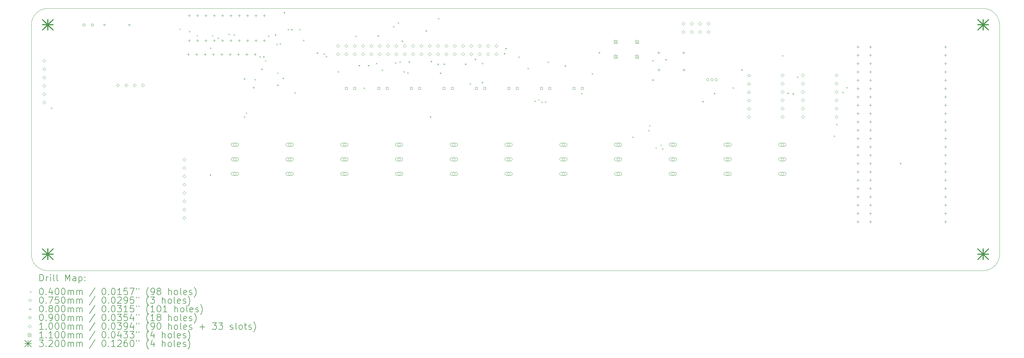
<source format=gbr>
%TF.GenerationSoftware,KiCad,Pcbnew,8.0.6*%
%TF.CreationDate,2025-04-06T11:44:26-05:00*%
%TF.ProjectId,front-panel.processor,66726f6e-742d-4706-916e-656c2e70726f,rev?*%
%TF.SameCoordinates,Original*%
%TF.FileFunction,Drillmap*%
%TF.FilePolarity,Positive*%
%FSLAX45Y45*%
G04 Gerber Fmt 4.5, Leading zero omitted, Abs format (unit mm)*
G04 Created by KiCad (PCBNEW 8.0.6) date 2025-04-06 11:44:26*
%MOMM*%
%LPD*%
G01*
G04 APERTURE LIST*
%ADD10C,0.050000*%
%ADD11C,0.200000*%
%ADD12C,0.100000*%
%ADD13C,0.110000*%
%ADD14C,0.320000*%
G04 APERTURE END LIST*
D10*
X4000000Y-23000000D02*
X32500000Y-23000000D01*
X3500000Y-15500000D02*
X3500000Y-22500000D01*
X32500000Y-15000000D02*
X4000000Y-15000000D01*
X33000000Y-22500000D02*
X33000000Y-15500000D01*
X32500000Y-15000000D02*
G75*
G02*
X33000000Y-15500000I0J-500000D01*
G01*
X4000000Y-23000000D02*
G75*
G02*
X3500000Y-22500000I0J500000D01*
G01*
X3500000Y-15500000D02*
G75*
G02*
X4000000Y-15000000I500000J0D01*
G01*
X33000000Y-22500000D02*
G75*
G02*
X32500000Y-23000000I-500000J0D01*
G01*
D11*
D12*
X4096620Y-18022290D02*
X4136620Y-18062290D01*
X4136620Y-18022290D02*
X4096620Y-18062290D01*
X8002680Y-15610990D02*
X8042680Y-15650990D01*
X8042680Y-15610990D02*
X8002680Y-15650990D01*
X8305180Y-15683500D02*
X8345180Y-15723500D01*
X8345180Y-15683500D02*
X8305180Y-15723500D01*
X8535490Y-15806850D02*
X8575490Y-15846850D01*
X8575490Y-15806850D02*
X8535490Y-15846850D01*
X8934650Y-20060270D02*
X8974650Y-20100270D01*
X8974650Y-20060270D02*
X8934650Y-20100270D01*
X8938480Y-16190600D02*
X8978480Y-16230600D01*
X8978480Y-16190600D02*
X8938480Y-16230600D01*
X9000690Y-15806850D02*
X9040690Y-15846850D01*
X9040690Y-15806850D02*
X9000690Y-15846850D01*
X9176500Y-15884030D02*
X9216500Y-15924030D01*
X9216500Y-15884030D02*
X9176500Y-15924030D01*
X9506140Y-15770580D02*
X9546140Y-15810580D01*
X9546140Y-15770580D02*
X9506140Y-15810580D01*
X9659740Y-15784770D02*
X9699740Y-15824770D01*
X9699740Y-15784770D02*
X9659740Y-15824770D01*
X9968570Y-18293470D02*
X10008570Y-18333470D01*
X10008570Y-18293470D02*
X9968570Y-18333470D01*
X9969050Y-17126990D02*
X10009050Y-17166990D01*
X10009050Y-17126990D02*
X9969050Y-17166990D01*
X10034340Y-18167360D02*
X10074340Y-18207360D01*
X10074340Y-18167360D02*
X10034340Y-18207360D01*
X10254020Y-17393180D02*
X10294020Y-17433180D01*
X10294020Y-17393180D02*
X10254020Y-17433180D01*
X10295690Y-17146590D02*
X10335690Y-17186590D01*
X10335690Y-17146590D02*
X10295690Y-17186590D01*
X10442480Y-16453220D02*
X10482480Y-16493220D01*
X10482480Y-16453220D02*
X10442480Y-16493220D01*
X10499290Y-16835150D02*
X10539290Y-16875150D01*
X10539290Y-16835150D02*
X10499290Y-16875150D01*
X10560420Y-16453800D02*
X10600420Y-16493800D01*
X10600420Y-16453800D02*
X10560420Y-16493800D01*
X10618440Y-16575450D02*
X10658440Y-16615450D01*
X10658440Y-16575450D02*
X10618440Y-16615450D01*
X10705720Y-15817290D02*
X10745720Y-15857290D01*
X10745720Y-15817290D02*
X10705720Y-15857290D01*
X10914640Y-15787230D02*
X10954640Y-15827230D01*
X10954640Y-15787230D02*
X10914640Y-15827230D01*
X10958530Y-16071500D02*
X10998530Y-16111500D01*
X10998530Y-16071500D02*
X10958530Y-16111500D01*
X10989070Y-17320670D02*
X11029070Y-17360670D01*
X11029070Y-17320670D02*
X10989070Y-17360670D01*
X10991580Y-16948590D02*
X11031580Y-16988590D01*
X11031580Y-16948590D02*
X10991580Y-16988590D01*
X11066120Y-16055400D02*
X11106120Y-16095400D01*
X11106120Y-16055400D02*
X11066120Y-16095400D01*
X11157470Y-17111120D02*
X11197470Y-17151120D01*
X11197470Y-17111120D02*
X11157470Y-17151120D01*
X11184890Y-15109150D02*
X11224890Y-15149150D01*
X11224890Y-15109150D02*
X11184890Y-15149150D01*
X11308450Y-15624550D02*
X11348450Y-15664550D01*
X11348450Y-15624550D02*
X11308450Y-15664550D01*
X11414630Y-15624550D02*
X11454630Y-15664550D01*
X11454630Y-15624550D02*
X11414630Y-15664550D01*
X11509210Y-17552890D02*
X11549210Y-17592890D01*
X11549210Y-17552890D02*
X11509210Y-17592890D01*
X11655730Y-15624550D02*
X11695730Y-15664550D01*
X11695730Y-15624550D02*
X11655730Y-15664550D01*
X11775430Y-15954590D02*
X11815430Y-15994590D01*
X11815430Y-15954590D02*
X11775430Y-15994590D01*
X12188650Y-16338430D02*
X12228650Y-16378430D01*
X12228650Y-16338430D02*
X12188650Y-16378430D01*
X12400000Y-16370760D02*
X12440000Y-16410760D01*
X12440000Y-16370760D02*
X12400000Y-16410760D01*
X12469280Y-16444380D02*
X12509280Y-16484380D01*
X12509280Y-16444380D02*
X12469280Y-16484380D01*
X12832310Y-16911360D02*
X12872310Y-16951360D01*
X12872310Y-16911360D02*
X12832310Y-16951360D01*
X13365550Y-15826200D02*
X13405550Y-15866200D01*
X13405550Y-15826200D02*
X13365550Y-15866200D01*
X13469220Y-16720670D02*
X13509220Y-16760670D01*
X13509220Y-16720670D02*
X13469220Y-16760670D01*
X13617170Y-17412960D02*
X13657170Y-17452960D01*
X13657170Y-17412960D02*
X13617170Y-17452960D01*
X13755470Y-16720930D02*
X13795470Y-16760930D01*
X13795470Y-16720930D02*
X13755470Y-16760930D01*
X13998890Y-16656930D02*
X14038890Y-16696930D01*
X14038890Y-16656930D02*
X13998890Y-16696930D01*
X14041380Y-15815770D02*
X14081380Y-15855770D01*
X14081380Y-15815770D02*
X14041380Y-15855770D01*
X14170680Y-16857580D02*
X14210680Y-16897580D01*
X14210680Y-16857580D02*
X14170680Y-16897580D01*
X14515650Y-15533400D02*
X14555650Y-15573400D01*
X14555650Y-15533400D02*
X14515650Y-15573400D01*
X14574270Y-16641880D02*
X14614270Y-16681880D01*
X14614270Y-16641880D02*
X14574270Y-16681880D01*
X14659100Y-15422850D02*
X14699100Y-15462850D01*
X14699100Y-15422850D02*
X14659100Y-15462850D01*
X14714930Y-16612320D02*
X14754930Y-16652320D01*
X14754930Y-16612320D02*
X14714930Y-16652320D01*
X14780410Y-15975360D02*
X14820410Y-16015360D01*
X14820410Y-15975360D02*
X14780410Y-16015360D01*
X14838330Y-16908220D02*
X14878330Y-16948220D01*
X14878330Y-16908220D02*
X14838330Y-16948220D01*
X14947960Y-16945030D02*
X14987960Y-16985030D01*
X14987960Y-16945030D02*
X14947960Y-16985030D01*
X14992380Y-16609380D02*
X15032380Y-16649380D01*
X15032380Y-16609380D02*
X14992380Y-16649380D01*
X15508480Y-15662830D02*
X15548480Y-15702830D01*
X15548480Y-15662830D02*
X15508480Y-15702830D01*
X15640490Y-18293470D02*
X15680490Y-18333470D01*
X15680490Y-18293470D02*
X15640490Y-18333470D01*
X15663890Y-16600700D02*
X15703890Y-16640700D01*
X15703890Y-16600700D02*
X15663890Y-16640700D01*
X15869030Y-16683160D02*
X15909030Y-16723160D01*
X15909030Y-16683160D02*
X15869030Y-16723160D01*
X15887630Y-15283680D02*
X15927630Y-15323680D01*
X15927630Y-15283680D02*
X15887630Y-15323680D01*
X15943550Y-16954980D02*
X15983550Y-16994980D01*
X15983550Y-16954980D02*
X15943550Y-16994980D01*
X16061110Y-16677510D02*
X16101110Y-16717510D01*
X16101110Y-16677510D02*
X16061110Y-16717510D01*
X16711720Y-16677510D02*
X16751720Y-16717510D01*
X16751720Y-16677510D02*
X16711720Y-16717510D01*
X16852170Y-17274210D02*
X16892170Y-17314210D01*
X16892170Y-17274210D02*
X16852170Y-17314210D01*
X17006630Y-16533460D02*
X17046630Y-16573460D01*
X17046630Y-16533460D02*
X17006630Y-16573460D01*
X17220620Y-17237000D02*
X17260620Y-17277000D01*
X17260620Y-17237000D02*
X17220620Y-17277000D01*
X17225450Y-16656470D02*
X17265450Y-16696470D01*
X17265450Y-16656470D02*
X17225450Y-16696470D01*
X17895150Y-16357210D02*
X17935150Y-16397210D01*
X17935150Y-16357210D02*
X17895150Y-16397210D01*
X17940390Y-16204210D02*
X17980390Y-16244210D01*
X17980390Y-16204210D02*
X17940390Y-16244210D01*
X18337180Y-16463160D02*
X18377180Y-16503160D01*
X18377180Y-16463160D02*
X18337180Y-16503160D01*
X18617990Y-16807020D02*
X18657990Y-16847020D01*
X18657990Y-16807020D02*
X18617990Y-16847020D01*
X18828420Y-17809660D02*
X18868420Y-17849660D01*
X18868420Y-17809660D02*
X18828420Y-17849660D01*
X18941050Y-17769450D02*
X18981050Y-17809450D01*
X18981050Y-17769450D02*
X18941050Y-17809450D01*
X19036090Y-17835110D02*
X19076090Y-17875110D01*
X19076090Y-17835110D02*
X19036090Y-17875110D01*
X19148460Y-17835110D02*
X19188460Y-17875110D01*
X19188460Y-17835110D02*
X19148460Y-17875110D01*
X19227340Y-16612810D02*
X19267340Y-16652810D01*
X19267340Y-16612810D02*
X19227340Y-16652810D01*
X19744730Y-16734510D02*
X19784730Y-16774510D01*
X19784730Y-16734510D02*
X19744730Y-16774510D01*
X20248900Y-17572980D02*
X20288900Y-17612980D01*
X20288900Y-17572980D02*
X20248900Y-17612980D01*
X20573440Y-16972960D02*
X20613440Y-17012960D01*
X20613440Y-16972960D02*
X20573440Y-17012960D01*
X20785960Y-16330270D02*
X20825960Y-16370270D01*
X20825960Y-16330270D02*
X20785960Y-16370270D01*
X21810000Y-18906570D02*
X21850000Y-18946570D01*
X21850000Y-18906570D02*
X21810000Y-18946570D01*
X22300070Y-18706060D02*
X22340070Y-18746060D01*
X22340070Y-18706060D02*
X22300070Y-18746060D01*
X22320780Y-18557060D02*
X22360780Y-18597060D01*
X22360780Y-18557060D02*
X22320780Y-18597060D01*
X22418700Y-16571420D02*
X22458700Y-16611420D01*
X22458700Y-16571420D02*
X22418700Y-16611420D01*
X22418700Y-17160000D02*
X22458700Y-17200000D01*
X22458700Y-17160000D02*
X22418700Y-17200000D01*
X22515250Y-19235430D02*
X22555250Y-19275430D01*
X22555250Y-19235430D02*
X22515250Y-19275430D01*
X22667890Y-19150980D02*
X22707890Y-19190980D01*
X22707890Y-19150980D02*
X22667890Y-19190980D01*
X22713270Y-19267230D02*
X22753270Y-19307230D01*
X22753270Y-19267230D02*
X22713270Y-19307230D01*
X22817620Y-16542550D02*
X22857620Y-16582550D01*
X22857620Y-16542550D02*
X22817620Y-16582550D01*
X23941500Y-17821550D02*
X23981500Y-17861550D01*
X23981500Y-17821550D02*
X23941500Y-17861550D01*
X24293290Y-17572320D02*
X24333290Y-17612320D01*
X24333290Y-17572320D02*
X24293290Y-17612320D01*
X24862350Y-17402160D02*
X24902350Y-17442160D01*
X24902350Y-17402160D02*
X24862350Y-17442160D01*
X25123480Y-16856060D02*
X25163480Y-16896060D01*
X25163480Y-16856060D02*
X25123480Y-16896060D01*
X26369600Y-16420280D02*
X26409600Y-16460280D01*
X26409600Y-16420280D02*
X26369600Y-16460280D01*
X26528950Y-17568180D02*
X26568950Y-17608180D01*
X26568950Y-17568180D02*
X26528950Y-17608180D01*
X26689000Y-17577360D02*
X26729000Y-17617360D01*
X26729000Y-17577360D02*
X26689000Y-17617360D01*
X26830080Y-17072800D02*
X26870080Y-17112800D01*
X26870080Y-17072800D02*
X26830080Y-17112800D01*
X27943340Y-18874720D02*
X27983340Y-18914720D01*
X27983340Y-18874720D02*
X27943340Y-18914720D01*
X28024940Y-18522030D02*
X28064940Y-18562030D01*
X28064940Y-18522030D02*
X28024940Y-18562030D01*
X28206410Y-17539570D02*
X28246410Y-17579570D01*
X28246410Y-17539570D02*
X28206410Y-17579570D01*
X28327160Y-17395890D02*
X28367160Y-17435890D01*
X28367160Y-17395890D02*
X28327160Y-17435890D01*
X29962610Y-19708190D02*
X30002610Y-19748190D01*
X30002610Y-19708190D02*
X29962610Y-19748190D01*
X24147060Y-17173680D02*
G75*
G02*
X24072060Y-17173680I-37500J0D01*
G01*
X24072060Y-17173680D02*
G75*
G02*
X24147060Y-17173680I37500J0D01*
G01*
X24274060Y-17173680D02*
G75*
G02*
X24199060Y-17173680I-37500J0D01*
G01*
X24199060Y-17173680D02*
G75*
G02*
X24274060Y-17173680I37500J0D01*
G01*
X24401060Y-17173680D02*
G75*
G02*
X24326060Y-17173680I-37500J0D01*
G01*
X24326060Y-17173680D02*
G75*
G02*
X24401060Y-17173680I37500J0D01*
G01*
X5719000Y-15460000D02*
X5719000Y-15540000D01*
X5679000Y-15500000D02*
X5759000Y-15500000D01*
X6481000Y-15460000D02*
X6481000Y-15540000D01*
X6441000Y-15500000D02*
X6521000Y-15500000D01*
X8282500Y-16360000D02*
X8282500Y-16440000D01*
X8242500Y-16400000D02*
X8322500Y-16400000D01*
X8307500Y-15178000D02*
X8307500Y-15258000D01*
X8267500Y-15218000D02*
X8347500Y-15218000D01*
X8307500Y-15940000D02*
X8307500Y-16020000D01*
X8267500Y-15980000D02*
X8347500Y-15980000D01*
X8536500Y-16360000D02*
X8536500Y-16440000D01*
X8496500Y-16400000D02*
X8576500Y-16400000D01*
X8561500Y-15178000D02*
X8561500Y-15258000D01*
X8521500Y-15218000D02*
X8601500Y-15218000D01*
X8561500Y-15940000D02*
X8561500Y-16020000D01*
X8521500Y-15980000D02*
X8601500Y-15980000D01*
X8790500Y-16360000D02*
X8790500Y-16440000D01*
X8750500Y-16400000D02*
X8830500Y-16400000D01*
X8815500Y-15178000D02*
X8815500Y-15258000D01*
X8775500Y-15218000D02*
X8855500Y-15218000D01*
X8815500Y-15940000D02*
X8815500Y-16020000D01*
X8775500Y-15980000D02*
X8855500Y-15980000D01*
X9044500Y-16360000D02*
X9044500Y-16440000D01*
X9004500Y-16400000D02*
X9084500Y-16400000D01*
X9069500Y-15178000D02*
X9069500Y-15258000D01*
X9029500Y-15218000D02*
X9109500Y-15218000D01*
X9069500Y-15940000D02*
X9069500Y-16020000D01*
X9029500Y-15980000D02*
X9109500Y-15980000D01*
X9298500Y-16360000D02*
X9298500Y-16440000D01*
X9258500Y-16400000D02*
X9338500Y-16400000D01*
X9323500Y-15178000D02*
X9323500Y-15258000D01*
X9283500Y-15218000D02*
X9363500Y-15218000D01*
X9323500Y-15940000D02*
X9323500Y-16020000D01*
X9283500Y-15980000D02*
X9363500Y-15980000D01*
X9552500Y-16360000D02*
X9552500Y-16440000D01*
X9512500Y-16400000D02*
X9592500Y-16400000D01*
X9577500Y-15178000D02*
X9577500Y-15258000D01*
X9537500Y-15218000D02*
X9617500Y-15218000D01*
X9577500Y-15940000D02*
X9577500Y-16020000D01*
X9537500Y-15980000D02*
X9617500Y-15980000D01*
X9806500Y-16360000D02*
X9806500Y-16440000D01*
X9766500Y-16400000D02*
X9846500Y-16400000D01*
X9831500Y-15178000D02*
X9831500Y-15258000D01*
X9791500Y-15218000D02*
X9871500Y-15218000D01*
X9831500Y-15940000D02*
X9831500Y-16020000D01*
X9791500Y-15980000D02*
X9871500Y-15980000D01*
X10060500Y-16360000D02*
X10060500Y-16440000D01*
X10020500Y-16400000D02*
X10100500Y-16400000D01*
X10085500Y-15178000D02*
X10085500Y-15258000D01*
X10045500Y-15218000D02*
X10125500Y-15218000D01*
X10085500Y-15940000D02*
X10085500Y-16020000D01*
X10045500Y-15980000D02*
X10125500Y-15980000D01*
X10314500Y-16360000D02*
X10314500Y-16440000D01*
X10274500Y-16400000D02*
X10354500Y-16400000D01*
X10339500Y-15178000D02*
X10339500Y-15258000D01*
X10299500Y-15218000D02*
X10379500Y-15218000D01*
X10339500Y-15940000D02*
X10339500Y-16020000D01*
X10299500Y-15980000D02*
X10379500Y-15980000D01*
X10593500Y-15178000D02*
X10593500Y-15258000D01*
X10553500Y-15218000D02*
X10633500Y-15218000D01*
X10593500Y-15940000D02*
X10593500Y-16020000D01*
X10553500Y-15980000D02*
X10633500Y-15980000D01*
X22613500Y-16310280D02*
X22613500Y-16390280D01*
X22573500Y-16350280D02*
X22653500Y-16350280D01*
X22618580Y-16836060D02*
X22618580Y-16916060D01*
X22578580Y-16876060D02*
X22658580Y-16876060D01*
X23375500Y-16310280D02*
X23375500Y-16390280D01*
X23335500Y-16350280D02*
X23415500Y-16350280D01*
X23380580Y-16836060D02*
X23380580Y-16916060D01*
X23340580Y-16876060D02*
X23420580Y-16876060D01*
X28684100Y-16132190D02*
X28684100Y-16212190D01*
X28644100Y-16172190D02*
X28724100Y-16172190D01*
X28684100Y-16386190D02*
X28684100Y-16466190D01*
X28644100Y-16426190D02*
X28724100Y-16426190D01*
X28684100Y-16640190D02*
X28684100Y-16720190D01*
X28644100Y-16680190D02*
X28724100Y-16680190D01*
X28684100Y-16894190D02*
X28684100Y-16974190D01*
X28644100Y-16934190D02*
X28724100Y-16934190D01*
X28684100Y-17148190D02*
X28684100Y-17228190D01*
X28644100Y-17188190D02*
X28724100Y-17188190D01*
X28684100Y-17402190D02*
X28684100Y-17482190D01*
X28644100Y-17442190D02*
X28724100Y-17442190D01*
X28684100Y-17656190D02*
X28684100Y-17736190D01*
X28644100Y-17696190D02*
X28724100Y-17696190D01*
X28684100Y-17910190D02*
X28684100Y-17990190D01*
X28644100Y-17950190D02*
X28724100Y-17950190D01*
X28684100Y-18164190D02*
X28684100Y-18244190D01*
X28644100Y-18204190D02*
X28724100Y-18204190D01*
X28684100Y-18418190D02*
X28684100Y-18498190D01*
X28644100Y-18458190D02*
X28724100Y-18458190D01*
X28684100Y-18672190D02*
X28684100Y-18752190D01*
X28644100Y-18712190D02*
X28724100Y-18712190D01*
X28684100Y-18926190D02*
X28684100Y-19006190D01*
X28644100Y-18966190D02*
X28724100Y-18966190D01*
X28684100Y-19180190D02*
X28684100Y-19260190D01*
X28644100Y-19220190D02*
X28724100Y-19220190D01*
X28684100Y-19434190D02*
X28684100Y-19514190D01*
X28644100Y-19474190D02*
X28724100Y-19474190D01*
X28684100Y-19688190D02*
X28684100Y-19768190D01*
X28644100Y-19728190D02*
X28724100Y-19728190D01*
X28684100Y-19942190D02*
X28684100Y-20022190D01*
X28644100Y-19982190D02*
X28724100Y-19982190D01*
X28684100Y-20196190D02*
X28684100Y-20276190D01*
X28644100Y-20236190D02*
X28724100Y-20236190D01*
X28684100Y-20450190D02*
X28684100Y-20530190D01*
X28644100Y-20490190D02*
X28724100Y-20490190D01*
X28684100Y-20704190D02*
X28684100Y-20784190D01*
X28644100Y-20744190D02*
X28724100Y-20744190D01*
X28684100Y-20958190D02*
X28684100Y-21038190D01*
X28644100Y-20998190D02*
X28724100Y-20998190D01*
X28684100Y-21212190D02*
X28684100Y-21292190D01*
X28644100Y-21252190D02*
X28724100Y-21252190D01*
X28684100Y-21466190D02*
X28684100Y-21546190D01*
X28644100Y-21506190D02*
X28724100Y-21506190D01*
X29065100Y-16132190D02*
X29065100Y-16212190D01*
X29025100Y-16172190D02*
X29105100Y-16172190D01*
X29065100Y-16386190D02*
X29065100Y-16466190D01*
X29025100Y-16426190D02*
X29105100Y-16426190D01*
X29065100Y-16640190D02*
X29065100Y-16720190D01*
X29025100Y-16680190D02*
X29105100Y-16680190D01*
X29065100Y-16894190D02*
X29065100Y-16974190D01*
X29025100Y-16934190D02*
X29105100Y-16934190D01*
X29065100Y-17148190D02*
X29065100Y-17228190D01*
X29025100Y-17188190D02*
X29105100Y-17188190D01*
X29065100Y-17402190D02*
X29065100Y-17482190D01*
X29025100Y-17442190D02*
X29105100Y-17442190D01*
X29065100Y-17656190D02*
X29065100Y-17736190D01*
X29025100Y-17696190D02*
X29105100Y-17696190D01*
X29065100Y-17910190D02*
X29065100Y-17990190D01*
X29025100Y-17950190D02*
X29105100Y-17950190D01*
X29065100Y-18164190D02*
X29065100Y-18244190D01*
X29025100Y-18204190D02*
X29105100Y-18204190D01*
X29065100Y-18418190D02*
X29065100Y-18498190D01*
X29025100Y-18458190D02*
X29105100Y-18458190D01*
X29065100Y-18672190D02*
X29065100Y-18752190D01*
X29025100Y-18712190D02*
X29105100Y-18712190D01*
X29065100Y-18926190D02*
X29065100Y-19006190D01*
X29025100Y-18966190D02*
X29105100Y-18966190D01*
X29065100Y-19180190D02*
X29065100Y-19260190D01*
X29025100Y-19220190D02*
X29105100Y-19220190D01*
X29065100Y-19434190D02*
X29065100Y-19514190D01*
X29025100Y-19474190D02*
X29105100Y-19474190D01*
X29065100Y-19688190D02*
X29065100Y-19768190D01*
X29025100Y-19728190D02*
X29105100Y-19728190D01*
X29065100Y-19942190D02*
X29065100Y-20022190D01*
X29025100Y-19982190D02*
X29105100Y-19982190D01*
X29065100Y-20196190D02*
X29065100Y-20276190D01*
X29025100Y-20236190D02*
X29105100Y-20236190D01*
X29065100Y-20450190D02*
X29065100Y-20530190D01*
X29025100Y-20490190D02*
X29105100Y-20490190D01*
X29065100Y-20704190D02*
X29065100Y-20784190D01*
X29025100Y-20744190D02*
X29105100Y-20744190D01*
X29065100Y-20958190D02*
X29065100Y-21038190D01*
X29025100Y-20998190D02*
X29105100Y-20998190D01*
X29065100Y-21212190D02*
X29065100Y-21292190D01*
X29025100Y-21252190D02*
X29105100Y-21252190D01*
X29065100Y-21466190D02*
X29065100Y-21546190D01*
X29025100Y-21506190D02*
X29105100Y-21506190D01*
X31351100Y-16132190D02*
X31351100Y-16212190D01*
X31311100Y-16172190D02*
X31391100Y-16172190D01*
X31351100Y-16386190D02*
X31351100Y-16466190D01*
X31311100Y-16426190D02*
X31391100Y-16426190D01*
X31351100Y-16640190D02*
X31351100Y-16720190D01*
X31311100Y-16680190D02*
X31391100Y-16680190D01*
X31351100Y-16894190D02*
X31351100Y-16974190D01*
X31311100Y-16934190D02*
X31391100Y-16934190D01*
X31351100Y-17148190D02*
X31351100Y-17228190D01*
X31311100Y-17188190D02*
X31391100Y-17188190D01*
X31351100Y-17402190D02*
X31351100Y-17482190D01*
X31311100Y-17442190D02*
X31391100Y-17442190D01*
X31351100Y-17656190D02*
X31351100Y-17736190D01*
X31311100Y-17696190D02*
X31391100Y-17696190D01*
X31351100Y-17910190D02*
X31351100Y-17990190D01*
X31311100Y-17950190D02*
X31391100Y-17950190D01*
X31351100Y-18164190D02*
X31351100Y-18244190D01*
X31311100Y-18204190D02*
X31391100Y-18204190D01*
X31351100Y-18418190D02*
X31351100Y-18498190D01*
X31311100Y-18458190D02*
X31391100Y-18458190D01*
X31351100Y-18672190D02*
X31351100Y-18752190D01*
X31311100Y-18712190D02*
X31391100Y-18712190D01*
X31351100Y-18926190D02*
X31351100Y-19006190D01*
X31311100Y-18966190D02*
X31391100Y-18966190D01*
X31351100Y-19180190D02*
X31351100Y-19260190D01*
X31311100Y-19220190D02*
X31391100Y-19220190D01*
X31351100Y-19434190D02*
X31351100Y-19514190D01*
X31311100Y-19474190D02*
X31391100Y-19474190D01*
X31351100Y-19688190D02*
X31351100Y-19768190D01*
X31311100Y-19728190D02*
X31391100Y-19728190D01*
X31351100Y-19942190D02*
X31351100Y-20022190D01*
X31311100Y-19982190D02*
X31391100Y-19982190D01*
X31351100Y-20196190D02*
X31351100Y-20276190D01*
X31311100Y-20236190D02*
X31391100Y-20236190D01*
X31351100Y-20450190D02*
X31351100Y-20530190D01*
X31311100Y-20490190D02*
X31391100Y-20490190D01*
X31351100Y-20704190D02*
X31351100Y-20784190D01*
X31311100Y-20744190D02*
X31391100Y-20744190D01*
X31351468Y-20957918D02*
X31351468Y-21037918D01*
X31311468Y-20997918D02*
X31391468Y-20997918D01*
X31351468Y-21211918D02*
X31351468Y-21291918D01*
X31311468Y-21251918D02*
X31391468Y-21251918D01*
X31351468Y-21465918D02*
X31351468Y-21545918D01*
X31311468Y-21505918D02*
X31391468Y-21505918D01*
X5131820Y-15531820D02*
X5131820Y-15468180D01*
X5068180Y-15468180D01*
X5068180Y-15531820D01*
X5131820Y-15531820D01*
X5385820Y-15531820D02*
X5385820Y-15468180D01*
X5322180Y-15468180D01*
X5322180Y-15531820D01*
X5385820Y-15531820D01*
X13124370Y-17464520D02*
X13124370Y-17400880D01*
X13060730Y-17400880D01*
X13060730Y-17464520D01*
X13124370Y-17464520D01*
X13378370Y-17464520D02*
X13378370Y-17400880D01*
X13314730Y-17400880D01*
X13314730Y-17464520D01*
X13378370Y-17464520D01*
X14114960Y-17464520D02*
X14114960Y-17400880D01*
X14051320Y-17400880D01*
X14051320Y-17464520D01*
X14114960Y-17464520D01*
X14368960Y-17464520D02*
X14368960Y-17400880D01*
X14305320Y-17400880D01*
X14305320Y-17464520D01*
X14368960Y-17464520D01*
X15105550Y-17464700D02*
X15105550Y-17401060D01*
X15041910Y-17401060D01*
X15041910Y-17464700D01*
X15105550Y-17464700D01*
X15359550Y-17464700D02*
X15359550Y-17401060D01*
X15295910Y-17401060D01*
X15295910Y-17464700D01*
X15359550Y-17464700D01*
X16096130Y-17464520D02*
X16096130Y-17400880D01*
X16032490Y-17400880D01*
X16032490Y-17464520D01*
X16096130Y-17464520D01*
X16350130Y-17464520D02*
X16350130Y-17400880D01*
X16286490Y-17400880D01*
X16286490Y-17464520D01*
X16350130Y-17464520D01*
X17086720Y-17464520D02*
X17086720Y-17400880D01*
X17023080Y-17400880D01*
X17023080Y-17464520D01*
X17086720Y-17464520D01*
X17340720Y-17464520D02*
X17340720Y-17400880D01*
X17277080Y-17400880D01*
X17277080Y-17464520D01*
X17340720Y-17464520D01*
X18077310Y-17464750D02*
X18077310Y-17401110D01*
X18013670Y-17401110D01*
X18013670Y-17464750D01*
X18077310Y-17464750D01*
X18331310Y-17464750D02*
X18331310Y-17401110D01*
X18267670Y-17401110D01*
X18267670Y-17464750D01*
X18331310Y-17464750D01*
X19067900Y-17464700D02*
X19067900Y-17401060D01*
X19004260Y-17401060D01*
X19004260Y-17464700D01*
X19067900Y-17464700D01*
X19321900Y-17464700D02*
X19321900Y-17401060D01*
X19258260Y-17401060D01*
X19258260Y-17464700D01*
X19321900Y-17464700D01*
X20058480Y-17464520D02*
X20058480Y-17400880D01*
X19994840Y-17400880D01*
X19994840Y-17464520D01*
X20058480Y-17464520D01*
X20312480Y-17464520D02*
X20312480Y-17400880D01*
X20248840Y-17400880D01*
X20248840Y-17464520D01*
X20312480Y-17464520D01*
X3893700Y-16649200D02*
X3943700Y-16599200D01*
X3893700Y-16549200D01*
X3843700Y-16599200D01*
X3893700Y-16649200D01*
X3893700Y-16903200D02*
X3943700Y-16853200D01*
X3893700Y-16803200D01*
X3843700Y-16853200D01*
X3893700Y-16903200D01*
X3893700Y-17157200D02*
X3943700Y-17107200D01*
X3893700Y-17057200D01*
X3843700Y-17107200D01*
X3893700Y-17157200D01*
X3893700Y-17411200D02*
X3943700Y-17361200D01*
X3893700Y-17311200D01*
X3843700Y-17361200D01*
X3893700Y-17411200D01*
X3893700Y-17665200D02*
X3943700Y-17615200D01*
X3893700Y-17565200D01*
X3843700Y-17615200D01*
X3893700Y-17665200D01*
X3893700Y-17919200D02*
X3943700Y-17869200D01*
X3893700Y-17819200D01*
X3843700Y-17869200D01*
X3893700Y-17919200D01*
X6138000Y-17390000D02*
X6188000Y-17340000D01*
X6138000Y-17290000D01*
X6088000Y-17340000D01*
X6138000Y-17390000D01*
X6392000Y-17390000D02*
X6442000Y-17340000D01*
X6392000Y-17290000D01*
X6342000Y-17340000D01*
X6392000Y-17390000D01*
X6646000Y-17390000D02*
X6696000Y-17340000D01*
X6646000Y-17290000D01*
X6596000Y-17340000D01*
X6646000Y-17390000D01*
X6900000Y-17390000D02*
X6950000Y-17340000D01*
X6900000Y-17290000D01*
X6850000Y-17340000D01*
X6900000Y-17390000D01*
X8155820Y-19659100D02*
X8205820Y-19609100D01*
X8155820Y-19559100D01*
X8105820Y-19609100D01*
X8155820Y-19659100D01*
X8155820Y-19913100D02*
X8205820Y-19863100D01*
X8155820Y-19813100D01*
X8105820Y-19863100D01*
X8155820Y-19913100D01*
X8155820Y-20167100D02*
X8205820Y-20117100D01*
X8155820Y-20067100D01*
X8105820Y-20117100D01*
X8155820Y-20167100D01*
X8155820Y-20421100D02*
X8205820Y-20371100D01*
X8155820Y-20321100D01*
X8105820Y-20371100D01*
X8155820Y-20421100D01*
X8155820Y-20675100D02*
X8205820Y-20625100D01*
X8155820Y-20575100D01*
X8105820Y-20625100D01*
X8155820Y-20675100D01*
X8155820Y-20929100D02*
X8205820Y-20879100D01*
X8155820Y-20829100D01*
X8105820Y-20879100D01*
X8155820Y-20929100D01*
X8155820Y-21183100D02*
X8205820Y-21133100D01*
X8155820Y-21083100D01*
X8105820Y-21133100D01*
X8155820Y-21183100D01*
X8155820Y-21437100D02*
X8205820Y-21387100D01*
X8155820Y-21337100D01*
X8105820Y-21387100D01*
X8155820Y-21437100D01*
X9700000Y-19205000D02*
X9750000Y-19155000D01*
X9700000Y-19105000D01*
X9650000Y-19155000D01*
X9700000Y-19205000D01*
X9635000Y-19205000D02*
X9765000Y-19205000D01*
X9765000Y-19105000D02*
G75*
G02*
X9765000Y-19205000I0J-50000D01*
G01*
X9765000Y-19105000D02*
X9635000Y-19105000D01*
X9635000Y-19105000D02*
G75*
G03*
X9635000Y-19205000I0J-50000D01*
G01*
X9700000Y-19650000D02*
X9750000Y-19600000D01*
X9700000Y-19550000D01*
X9650000Y-19600000D01*
X9700000Y-19650000D01*
X9635000Y-19650000D02*
X9765000Y-19650000D01*
X9765000Y-19550000D02*
G75*
G02*
X9765000Y-19650000I0J-50000D01*
G01*
X9765000Y-19550000D02*
X9635000Y-19550000D01*
X9635000Y-19550000D02*
G75*
G03*
X9635000Y-19650000I0J-50000D01*
G01*
X9700000Y-20095000D02*
X9750000Y-20045000D01*
X9700000Y-19995000D01*
X9650000Y-20045000D01*
X9700000Y-20095000D01*
X9635000Y-20095000D02*
X9765000Y-20095000D01*
X9765000Y-19995000D02*
G75*
G02*
X9765000Y-20095000I0J-50000D01*
G01*
X9765000Y-19995000D02*
X9635000Y-19995000D01*
X9635000Y-19995000D02*
G75*
G03*
X9635000Y-20095000I0J-50000D01*
G01*
X11368100Y-19205000D02*
X11418100Y-19155000D01*
X11368100Y-19105000D01*
X11318100Y-19155000D01*
X11368100Y-19205000D01*
X11303100Y-19205000D02*
X11433100Y-19205000D01*
X11433100Y-19105000D02*
G75*
G02*
X11433100Y-19205000I0J-50000D01*
G01*
X11433100Y-19105000D02*
X11303100Y-19105000D01*
X11303100Y-19105000D02*
G75*
G03*
X11303100Y-19205000I0J-50000D01*
G01*
X11368100Y-19650000D02*
X11418100Y-19600000D01*
X11368100Y-19550000D01*
X11318100Y-19600000D01*
X11368100Y-19650000D01*
X11303100Y-19650000D02*
X11433100Y-19650000D01*
X11433100Y-19550000D02*
G75*
G02*
X11433100Y-19650000I0J-50000D01*
G01*
X11433100Y-19550000D02*
X11303100Y-19550000D01*
X11303100Y-19550000D02*
G75*
G03*
X11303100Y-19650000I0J-50000D01*
G01*
X11368100Y-20095000D02*
X11418100Y-20045000D01*
X11368100Y-19995000D01*
X11318100Y-20045000D01*
X11368100Y-20095000D01*
X11303100Y-20095000D02*
X11433100Y-20095000D01*
X11433100Y-19995000D02*
G75*
G02*
X11433100Y-20095000I0J-50000D01*
G01*
X11433100Y-19995000D02*
X11303100Y-19995000D01*
X11303100Y-19995000D02*
G75*
G03*
X11303100Y-20095000I0J-50000D01*
G01*
X12837000Y-16190750D02*
X12887000Y-16140750D01*
X12837000Y-16090750D01*
X12787000Y-16140750D01*
X12837000Y-16190750D01*
X12837000Y-16444750D02*
X12887000Y-16394750D01*
X12837000Y-16344750D01*
X12787000Y-16394750D01*
X12837000Y-16444750D01*
X13036200Y-19205000D02*
X13086200Y-19155000D01*
X13036200Y-19105000D01*
X12986200Y-19155000D01*
X13036200Y-19205000D01*
X12971200Y-19205000D02*
X13101200Y-19205000D01*
X13101200Y-19105000D02*
G75*
G02*
X13101200Y-19205000I0J-50000D01*
G01*
X13101200Y-19105000D02*
X12971200Y-19105000D01*
X12971200Y-19105000D02*
G75*
G03*
X12971200Y-19205000I0J-50000D01*
G01*
X13036200Y-19650000D02*
X13086200Y-19600000D01*
X13036200Y-19550000D01*
X12986200Y-19600000D01*
X13036200Y-19650000D01*
X12971200Y-19650000D02*
X13101200Y-19650000D01*
X13101200Y-19550000D02*
G75*
G02*
X13101200Y-19650000I0J-50000D01*
G01*
X13101200Y-19550000D02*
X12971200Y-19550000D01*
X12971200Y-19550000D02*
G75*
G03*
X12971200Y-19650000I0J-50000D01*
G01*
X13036200Y-20095000D02*
X13086200Y-20045000D01*
X13036200Y-19995000D01*
X12986200Y-20045000D01*
X13036200Y-20095000D01*
X12971200Y-20095000D02*
X13101200Y-20095000D01*
X13101200Y-19995000D02*
G75*
G02*
X13101200Y-20095000I0J-50000D01*
G01*
X13101200Y-19995000D02*
X12971200Y-19995000D01*
X12971200Y-19995000D02*
G75*
G03*
X12971200Y-20095000I0J-50000D01*
G01*
X13091000Y-16190750D02*
X13141000Y-16140750D01*
X13091000Y-16090750D01*
X13041000Y-16140750D01*
X13091000Y-16190750D01*
X13091000Y-16444750D02*
X13141000Y-16394750D01*
X13091000Y-16344750D01*
X13041000Y-16394750D01*
X13091000Y-16444750D01*
X13345000Y-16190750D02*
X13395000Y-16140750D01*
X13345000Y-16090750D01*
X13295000Y-16140750D01*
X13345000Y-16190750D01*
X13345000Y-16444750D02*
X13395000Y-16394750D01*
X13345000Y-16344750D01*
X13295000Y-16394750D01*
X13345000Y-16444750D01*
X13599000Y-16190750D02*
X13649000Y-16140750D01*
X13599000Y-16090750D01*
X13549000Y-16140750D01*
X13599000Y-16190750D01*
X13599000Y-16444750D02*
X13649000Y-16394750D01*
X13599000Y-16344750D01*
X13549000Y-16394750D01*
X13599000Y-16444750D01*
X13853000Y-16190750D02*
X13903000Y-16140750D01*
X13853000Y-16090750D01*
X13803000Y-16140750D01*
X13853000Y-16190750D01*
X13853000Y-16444750D02*
X13903000Y-16394750D01*
X13853000Y-16344750D01*
X13803000Y-16394750D01*
X13853000Y-16444750D01*
X14107000Y-16190750D02*
X14157000Y-16140750D01*
X14107000Y-16090750D01*
X14057000Y-16140750D01*
X14107000Y-16190750D01*
X14107000Y-16444750D02*
X14157000Y-16394750D01*
X14107000Y-16344750D01*
X14057000Y-16394750D01*
X14107000Y-16444750D01*
X14361000Y-16190750D02*
X14411000Y-16140750D01*
X14361000Y-16090750D01*
X14311000Y-16140750D01*
X14361000Y-16190750D01*
X14361000Y-16444750D02*
X14411000Y-16394750D01*
X14361000Y-16344750D01*
X14311000Y-16394750D01*
X14361000Y-16444750D01*
X14615000Y-16190750D02*
X14665000Y-16140750D01*
X14615000Y-16090750D01*
X14565000Y-16140750D01*
X14615000Y-16190750D01*
X14615000Y-16444750D02*
X14665000Y-16394750D01*
X14615000Y-16344750D01*
X14565000Y-16394750D01*
X14615000Y-16444750D01*
X14704300Y-19205000D02*
X14754300Y-19155000D01*
X14704300Y-19105000D01*
X14654300Y-19155000D01*
X14704300Y-19205000D01*
X14639300Y-19205000D02*
X14769300Y-19205000D01*
X14769300Y-19105000D02*
G75*
G02*
X14769300Y-19205000I0J-50000D01*
G01*
X14769300Y-19105000D02*
X14639300Y-19105000D01*
X14639300Y-19105000D02*
G75*
G03*
X14639300Y-19205000I0J-50000D01*
G01*
X14704300Y-19650000D02*
X14754300Y-19600000D01*
X14704300Y-19550000D01*
X14654300Y-19600000D01*
X14704300Y-19650000D01*
X14639300Y-19650000D02*
X14769300Y-19650000D01*
X14769300Y-19550000D02*
G75*
G02*
X14769300Y-19650000I0J-50000D01*
G01*
X14769300Y-19550000D02*
X14639300Y-19550000D01*
X14639300Y-19550000D02*
G75*
G03*
X14639300Y-19650000I0J-50000D01*
G01*
X14704300Y-20095000D02*
X14754300Y-20045000D01*
X14704300Y-19995000D01*
X14654300Y-20045000D01*
X14704300Y-20095000D01*
X14639300Y-20095000D02*
X14769300Y-20095000D01*
X14769300Y-19995000D02*
G75*
G02*
X14769300Y-20095000I0J-50000D01*
G01*
X14769300Y-19995000D02*
X14639300Y-19995000D01*
X14639300Y-19995000D02*
G75*
G03*
X14639300Y-20095000I0J-50000D01*
G01*
X14869000Y-16190750D02*
X14919000Y-16140750D01*
X14869000Y-16090750D01*
X14819000Y-16140750D01*
X14869000Y-16190750D01*
X14869000Y-16444750D02*
X14919000Y-16394750D01*
X14869000Y-16344750D01*
X14819000Y-16394750D01*
X14869000Y-16444750D01*
X15123000Y-16190750D02*
X15173000Y-16140750D01*
X15123000Y-16090750D01*
X15073000Y-16140750D01*
X15123000Y-16190750D01*
X15123000Y-16444750D02*
X15173000Y-16394750D01*
X15123000Y-16344750D01*
X15073000Y-16394750D01*
X15123000Y-16444750D01*
X15377000Y-16190750D02*
X15427000Y-16140750D01*
X15377000Y-16090750D01*
X15327000Y-16140750D01*
X15377000Y-16190750D01*
X15377000Y-16444750D02*
X15427000Y-16394750D01*
X15377000Y-16344750D01*
X15327000Y-16394750D01*
X15377000Y-16444750D01*
X15631000Y-16190750D02*
X15681000Y-16140750D01*
X15631000Y-16090750D01*
X15581000Y-16140750D01*
X15631000Y-16190750D01*
X15631000Y-16444750D02*
X15681000Y-16394750D01*
X15631000Y-16344750D01*
X15581000Y-16394750D01*
X15631000Y-16444750D01*
X15885000Y-16190750D02*
X15935000Y-16140750D01*
X15885000Y-16090750D01*
X15835000Y-16140750D01*
X15885000Y-16190750D01*
X15885000Y-16444750D02*
X15935000Y-16394750D01*
X15885000Y-16344750D01*
X15835000Y-16394750D01*
X15885000Y-16444750D01*
X16139000Y-16190750D02*
X16189000Y-16140750D01*
X16139000Y-16090750D01*
X16089000Y-16140750D01*
X16139000Y-16190750D01*
X16139000Y-16444750D02*
X16189000Y-16394750D01*
X16139000Y-16344750D01*
X16089000Y-16394750D01*
X16139000Y-16444750D01*
X16372400Y-19205000D02*
X16422400Y-19155000D01*
X16372400Y-19105000D01*
X16322400Y-19155000D01*
X16372400Y-19205000D01*
X16307400Y-19205000D02*
X16437400Y-19205000D01*
X16437400Y-19105000D02*
G75*
G02*
X16437400Y-19205000I0J-50000D01*
G01*
X16437400Y-19105000D02*
X16307400Y-19105000D01*
X16307400Y-19105000D02*
G75*
G03*
X16307400Y-19205000I0J-50000D01*
G01*
X16372400Y-19650000D02*
X16422400Y-19600000D01*
X16372400Y-19550000D01*
X16322400Y-19600000D01*
X16372400Y-19650000D01*
X16307400Y-19650000D02*
X16437400Y-19650000D01*
X16437400Y-19550000D02*
G75*
G02*
X16437400Y-19650000I0J-50000D01*
G01*
X16437400Y-19550000D02*
X16307400Y-19550000D01*
X16307400Y-19550000D02*
G75*
G03*
X16307400Y-19650000I0J-50000D01*
G01*
X16372400Y-20095000D02*
X16422400Y-20045000D01*
X16372400Y-19995000D01*
X16322400Y-20045000D01*
X16372400Y-20095000D01*
X16307400Y-20095000D02*
X16437400Y-20095000D01*
X16437400Y-19995000D02*
G75*
G02*
X16437400Y-20095000I0J-50000D01*
G01*
X16437400Y-19995000D02*
X16307400Y-19995000D01*
X16307400Y-19995000D02*
G75*
G03*
X16307400Y-20095000I0J-50000D01*
G01*
X16393000Y-16190750D02*
X16443000Y-16140750D01*
X16393000Y-16090750D01*
X16343000Y-16140750D01*
X16393000Y-16190750D01*
X16393000Y-16444750D02*
X16443000Y-16394750D01*
X16393000Y-16344750D01*
X16343000Y-16394750D01*
X16393000Y-16444750D01*
X16647000Y-16190750D02*
X16697000Y-16140750D01*
X16647000Y-16090750D01*
X16597000Y-16140750D01*
X16647000Y-16190750D01*
X16647000Y-16444750D02*
X16697000Y-16394750D01*
X16647000Y-16344750D01*
X16597000Y-16394750D01*
X16647000Y-16444750D01*
X16901000Y-16190750D02*
X16951000Y-16140750D01*
X16901000Y-16090750D01*
X16851000Y-16140750D01*
X16901000Y-16190750D01*
X16901000Y-16444750D02*
X16951000Y-16394750D01*
X16901000Y-16344750D01*
X16851000Y-16394750D01*
X16901000Y-16444750D01*
X17155000Y-16190750D02*
X17205000Y-16140750D01*
X17155000Y-16090750D01*
X17105000Y-16140750D01*
X17155000Y-16190750D01*
X17155000Y-16444750D02*
X17205000Y-16394750D01*
X17155000Y-16344750D01*
X17105000Y-16394750D01*
X17155000Y-16444750D01*
X17409000Y-16190750D02*
X17459000Y-16140750D01*
X17409000Y-16090750D01*
X17359000Y-16140750D01*
X17409000Y-16190750D01*
X17409000Y-16444750D02*
X17459000Y-16394750D01*
X17409000Y-16344750D01*
X17359000Y-16394750D01*
X17409000Y-16444750D01*
X17663000Y-16190750D02*
X17713000Y-16140750D01*
X17663000Y-16090750D01*
X17613000Y-16140750D01*
X17663000Y-16190750D01*
X17663000Y-16444750D02*
X17713000Y-16394750D01*
X17663000Y-16344750D01*
X17613000Y-16394750D01*
X17663000Y-16444750D01*
X18040500Y-19205000D02*
X18090500Y-19155000D01*
X18040500Y-19105000D01*
X17990500Y-19155000D01*
X18040500Y-19205000D01*
X17975500Y-19205000D02*
X18105500Y-19205000D01*
X18105500Y-19105000D02*
G75*
G02*
X18105500Y-19205000I0J-50000D01*
G01*
X18105500Y-19105000D02*
X17975500Y-19105000D01*
X17975500Y-19105000D02*
G75*
G03*
X17975500Y-19205000I0J-50000D01*
G01*
X18040500Y-19650000D02*
X18090500Y-19600000D01*
X18040500Y-19550000D01*
X17990500Y-19600000D01*
X18040500Y-19650000D01*
X17975500Y-19650000D02*
X18105500Y-19650000D01*
X18105500Y-19550000D02*
G75*
G02*
X18105500Y-19650000I0J-50000D01*
G01*
X18105500Y-19550000D02*
X17975500Y-19550000D01*
X17975500Y-19550000D02*
G75*
G03*
X17975500Y-19650000I0J-50000D01*
G01*
X18040500Y-20095000D02*
X18090500Y-20045000D01*
X18040500Y-19995000D01*
X17990500Y-20045000D01*
X18040500Y-20095000D01*
X17975500Y-20095000D02*
X18105500Y-20095000D01*
X18105500Y-19995000D02*
G75*
G02*
X18105500Y-20095000I0J-50000D01*
G01*
X18105500Y-19995000D02*
X17975500Y-19995000D01*
X17975500Y-19995000D02*
G75*
G03*
X17975500Y-20095000I0J-50000D01*
G01*
X19708600Y-19205000D02*
X19758600Y-19155000D01*
X19708600Y-19105000D01*
X19658600Y-19155000D01*
X19708600Y-19205000D01*
X19643600Y-19205000D02*
X19773600Y-19205000D01*
X19773600Y-19105000D02*
G75*
G02*
X19773600Y-19205000I0J-50000D01*
G01*
X19773600Y-19105000D02*
X19643600Y-19105000D01*
X19643600Y-19105000D02*
G75*
G03*
X19643600Y-19205000I0J-50000D01*
G01*
X19708600Y-19650000D02*
X19758600Y-19600000D01*
X19708600Y-19550000D01*
X19658600Y-19600000D01*
X19708600Y-19650000D01*
X19643600Y-19650000D02*
X19773600Y-19650000D01*
X19773600Y-19550000D02*
G75*
G02*
X19773600Y-19650000I0J-50000D01*
G01*
X19773600Y-19550000D02*
X19643600Y-19550000D01*
X19643600Y-19550000D02*
G75*
G03*
X19643600Y-19650000I0J-50000D01*
G01*
X19708600Y-20095000D02*
X19758600Y-20045000D01*
X19708600Y-19995000D01*
X19658600Y-20045000D01*
X19708600Y-20095000D01*
X19643600Y-20095000D02*
X19773600Y-20095000D01*
X19773600Y-19995000D02*
G75*
G02*
X19773600Y-20095000I0J-50000D01*
G01*
X19773600Y-19995000D02*
X19643600Y-19995000D01*
X19643600Y-19995000D02*
G75*
G03*
X19643600Y-20095000I0J-50000D01*
G01*
X21376700Y-19205000D02*
X21426700Y-19155000D01*
X21376700Y-19105000D01*
X21326700Y-19155000D01*
X21376700Y-19205000D01*
X21311700Y-19205000D02*
X21441700Y-19205000D01*
X21441700Y-19105000D02*
G75*
G02*
X21441700Y-19205000I0J-50000D01*
G01*
X21441700Y-19105000D02*
X21311700Y-19105000D01*
X21311700Y-19105000D02*
G75*
G03*
X21311700Y-19205000I0J-50000D01*
G01*
X21376700Y-19650000D02*
X21426700Y-19600000D01*
X21376700Y-19550000D01*
X21326700Y-19600000D01*
X21376700Y-19650000D01*
X21311700Y-19650000D02*
X21441700Y-19650000D01*
X21441700Y-19550000D02*
G75*
G02*
X21441700Y-19650000I0J-50000D01*
G01*
X21441700Y-19550000D02*
X21311700Y-19550000D01*
X21311700Y-19550000D02*
G75*
G03*
X21311700Y-19650000I0J-50000D01*
G01*
X21376700Y-20095000D02*
X21426700Y-20045000D01*
X21376700Y-19995000D01*
X21326700Y-20045000D01*
X21376700Y-20095000D01*
X21311700Y-20095000D02*
X21441700Y-20095000D01*
X21441700Y-19995000D02*
G75*
G02*
X21441700Y-20095000I0J-50000D01*
G01*
X21441700Y-19995000D02*
X21311700Y-19995000D01*
X21311700Y-19995000D02*
G75*
G03*
X21311700Y-20095000I0J-50000D01*
G01*
X23044800Y-19205000D02*
X23094800Y-19155000D01*
X23044800Y-19105000D01*
X22994800Y-19155000D01*
X23044800Y-19205000D01*
X22979800Y-19205000D02*
X23109800Y-19205000D01*
X23109800Y-19105000D02*
G75*
G02*
X23109800Y-19205000I0J-50000D01*
G01*
X23109800Y-19105000D02*
X22979800Y-19105000D01*
X22979800Y-19105000D02*
G75*
G03*
X22979800Y-19205000I0J-50000D01*
G01*
X23044800Y-19650000D02*
X23094800Y-19600000D01*
X23044800Y-19550000D01*
X22994800Y-19600000D01*
X23044800Y-19650000D01*
X22979800Y-19650000D02*
X23109800Y-19650000D01*
X23109800Y-19550000D02*
G75*
G02*
X23109800Y-19650000I0J-50000D01*
G01*
X23109800Y-19550000D02*
X22979800Y-19550000D01*
X22979800Y-19550000D02*
G75*
G03*
X22979800Y-19650000I0J-50000D01*
G01*
X23044800Y-20095000D02*
X23094800Y-20045000D01*
X23044800Y-19995000D01*
X22994800Y-20045000D01*
X23044800Y-20095000D01*
X22979800Y-20095000D02*
X23109800Y-20095000D01*
X23109800Y-19995000D02*
G75*
G02*
X23109800Y-20095000I0J-50000D01*
G01*
X23109800Y-19995000D02*
X22979800Y-19995000D01*
X22979800Y-19995000D02*
G75*
G03*
X22979800Y-20095000I0J-50000D01*
G01*
X23365340Y-15508740D02*
X23415340Y-15458740D01*
X23365340Y-15408740D01*
X23315340Y-15458740D01*
X23365340Y-15508740D01*
X23365340Y-15762740D02*
X23415340Y-15712740D01*
X23365340Y-15662740D01*
X23315340Y-15712740D01*
X23365340Y-15762740D01*
X23619340Y-15508740D02*
X23669340Y-15458740D01*
X23619340Y-15408740D01*
X23569340Y-15458740D01*
X23619340Y-15508740D01*
X23619340Y-15762740D02*
X23669340Y-15712740D01*
X23619340Y-15662740D01*
X23569340Y-15712740D01*
X23619340Y-15762740D01*
X23873340Y-15508740D02*
X23923340Y-15458740D01*
X23873340Y-15408740D01*
X23823340Y-15458740D01*
X23873340Y-15508740D01*
X23873340Y-15762740D02*
X23923340Y-15712740D01*
X23873340Y-15662740D01*
X23823340Y-15712740D01*
X23873340Y-15762740D01*
X24127340Y-15508740D02*
X24177340Y-15458740D01*
X24127340Y-15408740D01*
X24077340Y-15458740D01*
X24127340Y-15508740D01*
X24127340Y-15762740D02*
X24177340Y-15712740D01*
X24127340Y-15662740D01*
X24077340Y-15712740D01*
X24127340Y-15762740D01*
X24712900Y-19205000D02*
X24762900Y-19155000D01*
X24712900Y-19105000D01*
X24662900Y-19155000D01*
X24712900Y-19205000D01*
X24647900Y-19205000D02*
X24777900Y-19205000D01*
X24777900Y-19105000D02*
G75*
G02*
X24777900Y-19205000I0J-50000D01*
G01*
X24777900Y-19105000D02*
X24647900Y-19105000D01*
X24647900Y-19105000D02*
G75*
G03*
X24647900Y-19205000I0J-50000D01*
G01*
X24712900Y-19650000D02*
X24762900Y-19600000D01*
X24712900Y-19550000D01*
X24662900Y-19600000D01*
X24712900Y-19650000D01*
X24647900Y-19650000D02*
X24777900Y-19650000D01*
X24777900Y-19550000D02*
G75*
G02*
X24777900Y-19650000I0J-50000D01*
G01*
X24777900Y-19550000D02*
X24647900Y-19550000D01*
X24647900Y-19550000D02*
G75*
G03*
X24647900Y-19650000I0J-50000D01*
G01*
X24712900Y-20095000D02*
X24762900Y-20045000D01*
X24712900Y-19995000D01*
X24662900Y-20045000D01*
X24712900Y-20095000D01*
X24647900Y-20095000D02*
X24777900Y-20095000D01*
X24777900Y-19995000D02*
G75*
G02*
X24777900Y-20095000I0J-50000D01*
G01*
X24777900Y-19995000D02*
X24647900Y-19995000D01*
X24647900Y-19995000D02*
G75*
G03*
X24647900Y-20095000I0J-50000D01*
G01*
X25365540Y-17091160D02*
X25415540Y-17041160D01*
X25365540Y-16991160D01*
X25315540Y-17041160D01*
X25365540Y-17091160D01*
X25365540Y-17345160D02*
X25415540Y-17295160D01*
X25365540Y-17245160D01*
X25315540Y-17295160D01*
X25365540Y-17345160D01*
X25365540Y-17599160D02*
X25415540Y-17549160D01*
X25365540Y-17499160D01*
X25315540Y-17549160D01*
X25365540Y-17599160D01*
X25365540Y-17853160D02*
X25415540Y-17803160D01*
X25365540Y-17753160D01*
X25315540Y-17803160D01*
X25365540Y-17853160D01*
X25365540Y-18107160D02*
X25415540Y-18057160D01*
X25365540Y-18007160D01*
X25315540Y-18057160D01*
X25365540Y-18107160D01*
X25365540Y-18357160D02*
X25415540Y-18307160D01*
X25365540Y-18257160D01*
X25315540Y-18307160D01*
X25365540Y-18357160D01*
X26381000Y-19205000D02*
X26431000Y-19155000D01*
X26381000Y-19105000D01*
X26331000Y-19155000D01*
X26381000Y-19205000D01*
X26316000Y-19205000D02*
X26446000Y-19205000D01*
X26446000Y-19105000D02*
G75*
G02*
X26446000Y-19205000I0J-50000D01*
G01*
X26446000Y-19105000D02*
X26316000Y-19105000D01*
X26316000Y-19105000D02*
G75*
G03*
X26316000Y-19205000I0J-50000D01*
G01*
X26381000Y-19650000D02*
X26431000Y-19600000D01*
X26381000Y-19550000D01*
X26331000Y-19600000D01*
X26381000Y-19650000D01*
X26316000Y-19650000D02*
X26446000Y-19650000D01*
X26446000Y-19550000D02*
G75*
G02*
X26446000Y-19650000I0J-50000D01*
G01*
X26446000Y-19550000D02*
X26316000Y-19550000D01*
X26316000Y-19550000D02*
G75*
G03*
X26316000Y-19650000I0J-50000D01*
G01*
X26381000Y-20095000D02*
X26431000Y-20045000D01*
X26381000Y-19995000D01*
X26331000Y-20045000D01*
X26381000Y-20095000D01*
X26316000Y-20095000D02*
X26446000Y-20095000D01*
X26446000Y-19995000D02*
G75*
G02*
X26446000Y-20095000I0J-50000D01*
G01*
X26446000Y-19995000D02*
X26316000Y-19995000D01*
X26316000Y-19995000D02*
G75*
G03*
X26316000Y-20095000I0J-50000D01*
G01*
X26385540Y-17087160D02*
X26435540Y-17037160D01*
X26385540Y-16987160D01*
X26335540Y-17037160D01*
X26385540Y-17087160D01*
X26385540Y-17341160D02*
X26435540Y-17291160D01*
X26385540Y-17241160D01*
X26335540Y-17291160D01*
X26385540Y-17341160D01*
X26385540Y-17595160D02*
X26435540Y-17545160D01*
X26385540Y-17495160D01*
X26335540Y-17545160D01*
X26385540Y-17595160D01*
X26385540Y-17849160D02*
X26435540Y-17799160D01*
X26385540Y-17749160D01*
X26335540Y-17799160D01*
X26385540Y-17849160D01*
X26385540Y-18103160D02*
X26435540Y-18053160D01*
X26385540Y-18003160D01*
X26335540Y-18053160D01*
X26385540Y-18103160D01*
X26385540Y-18357160D02*
X26435540Y-18307160D01*
X26385540Y-18257160D01*
X26335540Y-18307160D01*
X26385540Y-18357160D01*
X27006000Y-17088890D02*
X27056000Y-17038890D01*
X27006000Y-16988890D01*
X26956000Y-17038890D01*
X27006000Y-17088890D01*
X27006000Y-17342890D02*
X27056000Y-17292890D01*
X27006000Y-17242890D01*
X26956000Y-17292890D01*
X27006000Y-17342890D01*
X27006000Y-17596890D02*
X27056000Y-17546890D01*
X27006000Y-17496890D01*
X26956000Y-17546890D01*
X27006000Y-17596890D01*
X27006000Y-17850890D02*
X27056000Y-17800890D01*
X27006000Y-17750890D01*
X26956000Y-17800890D01*
X27006000Y-17850890D01*
X27006000Y-18104890D02*
X27056000Y-18054890D01*
X27006000Y-18004890D01*
X26956000Y-18054890D01*
X27006000Y-18104890D01*
X27006000Y-18354890D02*
X27056000Y-18304890D01*
X27006000Y-18254890D01*
X26956000Y-18304890D01*
X27006000Y-18354890D01*
X28026000Y-17084890D02*
X28076000Y-17034890D01*
X28026000Y-16984890D01*
X27976000Y-17034890D01*
X28026000Y-17084890D01*
X28026000Y-17338890D02*
X28076000Y-17288890D01*
X28026000Y-17238890D01*
X27976000Y-17288890D01*
X28026000Y-17338890D01*
X28026000Y-17592890D02*
X28076000Y-17542890D01*
X28026000Y-17492890D01*
X27976000Y-17542890D01*
X28026000Y-17592890D01*
X28026000Y-17846890D02*
X28076000Y-17796890D01*
X28026000Y-17746890D01*
X27976000Y-17796890D01*
X28026000Y-17846890D01*
X28026000Y-18100890D02*
X28076000Y-18050890D01*
X28026000Y-18000890D01*
X27976000Y-18050890D01*
X28026000Y-18100890D01*
X28026000Y-18354890D02*
X28076000Y-18304890D01*
X28026000Y-18254890D01*
X27976000Y-18304890D01*
X28026000Y-18354890D01*
D13*
X21248100Y-15967200D02*
X21358100Y-16077200D01*
X21358100Y-15967200D02*
X21248100Y-16077200D01*
X21358100Y-16022200D02*
G75*
G02*
X21248100Y-16022200I-55000J0D01*
G01*
X21248100Y-16022200D02*
G75*
G02*
X21358100Y-16022200I55000J0D01*
G01*
X21248100Y-16417200D02*
X21358100Y-16527200D01*
X21358100Y-16417200D02*
X21248100Y-16527200D01*
X21358100Y-16472200D02*
G75*
G02*
X21248100Y-16472200I-55000J0D01*
G01*
X21248100Y-16472200D02*
G75*
G02*
X21358100Y-16472200I55000J0D01*
G01*
X21898100Y-15967200D02*
X22008100Y-16077200D01*
X22008100Y-15967200D02*
X21898100Y-16077200D01*
X22008100Y-16022200D02*
G75*
G02*
X21898100Y-16022200I-55000J0D01*
G01*
X21898100Y-16022200D02*
G75*
G02*
X22008100Y-16022200I55000J0D01*
G01*
X21898100Y-16417200D02*
X22008100Y-16527200D01*
X22008100Y-16417200D02*
X21898100Y-16527200D01*
X22008100Y-16472200D02*
G75*
G02*
X21898100Y-16472200I-55000J0D01*
G01*
X21898100Y-16472200D02*
G75*
G02*
X22008100Y-16472200I55000J0D01*
G01*
D14*
X3840000Y-15340000D02*
X4160000Y-15660000D01*
X4160000Y-15340000D02*
X3840000Y-15660000D01*
X4000000Y-15340000D02*
X4000000Y-15660000D01*
X3840000Y-15500000D02*
X4160000Y-15500000D01*
X3840000Y-22340000D02*
X4160000Y-22660000D01*
X4160000Y-22340000D02*
X3840000Y-22660000D01*
X4000000Y-22340000D02*
X4000000Y-22660000D01*
X3840000Y-22500000D02*
X4160000Y-22500000D01*
X32340000Y-15340000D02*
X32660000Y-15660000D01*
X32660000Y-15340000D02*
X32340000Y-15660000D01*
X32500000Y-15340000D02*
X32500000Y-15660000D01*
X32340000Y-15500000D02*
X32660000Y-15500000D01*
X32340000Y-22340000D02*
X32660000Y-22660000D01*
X32660000Y-22340000D02*
X32340000Y-22660000D01*
X32500000Y-22340000D02*
X32500000Y-22660000D01*
X32340000Y-22500000D02*
X32660000Y-22500000D01*
D11*
X3758277Y-23313984D02*
X3758277Y-23113984D01*
X3758277Y-23113984D02*
X3805896Y-23113984D01*
X3805896Y-23113984D02*
X3834467Y-23123508D01*
X3834467Y-23123508D02*
X3853515Y-23142555D01*
X3853515Y-23142555D02*
X3863039Y-23161603D01*
X3863039Y-23161603D02*
X3872562Y-23199698D01*
X3872562Y-23199698D02*
X3872562Y-23228269D01*
X3872562Y-23228269D02*
X3863039Y-23266365D01*
X3863039Y-23266365D02*
X3853515Y-23285412D01*
X3853515Y-23285412D02*
X3834467Y-23304460D01*
X3834467Y-23304460D02*
X3805896Y-23313984D01*
X3805896Y-23313984D02*
X3758277Y-23313984D01*
X3958277Y-23313984D02*
X3958277Y-23180650D01*
X3958277Y-23218746D02*
X3967801Y-23199698D01*
X3967801Y-23199698D02*
X3977324Y-23190174D01*
X3977324Y-23190174D02*
X3996372Y-23180650D01*
X3996372Y-23180650D02*
X4015420Y-23180650D01*
X4082086Y-23313984D02*
X4082086Y-23180650D01*
X4082086Y-23113984D02*
X4072562Y-23123508D01*
X4072562Y-23123508D02*
X4082086Y-23133031D01*
X4082086Y-23133031D02*
X4091610Y-23123508D01*
X4091610Y-23123508D02*
X4082086Y-23113984D01*
X4082086Y-23113984D02*
X4082086Y-23133031D01*
X4205896Y-23313984D02*
X4186848Y-23304460D01*
X4186848Y-23304460D02*
X4177324Y-23285412D01*
X4177324Y-23285412D02*
X4177324Y-23113984D01*
X4310658Y-23313984D02*
X4291610Y-23304460D01*
X4291610Y-23304460D02*
X4282086Y-23285412D01*
X4282086Y-23285412D02*
X4282086Y-23113984D01*
X4539229Y-23313984D02*
X4539229Y-23113984D01*
X4539229Y-23113984D02*
X4605896Y-23256841D01*
X4605896Y-23256841D02*
X4672563Y-23113984D01*
X4672563Y-23113984D02*
X4672563Y-23313984D01*
X4853515Y-23313984D02*
X4853515Y-23209222D01*
X4853515Y-23209222D02*
X4843991Y-23190174D01*
X4843991Y-23190174D02*
X4824944Y-23180650D01*
X4824944Y-23180650D02*
X4786848Y-23180650D01*
X4786848Y-23180650D02*
X4767801Y-23190174D01*
X4853515Y-23304460D02*
X4834467Y-23313984D01*
X4834467Y-23313984D02*
X4786848Y-23313984D01*
X4786848Y-23313984D02*
X4767801Y-23304460D01*
X4767801Y-23304460D02*
X4758277Y-23285412D01*
X4758277Y-23285412D02*
X4758277Y-23266365D01*
X4758277Y-23266365D02*
X4767801Y-23247317D01*
X4767801Y-23247317D02*
X4786848Y-23237793D01*
X4786848Y-23237793D02*
X4834467Y-23237793D01*
X4834467Y-23237793D02*
X4853515Y-23228269D01*
X4948753Y-23180650D02*
X4948753Y-23380650D01*
X4948753Y-23190174D02*
X4967801Y-23180650D01*
X4967801Y-23180650D02*
X5005896Y-23180650D01*
X5005896Y-23180650D02*
X5024944Y-23190174D01*
X5024944Y-23190174D02*
X5034467Y-23199698D01*
X5034467Y-23199698D02*
X5043991Y-23218746D01*
X5043991Y-23218746D02*
X5043991Y-23275888D01*
X5043991Y-23275888D02*
X5034467Y-23294936D01*
X5034467Y-23294936D02*
X5024944Y-23304460D01*
X5024944Y-23304460D02*
X5005896Y-23313984D01*
X5005896Y-23313984D02*
X4967801Y-23313984D01*
X4967801Y-23313984D02*
X4948753Y-23304460D01*
X5129705Y-23294936D02*
X5139229Y-23304460D01*
X5139229Y-23304460D02*
X5129705Y-23313984D01*
X5129705Y-23313984D02*
X5120182Y-23304460D01*
X5120182Y-23304460D02*
X5129705Y-23294936D01*
X5129705Y-23294936D02*
X5129705Y-23313984D01*
X5129705Y-23190174D02*
X5139229Y-23199698D01*
X5139229Y-23199698D02*
X5129705Y-23209222D01*
X5129705Y-23209222D02*
X5120182Y-23199698D01*
X5120182Y-23199698D02*
X5129705Y-23190174D01*
X5129705Y-23190174D02*
X5129705Y-23209222D01*
D12*
X3457500Y-23622500D02*
X3497500Y-23662500D01*
X3497500Y-23622500D02*
X3457500Y-23662500D01*
D11*
X3796372Y-23533984D02*
X3815420Y-23533984D01*
X3815420Y-23533984D02*
X3834467Y-23543508D01*
X3834467Y-23543508D02*
X3843991Y-23553031D01*
X3843991Y-23553031D02*
X3853515Y-23572079D01*
X3853515Y-23572079D02*
X3863039Y-23610174D01*
X3863039Y-23610174D02*
X3863039Y-23657793D01*
X3863039Y-23657793D02*
X3853515Y-23695888D01*
X3853515Y-23695888D02*
X3843991Y-23714936D01*
X3843991Y-23714936D02*
X3834467Y-23724460D01*
X3834467Y-23724460D02*
X3815420Y-23733984D01*
X3815420Y-23733984D02*
X3796372Y-23733984D01*
X3796372Y-23733984D02*
X3777324Y-23724460D01*
X3777324Y-23724460D02*
X3767801Y-23714936D01*
X3767801Y-23714936D02*
X3758277Y-23695888D01*
X3758277Y-23695888D02*
X3748753Y-23657793D01*
X3748753Y-23657793D02*
X3748753Y-23610174D01*
X3748753Y-23610174D02*
X3758277Y-23572079D01*
X3758277Y-23572079D02*
X3767801Y-23553031D01*
X3767801Y-23553031D02*
X3777324Y-23543508D01*
X3777324Y-23543508D02*
X3796372Y-23533984D01*
X3948753Y-23714936D02*
X3958277Y-23724460D01*
X3958277Y-23724460D02*
X3948753Y-23733984D01*
X3948753Y-23733984D02*
X3939229Y-23724460D01*
X3939229Y-23724460D02*
X3948753Y-23714936D01*
X3948753Y-23714936D02*
X3948753Y-23733984D01*
X4129705Y-23600650D02*
X4129705Y-23733984D01*
X4082086Y-23524460D02*
X4034467Y-23667317D01*
X4034467Y-23667317D02*
X4158277Y-23667317D01*
X4272563Y-23533984D02*
X4291610Y-23533984D01*
X4291610Y-23533984D02*
X4310658Y-23543508D01*
X4310658Y-23543508D02*
X4320182Y-23553031D01*
X4320182Y-23553031D02*
X4329705Y-23572079D01*
X4329705Y-23572079D02*
X4339229Y-23610174D01*
X4339229Y-23610174D02*
X4339229Y-23657793D01*
X4339229Y-23657793D02*
X4329705Y-23695888D01*
X4329705Y-23695888D02*
X4320182Y-23714936D01*
X4320182Y-23714936D02*
X4310658Y-23724460D01*
X4310658Y-23724460D02*
X4291610Y-23733984D01*
X4291610Y-23733984D02*
X4272563Y-23733984D01*
X4272563Y-23733984D02*
X4253515Y-23724460D01*
X4253515Y-23724460D02*
X4243991Y-23714936D01*
X4243991Y-23714936D02*
X4234467Y-23695888D01*
X4234467Y-23695888D02*
X4224944Y-23657793D01*
X4224944Y-23657793D02*
X4224944Y-23610174D01*
X4224944Y-23610174D02*
X4234467Y-23572079D01*
X4234467Y-23572079D02*
X4243991Y-23553031D01*
X4243991Y-23553031D02*
X4253515Y-23543508D01*
X4253515Y-23543508D02*
X4272563Y-23533984D01*
X4463039Y-23533984D02*
X4482086Y-23533984D01*
X4482086Y-23533984D02*
X4501134Y-23543508D01*
X4501134Y-23543508D02*
X4510658Y-23553031D01*
X4510658Y-23553031D02*
X4520182Y-23572079D01*
X4520182Y-23572079D02*
X4529705Y-23610174D01*
X4529705Y-23610174D02*
X4529705Y-23657793D01*
X4529705Y-23657793D02*
X4520182Y-23695888D01*
X4520182Y-23695888D02*
X4510658Y-23714936D01*
X4510658Y-23714936D02*
X4501134Y-23724460D01*
X4501134Y-23724460D02*
X4482086Y-23733984D01*
X4482086Y-23733984D02*
X4463039Y-23733984D01*
X4463039Y-23733984D02*
X4443991Y-23724460D01*
X4443991Y-23724460D02*
X4434467Y-23714936D01*
X4434467Y-23714936D02*
X4424944Y-23695888D01*
X4424944Y-23695888D02*
X4415420Y-23657793D01*
X4415420Y-23657793D02*
X4415420Y-23610174D01*
X4415420Y-23610174D02*
X4424944Y-23572079D01*
X4424944Y-23572079D02*
X4434467Y-23553031D01*
X4434467Y-23553031D02*
X4443991Y-23543508D01*
X4443991Y-23543508D02*
X4463039Y-23533984D01*
X4615420Y-23733984D02*
X4615420Y-23600650D01*
X4615420Y-23619698D02*
X4624944Y-23610174D01*
X4624944Y-23610174D02*
X4643991Y-23600650D01*
X4643991Y-23600650D02*
X4672563Y-23600650D01*
X4672563Y-23600650D02*
X4691610Y-23610174D01*
X4691610Y-23610174D02*
X4701134Y-23629222D01*
X4701134Y-23629222D02*
X4701134Y-23733984D01*
X4701134Y-23629222D02*
X4710658Y-23610174D01*
X4710658Y-23610174D02*
X4729705Y-23600650D01*
X4729705Y-23600650D02*
X4758277Y-23600650D01*
X4758277Y-23600650D02*
X4777325Y-23610174D01*
X4777325Y-23610174D02*
X4786848Y-23629222D01*
X4786848Y-23629222D02*
X4786848Y-23733984D01*
X4882086Y-23733984D02*
X4882086Y-23600650D01*
X4882086Y-23619698D02*
X4891610Y-23610174D01*
X4891610Y-23610174D02*
X4910658Y-23600650D01*
X4910658Y-23600650D02*
X4939229Y-23600650D01*
X4939229Y-23600650D02*
X4958277Y-23610174D01*
X4958277Y-23610174D02*
X4967801Y-23629222D01*
X4967801Y-23629222D02*
X4967801Y-23733984D01*
X4967801Y-23629222D02*
X4977325Y-23610174D01*
X4977325Y-23610174D02*
X4996372Y-23600650D01*
X4996372Y-23600650D02*
X5024944Y-23600650D01*
X5024944Y-23600650D02*
X5043991Y-23610174D01*
X5043991Y-23610174D02*
X5053515Y-23629222D01*
X5053515Y-23629222D02*
X5053515Y-23733984D01*
X5443991Y-23524460D02*
X5272563Y-23781603D01*
X5701134Y-23533984D02*
X5720182Y-23533984D01*
X5720182Y-23533984D02*
X5739229Y-23543508D01*
X5739229Y-23543508D02*
X5748753Y-23553031D01*
X5748753Y-23553031D02*
X5758277Y-23572079D01*
X5758277Y-23572079D02*
X5767801Y-23610174D01*
X5767801Y-23610174D02*
X5767801Y-23657793D01*
X5767801Y-23657793D02*
X5758277Y-23695888D01*
X5758277Y-23695888D02*
X5748753Y-23714936D01*
X5748753Y-23714936D02*
X5739229Y-23724460D01*
X5739229Y-23724460D02*
X5720182Y-23733984D01*
X5720182Y-23733984D02*
X5701134Y-23733984D01*
X5701134Y-23733984D02*
X5682086Y-23724460D01*
X5682086Y-23724460D02*
X5672563Y-23714936D01*
X5672563Y-23714936D02*
X5663039Y-23695888D01*
X5663039Y-23695888D02*
X5653515Y-23657793D01*
X5653515Y-23657793D02*
X5653515Y-23610174D01*
X5653515Y-23610174D02*
X5663039Y-23572079D01*
X5663039Y-23572079D02*
X5672563Y-23553031D01*
X5672563Y-23553031D02*
X5682086Y-23543508D01*
X5682086Y-23543508D02*
X5701134Y-23533984D01*
X5853515Y-23714936D02*
X5863039Y-23724460D01*
X5863039Y-23724460D02*
X5853515Y-23733984D01*
X5853515Y-23733984D02*
X5843991Y-23724460D01*
X5843991Y-23724460D02*
X5853515Y-23714936D01*
X5853515Y-23714936D02*
X5853515Y-23733984D01*
X5986848Y-23533984D02*
X6005896Y-23533984D01*
X6005896Y-23533984D02*
X6024944Y-23543508D01*
X6024944Y-23543508D02*
X6034467Y-23553031D01*
X6034467Y-23553031D02*
X6043991Y-23572079D01*
X6043991Y-23572079D02*
X6053515Y-23610174D01*
X6053515Y-23610174D02*
X6053515Y-23657793D01*
X6053515Y-23657793D02*
X6043991Y-23695888D01*
X6043991Y-23695888D02*
X6034467Y-23714936D01*
X6034467Y-23714936D02*
X6024944Y-23724460D01*
X6024944Y-23724460D02*
X6005896Y-23733984D01*
X6005896Y-23733984D02*
X5986848Y-23733984D01*
X5986848Y-23733984D02*
X5967801Y-23724460D01*
X5967801Y-23724460D02*
X5958277Y-23714936D01*
X5958277Y-23714936D02*
X5948753Y-23695888D01*
X5948753Y-23695888D02*
X5939229Y-23657793D01*
X5939229Y-23657793D02*
X5939229Y-23610174D01*
X5939229Y-23610174D02*
X5948753Y-23572079D01*
X5948753Y-23572079D02*
X5958277Y-23553031D01*
X5958277Y-23553031D02*
X5967801Y-23543508D01*
X5967801Y-23543508D02*
X5986848Y-23533984D01*
X6243991Y-23733984D02*
X6129706Y-23733984D01*
X6186848Y-23733984D02*
X6186848Y-23533984D01*
X6186848Y-23533984D02*
X6167801Y-23562555D01*
X6167801Y-23562555D02*
X6148753Y-23581603D01*
X6148753Y-23581603D02*
X6129706Y-23591127D01*
X6424944Y-23533984D02*
X6329706Y-23533984D01*
X6329706Y-23533984D02*
X6320182Y-23629222D01*
X6320182Y-23629222D02*
X6329706Y-23619698D01*
X6329706Y-23619698D02*
X6348753Y-23610174D01*
X6348753Y-23610174D02*
X6396372Y-23610174D01*
X6396372Y-23610174D02*
X6415420Y-23619698D01*
X6415420Y-23619698D02*
X6424944Y-23629222D01*
X6424944Y-23629222D02*
X6434467Y-23648269D01*
X6434467Y-23648269D02*
X6434467Y-23695888D01*
X6434467Y-23695888D02*
X6424944Y-23714936D01*
X6424944Y-23714936D02*
X6415420Y-23724460D01*
X6415420Y-23724460D02*
X6396372Y-23733984D01*
X6396372Y-23733984D02*
X6348753Y-23733984D01*
X6348753Y-23733984D02*
X6329706Y-23724460D01*
X6329706Y-23724460D02*
X6320182Y-23714936D01*
X6501134Y-23533984D02*
X6634467Y-23533984D01*
X6634467Y-23533984D02*
X6548753Y-23733984D01*
X6701134Y-23533984D02*
X6701134Y-23572079D01*
X6777325Y-23533984D02*
X6777325Y-23572079D01*
X7072563Y-23810174D02*
X7063039Y-23800650D01*
X7063039Y-23800650D02*
X7043991Y-23772079D01*
X7043991Y-23772079D02*
X7034468Y-23753031D01*
X7034468Y-23753031D02*
X7024944Y-23724460D01*
X7024944Y-23724460D02*
X7015420Y-23676841D01*
X7015420Y-23676841D02*
X7015420Y-23638746D01*
X7015420Y-23638746D02*
X7024944Y-23591127D01*
X7024944Y-23591127D02*
X7034468Y-23562555D01*
X7034468Y-23562555D02*
X7043991Y-23543508D01*
X7043991Y-23543508D02*
X7063039Y-23514936D01*
X7063039Y-23514936D02*
X7072563Y-23505412D01*
X7158277Y-23733984D02*
X7196372Y-23733984D01*
X7196372Y-23733984D02*
X7215420Y-23724460D01*
X7215420Y-23724460D02*
X7224944Y-23714936D01*
X7224944Y-23714936D02*
X7243991Y-23686365D01*
X7243991Y-23686365D02*
X7253515Y-23648269D01*
X7253515Y-23648269D02*
X7253515Y-23572079D01*
X7253515Y-23572079D02*
X7243991Y-23553031D01*
X7243991Y-23553031D02*
X7234468Y-23543508D01*
X7234468Y-23543508D02*
X7215420Y-23533984D01*
X7215420Y-23533984D02*
X7177325Y-23533984D01*
X7177325Y-23533984D02*
X7158277Y-23543508D01*
X7158277Y-23543508D02*
X7148753Y-23553031D01*
X7148753Y-23553031D02*
X7139229Y-23572079D01*
X7139229Y-23572079D02*
X7139229Y-23619698D01*
X7139229Y-23619698D02*
X7148753Y-23638746D01*
X7148753Y-23638746D02*
X7158277Y-23648269D01*
X7158277Y-23648269D02*
X7177325Y-23657793D01*
X7177325Y-23657793D02*
X7215420Y-23657793D01*
X7215420Y-23657793D02*
X7234468Y-23648269D01*
X7234468Y-23648269D02*
X7243991Y-23638746D01*
X7243991Y-23638746D02*
X7253515Y-23619698D01*
X7367801Y-23619698D02*
X7348753Y-23610174D01*
X7348753Y-23610174D02*
X7339229Y-23600650D01*
X7339229Y-23600650D02*
X7329706Y-23581603D01*
X7329706Y-23581603D02*
X7329706Y-23572079D01*
X7329706Y-23572079D02*
X7339229Y-23553031D01*
X7339229Y-23553031D02*
X7348753Y-23543508D01*
X7348753Y-23543508D02*
X7367801Y-23533984D01*
X7367801Y-23533984D02*
X7405896Y-23533984D01*
X7405896Y-23533984D02*
X7424944Y-23543508D01*
X7424944Y-23543508D02*
X7434468Y-23553031D01*
X7434468Y-23553031D02*
X7443991Y-23572079D01*
X7443991Y-23572079D02*
X7443991Y-23581603D01*
X7443991Y-23581603D02*
X7434468Y-23600650D01*
X7434468Y-23600650D02*
X7424944Y-23610174D01*
X7424944Y-23610174D02*
X7405896Y-23619698D01*
X7405896Y-23619698D02*
X7367801Y-23619698D01*
X7367801Y-23619698D02*
X7348753Y-23629222D01*
X7348753Y-23629222D02*
X7339229Y-23638746D01*
X7339229Y-23638746D02*
X7329706Y-23657793D01*
X7329706Y-23657793D02*
X7329706Y-23695888D01*
X7329706Y-23695888D02*
X7339229Y-23714936D01*
X7339229Y-23714936D02*
X7348753Y-23724460D01*
X7348753Y-23724460D02*
X7367801Y-23733984D01*
X7367801Y-23733984D02*
X7405896Y-23733984D01*
X7405896Y-23733984D02*
X7424944Y-23724460D01*
X7424944Y-23724460D02*
X7434468Y-23714936D01*
X7434468Y-23714936D02*
X7443991Y-23695888D01*
X7443991Y-23695888D02*
X7443991Y-23657793D01*
X7443991Y-23657793D02*
X7434468Y-23638746D01*
X7434468Y-23638746D02*
X7424944Y-23629222D01*
X7424944Y-23629222D02*
X7405896Y-23619698D01*
X7682087Y-23733984D02*
X7682087Y-23533984D01*
X7767801Y-23733984D02*
X7767801Y-23629222D01*
X7767801Y-23629222D02*
X7758277Y-23610174D01*
X7758277Y-23610174D02*
X7739230Y-23600650D01*
X7739230Y-23600650D02*
X7710658Y-23600650D01*
X7710658Y-23600650D02*
X7691610Y-23610174D01*
X7691610Y-23610174D02*
X7682087Y-23619698D01*
X7891610Y-23733984D02*
X7872563Y-23724460D01*
X7872563Y-23724460D02*
X7863039Y-23714936D01*
X7863039Y-23714936D02*
X7853515Y-23695888D01*
X7853515Y-23695888D02*
X7853515Y-23638746D01*
X7853515Y-23638746D02*
X7863039Y-23619698D01*
X7863039Y-23619698D02*
X7872563Y-23610174D01*
X7872563Y-23610174D02*
X7891610Y-23600650D01*
X7891610Y-23600650D02*
X7920182Y-23600650D01*
X7920182Y-23600650D02*
X7939230Y-23610174D01*
X7939230Y-23610174D02*
X7948753Y-23619698D01*
X7948753Y-23619698D02*
X7958277Y-23638746D01*
X7958277Y-23638746D02*
X7958277Y-23695888D01*
X7958277Y-23695888D02*
X7948753Y-23714936D01*
X7948753Y-23714936D02*
X7939230Y-23724460D01*
X7939230Y-23724460D02*
X7920182Y-23733984D01*
X7920182Y-23733984D02*
X7891610Y-23733984D01*
X8072563Y-23733984D02*
X8053515Y-23724460D01*
X8053515Y-23724460D02*
X8043991Y-23705412D01*
X8043991Y-23705412D02*
X8043991Y-23533984D01*
X8224944Y-23724460D02*
X8205896Y-23733984D01*
X8205896Y-23733984D02*
X8167801Y-23733984D01*
X8167801Y-23733984D02*
X8148753Y-23724460D01*
X8148753Y-23724460D02*
X8139230Y-23705412D01*
X8139230Y-23705412D02*
X8139230Y-23629222D01*
X8139230Y-23629222D02*
X8148753Y-23610174D01*
X8148753Y-23610174D02*
X8167801Y-23600650D01*
X8167801Y-23600650D02*
X8205896Y-23600650D01*
X8205896Y-23600650D02*
X8224944Y-23610174D01*
X8224944Y-23610174D02*
X8234468Y-23629222D01*
X8234468Y-23629222D02*
X8234468Y-23648269D01*
X8234468Y-23648269D02*
X8139230Y-23667317D01*
X8310658Y-23724460D02*
X8329706Y-23733984D01*
X8329706Y-23733984D02*
X8367801Y-23733984D01*
X8367801Y-23733984D02*
X8386849Y-23724460D01*
X8386849Y-23724460D02*
X8396373Y-23705412D01*
X8396373Y-23705412D02*
X8396373Y-23695888D01*
X8396373Y-23695888D02*
X8386849Y-23676841D01*
X8386849Y-23676841D02*
X8367801Y-23667317D01*
X8367801Y-23667317D02*
X8339230Y-23667317D01*
X8339230Y-23667317D02*
X8320182Y-23657793D01*
X8320182Y-23657793D02*
X8310658Y-23638746D01*
X8310658Y-23638746D02*
X8310658Y-23629222D01*
X8310658Y-23629222D02*
X8320182Y-23610174D01*
X8320182Y-23610174D02*
X8339230Y-23600650D01*
X8339230Y-23600650D02*
X8367801Y-23600650D01*
X8367801Y-23600650D02*
X8386849Y-23610174D01*
X8463039Y-23810174D02*
X8472563Y-23800650D01*
X8472563Y-23800650D02*
X8491611Y-23772079D01*
X8491611Y-23772079D02*
X8501134Y-23753031D01*
X8501134Y-23753031D02*
X8510658Y-23724460D01*
X8510658Y-23724460D02*
X8520182Y-23676841D01*
X8520182Y-23676841D02*
X8520182Y-23638746D01*
X8520182Y-23638746D02*
X8510658Y-23591127D01*
X8510658Y-23591127D02*
X8501134Y-23562555D01*
X8501134Y-23562555D02*
X8491611Y-23543508D01*
X8491611Y-23543508D02*
X8472563Y-23514936D01*
X8472563Y-23514936D02*
X8463039Y-23505412D01*
D12*
X3497500Y-23906500D02*
G75*
G02*
X3422500Y-23906500I-37500J0D01*
G01*
X3422500Y-23906500D02*
G75*
G02*
X3497500Y-23906500I37500J0D01*
G01*
D11*
X3796372Y-23797984D02*
X3815420Y-23797984D01*
X3815420Y-23797984D02*
X3834467Y-23807508D01*
X3834467Y-23807508D02*
X3843991Y-23817031D01*
X3843991Y-23817031D02*
X3853515Y-23836079D01*
X3853515Y-23836079D02*
X3863039Y-23874174D01*
X3863039Y-23874174D02*
X3863039Y-23921793D01*
X3863039Y-23921793D02*
X3853515Y-23959888D01*
X3853515Y-23959888D02*
X3843991Y-23978936D01*
X3843991Y-23978936D02*
X3834467Y-23988460D01*
X3834467Y-23988460D02*
X3815420Y-23997984D01*
X3815420Y-23997984D02*
X3796372Y-23997984D01*
X3796372Y-23997984D02*
X3777324Y-23988460D01*
X3777324Y-23988460D02*
X3767801Y-23978936D01*
X3767801Y-23978936D02*
X3758277Y-23959888D01*
X3758277Y-23959888D02*
X3748753Y-23921793D01*
X3748753Y-23921793D02*
X3748753Y-23874174D01*
X3748753Y-23874174D02*
X3758277Y-23836079D01*
X3758277Y-23836079D02*
X3767801Y-23817031D01*
X3767801Y-23817031D02*
X3777324Y-23807508D01*
X3777324Y-23807508D02*
X3796372Y-23797984D01*
X3948753Y-23978936D02*
X3958277Y-23988460D01*
X3958277Y-23988460D02*
X3948753Y-23997984D01*
X3948753Y-23997984D02*
X3939229Y-23988460D01*
X3939229Y-23988460D02*
X3948753Y-23978936D01*
X3948753Y-23978936D02*
X3948753Y-23997984D01*
X4024943Y-23797984D02*
X4158277Y-23797984D01*
X4158277Y-23797984D02*
X4072562Y-23997984D01*
X4329705Y-23797984D02*
X4234467Y-23797984D01*
X4234467Y-23797984D02*
X4224944Y-23893222D01*
X4224944Y-23893222D02*
X4234467Y-23883698D01*
X4234467Y-23883698D02*
X4253515Y-23874174D01*
X4253515Y-23874174D02*
X4301134Y-23874174D01*
X4301134Y-23874174D02*
X4320182Y-23883698D01*
X4320182Y-23883698D02*
X4329705Y-23893222D01*
X4329705Y-23893222D02*
X4339229Y-23912269D01*
X4339229Y-23912269D02*
X4339229Y-23959888D01*
X4339229Y-23959888D02*
X4329705Y-23978936D01*
X4329705Y-23978936D02*
X4320182Y-23988460D01*
X4320182Y-23988460D02*
X4301134Y-23997984D01*
X4301134Y-23997984D02*
X4253515Y-23997984D01*
X4253515Y-23997984D02*
X4234467Y-23988460D01*
X4234467Y-23988460D02*
X4224944Y-23978936D01*
X4463039Y-23797984D02*
X4482086Y-23797984D01*
X4482086Y-23797984D02*
X4501134Y-23807508D01*
X4501134Y-23807508D02*
X4510658Y-23817031D01*
X4510658Y-23817031D02*
X4520182Y-23836079D01*
X4520182Y-23836079D02*
X4529705Y-23874174D01*
X4529705Y-23874174D02*
X4529705Y-23921793D01*
X4529705Y-23921793D02*
X4520182Y-23959888D01*
X4520182Y-23959888D02*
X4510658Y-23978936D01*
X4510658Y-23978936D02*
X4501134Y-23988460D01*
X4501134Y-23988460D02*
X4482086Y-23997984D01*
X4482086Y-23997984D02*
X4463039Y-23997984D01*
X4463039Y-23997984D02*
X4443991Y-23988460D01*
X4443991Y-23988460D02*
X4434467Y-23978936D01*
X4434467Y-23978936D02*
X4424944Y-23959888D01*
X4424944Y-23959888D02*
X4415420Y-23921793D01*
X4415420Y-23921793D02*
X4415420Y-23874174D01*
X4415420Y-23874174D02*
X4424944Y-23836079D01*
X4424944Y-23836079D02*
X4434467Y-23817031D01*
X4434467Y-23817031D02*
X4443991Y-23807508D01*
X4443991Y-23807508D02*
X4463039Y-23797984D01*
X4615420Y-23997984D02*
X4615420Y-23864650D01*
X4615420Y-23883698D02*
X4624944Y-23874174D01*
X4624944Y-23874174D02*
X4643991Y-23864650D01*
X4643991Y-23864650D02*
X4672563Y-23864650D01*
X4672563Y-23864650D02*
X4691610Y-23874174D01*
X4691610Y-23874174D02*
X4701134Y-23893222D01*
X4701134Y-23893222D02*
X4701134Y-23997984D01*
X4701134Y-23893222D02*
X4710658Y-23874174D01*
X4710658Y-23874174D02*
X4729705Y-23864650D01*
X4729705Y-23864650D02*
X4758277Y-23864650D01*
X4758277Y-23864650D02*
X4777325Y-23874174D01*
X4777325Y-23874174D02*
X4786848Y-23893222D01*
X4786848Y-23893222D02*
X4786848Y-23997984D01*
X4882086Y-23997984D02*
X4882086Y-23864650D01*
X4882086Y-23883698D02*
X4891610Y-23874174D01*
X4891610Y-23874174D02*
X4910658Y-23864650D01*
X4910658Y-23864650D02*
X4939229Y-23864650D01*
X4939229Y-23864650D02*
X4958277Y-23874174D01*
X4958277Y-23874174D02*
X4967801Y-23893222D01*
X4967801Y-23893222D02*
X4967801Y-23997984D01*
X4967801Y-23893222D02*
X4977325Y-23874174D01*
X4977325Y-23874174D02*
X4996372Y-23864650D01*
X4996372Y-23864650D02*
X5024944Y-23864650D01*
X5024944Y-23864650D02*
X5043991Y-23874174D01*
X5043991Y-23874174D02*
X5053515Y-23893222D01*
X5053515Y-23893222D02*
X5053515Y-23997984D01*
X5443991Y-23788460D02*
X5272563Y-24045603D01*
X5701134Y-23797984D02*
X5720182Y-23797984D01*
X5720182Y-23797984D02*
X5739229Y-23807508D01*
X5739229Y-23807508D02*
X5748753Y-23817031D01*
X5748753Y-23817031D02*
X5758277Y-23836079D01*
X5758277Y-23836079D02*
X5767801Y-23874174D01*
X5767801Y-23874174D02*
X5767801Y-23921793D01*
X5767801Y-23921793D02*
X5758277Y-23959888D01*
X5758277Y-23959888D02*
X5748753Y-23978936D01*
X5748753Y-23978936D02*
X5739229Y-23988460D01*
X5739229Y-23988460D02*
X5720182Y-23997984D01*
X5720182Y-23997984D02*
X5701134Y-23997984D01*
X5701134Y-23997984D02*
X5682086Y-23988460D01*
X5682086Y-23988460D02*
X5672563Y-23978936D01*
X5672563Y-23978936D02*
X5663039Y-23959888D01*
X5663039Y-23959888D02*
X5653515Y-23921793D01*
X5653515Y-23921793D02*
X5653515Y-23874174D01*
X5653515Y-23874174D02*
X5663039Y-23836079D01*
X5663039Y-23836079D02*
X5672563Y-23817031D01*
X5672563Y-23817031D02*
X5682086Y-23807508D01*
X5682086Y-23807508D02*
X5701134Y-23797984D01*
X5853515Y-23978936D02*
X5863039Y-23988460D01*
X5863039Y-23988460D02*
X5853515Y-23997984D01*
X5853515Y-23997984D02*
X5843991Y-23988460D01*
X5843991Y-23988460D02*
X5853515Y-23978936D01*
X5853515Y-23978936D02*
X5853515Y-23997984D01*
X5986848Y-23797984D02*
X6005896Y-23797984D01*
X6005896Y-23797984D02*
X6024944Y-23807508D01*
X6024944Y-23807508D02*
X6034467Y-23817031D01*
X6034467Y-23817031D02*
X6043991Y-23836079D01*
X6043991Y-23836079D02*
X6053515Y-23874174D01*
X6053515Y-23874174D02*
X6053515Y-23921793D01*
X6053515Y-23921793D02*
X6043991Y-23959888D01*
X6043991Y-23959888D02*
X6034467Y-23978936D01*
X6034467Y-23978936D02*
X6024944Y-23988460D01*
X6024944Y-23988460D02*
X6005896Y-23997984D01*
X6005896Y-23997984D02*
X5986848Y-23997984D01*
X5986848Y-23997984D02*
X5967801Y-23988460D01*
X5967801Y-23988460D02*
X5958277Y-23978936D01*
X5958277Y-23978936D02*
X5948753Y-23959888D01*
X5948753Y-23959888D02*
X5939229Y-23921793D01*
X5939229Y-23921793D02*
X5939229Y-23874174D01*
X5939229Y-23874174D02*
X5948753Y-23836079D01*
X5948753Y-23836079D02*
X5958277Y-23817031D01*
X5958277Y-23817031D02*
X5967801Y-23807508D01*
X5967801Y-23807508D02*
X5986848Y-23797984D01*
X6129706Y-23817031D02*
X6139229Y-23807508D01*
X6139229Y-23807508D02*
X6158277Y-23797984D01*
X6158277Y-23797984D02*
X6205896Y-23797984D01*
X6205896Y-23797984D02*
X6224944Y-23807508D01*
X6224944Y-23807508D02*
X6234467Y-23817031D01*
X6234467Y-23817031D02*
X6243991Y-23836079D01*
X6243991Y-23836079D02*
X6243991Y-23855127D01*
X6243991Y-23855127D02*
X6234467Y-23883698D01*
X6234467Y-23883698D02*
X6120182Y-23997984D01*
X6120182Y-23997984D02*
X6243991Y-23997984D01*
X6339229Y-23997984D02*
X6377325Y-23997984D01*
X6377325Y-23997984D02*
X6396372Y-23988460D01*
X6396372Y-23988460D02*
X6405896Y-23978936D01*
X6405896Y-23978936D02*
X6424944Y-23950365D01*
X6424944Y-23950365D02*
X6434467Y-23912269D01*
X6434467Y-23912269D02*
X6434467Y-23836079D01*
X6434467Y-23836079D02*
X6424944Y-23817031D01*
X6424944Y-23817031D02*
X6415420Y-23807508D01*
X6415420Y-23807508D02*
X6396372Y-23797984D01*
X6396372Y-23797984D02*
X6358277Y-23797984D01*
X6358277Y-23797984D02*
X6339229Y-23807508D01*
X6339229Y-23807508D02*
X6329706Y-23817031D01*
X6329706Y-23817031D02*
X6320182Y-23836079D01*
X6320182Y-23836079D02*
X6320182Y-23883698D01*
X6320182Y-23883698D02*
X6329706Y-23902746D01*
X6329706Y-23902746D02*
X6339229Y-23912269D01*
X6339229Y-23912269D02*
X6358277Y-23921793D01*
X6358277Y-23921793D02*
X6396372Y-23921793D01*
X6396372Y-23921793D02*
X6415420Y-23912269D01*
X6415420Y-23912269D02*
X6424944Y-23902746D01*
X6424944Y-23902746D02*
X6434467Y-23883698D01*
X6615420Y-23797984D02*
X6520182Y-23797984D01*
X6520182Y-23797984D02*
X6510658Y-23893222D01*
X6510658Y-23893222D02*
X6520182Y-23883698D01*
X6520182Y-23883698D02*
X6539229Y-23874174D01*
X6539229Y-23874174D02*
X6586848Y-23874174D01*
X6586848Y-23874174D02*
X6605896Y-23883698D01*
X6605896Y-23883698D02*
X6615420Y-23893222D01*
X6615420Y-23893222D02*
X6624944Y-23912269D01*
X6624944Y-23912269D02*
X6624944Y-23959888D01*
X6624944Y-23959888D02*
X6615420Y-23978936D01*
X6615420Y-23978936D02*
X6605896Y-23988460D01*
X6605896Y-23988460D02*
X6586848Y-23997984D01*
X6586848Y-23997984D02*
X6539229Y-23997984D01*
X6539229Y-23997984D02*
X6520182Y-23988460D01*
X6520182Y-23988460D02*
X6510658Y-23978936D01*
X6701134Y-23797984D02*
X6701134Y-23836079D01*
X6777325Y-23797984D02*
X6777325Y-23836079D01*
X7072563Y-24074174D02*
X7063039Y-24064650D01*
X7063039Y-24064650D02*
X7043991Y-24036079D01*
X7043991Y-24036079D02*
X7034468Y-24017031D01*
X7034468Y-24017031D02*
X7024944Y-23988460D01*
X7024944Y-23988460D02*
X7015420Y-23940841D01*
X7015420Y-23940841D02*
X7015420Y-23902746D01*
X7015420Y-23902746D02*
X7024944Y-23855127D01*
X7024944Y-23855127D02*
X7034468Y-23826555D01*
X7034468Y-23826555D02*
X7043991Y-23807508D01*
X7043991Y-23807508D02*
X7063039Y-23778936D01*
X7063039Y-23778936D02*
X7072563Y-23769412D01*
X7129706Y-23797984D02*
X7253515Y-23797984D01*
X7253515Y-23797984D02*
X7186848Y-23874174D01*
X7186848Y-23874174D02*
X7215420Y-23874174D01*
X7215420Y-23874174D02*
X7234468Y-23883698D01*
X7234468Y-23883698D02*
X7243991Y-23893222D01*
X7243991Y-23893222D02*
X7253515Y-23912269D01*
X7253515Y-23912269D02*
X7253515Y-23959888D01*
X7253515Y-23959888D02*
X7243991Y-23978936D01*
X7243991Y-23978936D02*
X7234468Y-23988460D01*
X7234468Y-23988460D02*
X7215420Y-23997984D01*
X7215420Y-23997984D02*
X7158277Y-23997984D01*
X7158277Y-23997984D02*
X7139229Y-23988460D01*
X7139229Y-23988460D02*
X7129706Y-23978936D01*
X7491610Y-23997984D02*
X7491610Y-23797984D01*
X7577325Y-23997984D02*
X7577325Y-23893222D01*
X7577325Y-23893222D02*
X7567801Y-23874174D01*
X7567801Y-23874174D02*
X7548753Y-23864650D01*
X7548753Y-23864650D02*
X7520182Y-23864650D01*
X7520182Y-23864650D02*
X7501134Y-23874174D01*
X7501134Y-23874174D02*
X7491610Y-23883698D01*
X7701134Y-23997984D02*
X7682087Y-23988460D01*
X7682087Y-23988460D02*
X7672563Y-23978936D01*
X7672563Y-23978936D02*
X7663039Y-23959888D01*
X7663039Y-23959888D02*
X7663039Y-23902746D01*
X7663039Y-23902746D02*
X7672563Y-23883698D01*
X7672563Y-23883698D02*
X7682087Y-23874174D01*
X7682087Y-23874174D02*
X7701134Y-23864650D01*
X7701134Y-23864650D02*
X7729706Y-23864650D01*
X7729706Y-23864650D02*
X7748753Y-23874174D01*
X7748753Y-23874174D02*
X7758277Y-23883698D01*
X7758277Y-23883698D02*
X7767801Y-23902746D01*
X7767801Y-23902746D02*
X7767801Y-23959888D01*
X7767801Y-23959888D02*
X7758277Y-23978936D01*
X7758277Y-23978936D02*
X7748753Y-23988460D01*
X7748753Y-23988460D02*
X7729706Y-23997984D01*
X7729706Y-23997984D02*
X7701134Y-23997984D01*
X7882087Y-23997984D02*
X7863039Y-23988460D01*
X7863039Y-23988460D02*
X7853515Y-23969412D01*
X7853515Y-23969412D02*
X7853515Y-23797984D01*
X8034468Y-23988460D02*
X8015420Y-23997984D01*
X8015420Y-23997984D02*
X7977325Y-23997984D01*
X7977325Y-23997984D02*
X7958277Y-23988460D01*
X7958277Y-23988460D02*
X7948753Y-23969412D01*
X7948753Y-23969412D02*
X7948753Y-23893222D01*
X7948753Y-23893222D02*
X7958277Y-23874174D01*
X7958277Y-23874174D02*
X7977325Y-23864650D01*
X7977325Y-23864650D02*
X8015420Y-23864650D01*
X8015420Y-23864650D02*
X8034468Y-23874174D01*
X8034468Y-23874174D02*
X8043991Y-23893222D01*
X8043991Y-23893222D02*
X8043991Y-23912269D01*
X8043991Y-23912269D02*
X7948753Y-23931317D01*
X8120182Y-23988460D02*
X8139230Y-23997984D01*
X8139230Y-23997984D02*
X8177325Y-23997984D01*
X8177325Y-23997984D02*
X8196372Y-23988460D01*
X8196372Y-23988460D02*
X8205896Y-23969412D01*
X8205896Y-23969412D02*
X8205896Y-23959888D01*
X8205896Y-23959888D02*
X8196372Y-23940841D01*
X8196372Y-23940841D02*
X8177325Y-23931317D01*
X8177325Y-23931317D02*
X8148753Y-23931317D01*
X8148753Y-23931317D02*
X8129706Y-23921793D01*
X8129706Y-23921793D02*
X8120182Y-23902746D01*
X8120182Y-23902746D02*
X8120182Y-23893222D01*
X8120182Y-23893222D02*
X8129706Y-23874174D01*
X8129706Y-23874174D02*
X8148753Y-23864650D01*
X8148753Y-23864650D02*
X8177325Y-23864650D01*
X8177325Y-23864650D02*
X8196372Y-23874174D01*
X8272563Y-24074174D02*
X8282087Y-24064650D01*
X8282087Y-24064650D02*
X8301134Y-24036079D01*
X8301134Y-24036079D02*
X8310658Y-24017031D01*
X8310658Y-24017031D02*
X8320182Y-23988460D01*
X8320182Y-23988460D02*
X8329706Y-23940841D01*
X8329706Y-23940841D02*
X8329706Y-23902746D01*
X8329706Y-23902746D02*
X8320182Y-23855127D01*
X8320182Y-23855127D02*
X8310658Y-23826555D01*
X8310658Y-23826555D02*
X8301134Y-23807508D01*
X8301134Y-23807508D02*
X8282087Y-23778936D01*
X8282087Y-23778936D02*
X8272563Y-23769412D01*
D12*
X3457500Y-24130500D02*
X3457500Y-24210500D01*
X3417500Y-24170500D02*
X3497500Y-24170500D01*
D11*
X3796372Y-24061984D02*
X3815420Y-24061984D01*
X3815420Y-24061984D02*
X3834467Y-24071508D01*
X3834467Y-24071508D02*
X3843991Y-24081031D01*
X3843991Y-24081031D02*
X3853515Y-24100079D01*
X3853515Y-24100079D02*
X3863039Y-24138174D01*
X3863039Y-24138174D02*
X3863039Y-24185793D01*
X3863039Y-24185793D02*
X3853515Y-24223888D01*
X3853515Y-24223888D02*
X3843991Y-24242936D01*
X3843991Y-24242936D02*
X3834467Y-24252460D01*
X3834467Y-24252460D02*
X3815420Y-24261984D01*
X3815420Y-24261984D02*
X3796372Y-24261984D01*
X3796372Y-24261984D02*
X3777324Y-24252460D01*
X3777324Y-24252460D02*
X3767801Y-24242936D01*
X3767801Y-24242936D02*
X3758277Y-24223888D01*
X3758277Y-24223888D02*
X3748753Y-24185793D01*
X3748753Y-24185793D02*
X3748753Y-24138174D01*
X3748753Y-24138174D02*
X3758277Y-24100079D01*
X3758277Y-24100079D02*
X3767801Y-24081031D01*
X3767801Y-24081031D02*
X3777324Y-24071508D01*
X3777324Y-24071508D02*
X3796372Y-24061984D01*
X3948753Y-24242936D02*
X3958277Y-24252460D01*
X3958277Y-24252460D02*
X3948753Y-24261984D01*
X3948753Y-24261984D02*
X3939229Y-24252460D01*
X3939229Y-24252460D02*
X3948753Y-24242936D01*
X3948753Y-24242936D02*
X3948753Y-24261984D01*
X4072562Y-24147698D02*
X4053515Y-24138174D01*
X4053515Y-24138174D02*
X4043991Y-24128650D01*
X4043991Y-24128650D02*
X4034467Y-24109603D01*
X4034467Y-24109603D02*
X4034467Y-24100079D01*
X4034467Y-24100079D02*
X4043991Y-24081031D01*
X4043991Y-24081031D02*
X4053515Y-24071508D01*
X4053515Y-24071508D02*
X4072562Y-24061984D01*
X4072562Y-24061984D02*
X4110658Y-24061984D01*
X4110658Y-24061984D02*
X4129705Y-24071508D01*
X4129705Y-24071508D02*
X4139229Y-24081031D01*
X4139229Y-24081031D02*
X4148753Y-24100079D01*
X4148753Y-24100079D02*
X4148753Y-24109603D01*
X4148753Y-24109603D02*
X4139229Y-24128650D01*
X4139229Y-24128650D02*
X4129705Y-24138174D01*
X4129705Y-24138174D02*
X4110658Y-24147698D01*
X4110658Y-24147698D02*
X4072562Y-24147698D01*
X4072562Y-24147698D02*
X4053515Y-24157222D01*
X4053515Y-24157222D02*
X4043991Y-24166746D01*
X4043991Y-24166746D02*
X4034467Y-24185793D01*
X4034467Y-24185793D02*
X4034467Y-24223888D01*
X4034467Y-24223888D02*
X4043991Y-24242936D01*
X4043991Y-24242936D02*
X4053515Y-24252460D01*
X4053515Y-24252460D02*
X4072562Y-24261984D01*
X4072562Y-24261984D02*
X4110658Y-24261984D01*
X4110658Y-24261984D02*
X4129705Y-24252460D01*
X4129705Y-24252460D02*
X4139229Y-24242936D01*
X4139229Y-24242936D02*
X4148753Y-24223888D01*
X4148753Y-24223888D02*
X4148753Y-24185793D01*
X4148753Y-24185793D02*
X4139229Y-24166746D01*
X4139229Y-24166746D02*
X4129705Y-24157222D01*
X4129705Y-24157222D02*
X4110658Y-24147698D01*
X4272563Y-24061984D02*
X4291610Y-24061984D01*
X4291610Y-24061984D02*
X4310658Y-24071508D01*
X4310658Y-24071508D02*
X4320182Y-24081031D01*
X4320182Y-24081031D02*
X4329705Y-24100079D01*
X4329705Y-24100079D02*
X4339229Y-24138174D01*
X4339229Y-24138174D02*
X4339229Y-24185793D01*
X4339229Y-24185793D02*
X4329705Y-24223888D01*
X4329705Y-24223888D02*
X4320182Y-24242936D01*
X4320182Y-24242936D02*
X4310658Y-24252460D01*
X4310658Y-24252460D02*
X4291610Y-24261984D01*
X4291610Y-24261984D02*
X4272563Y-24261984D01*
X4272563Y-24261984D02*
X4253515Y-24252460D01*
X4253515Y-24252460D02*
X4243991Y-24242936D01*
X4243991Y-24242936D02*
X4234467Y-24223888D01*
X4234467Y-24223888D02*
X4224944Y-24185793D01*
X4224944Y-24185793D02*
X4224944Y-24138174D01*
X4224944Y-24138174D02*
X4234467Y-24100079D01*
X4234467Y-24100079D02*
X4243991Y-24081031D01*
X4243991Y-24081031D02*
X4253515Y-24071508D01*
X4253515Y-24071508D02*
X4272563Y-24061984D01*
X4463039Y-24061984D02*
X4482086Y-24061984D01*
X4482086Y-24061984D02*
X4501134Y-24071508D01*
X4501134Y-24071508D02*
X4510658Y-24081031D01*
X4510658Y-24081031D02*
X4520182Y-24100079D01*
X4520182Y-24100079D02*
X4529705Y-24138174D01*
X4529705Y-24138174D02*
X4529705Y-24185793D01*
X4529705Y-24185793D02*
X4520182Y-24223888D01*
X4520182Y-24223888D02*
X4510658Y-24242936D01*
X4510658Y-24242936D02*
X4501134Y-24252460D01*
X4501134Y-24252460D02*
X4482086Y-24261984D01*
X4482086Y-24261984D02*
X4463039Y-24261984D01*
X4463039Y-24261984D02*
X4443991Y-24252460D01*
X4443991Y-24252460D02*
X4434467Y-24242936D01*
X4434467Y-24242936D02*
X4424944Y-24223888D01*
X4424944Y-24223888D02*
X4415420Y-24185793D01*
X4415420Y-24185793D02*
X4415420Y-24138174D01*
X4415420Y-24138174D02*
X4424944Y-24100079D01*
X4424944Y-24100079D02*
X4434467Y-24081031D01*
X4434467Y-24081031D02*
X4443991Y-24071508D01*
X4443991Y-24071508D02*
X4463039Y-24061984D01*
X4615420Y-24261984D02*
X4615420Y-24128650D01*
X4615420Y-24147698D02*
X4624944Y-24138174D01*
X4624944Y-24138174D02*
X4643991Y-24128650D01*
X4643991Y-24128650D02*
X4672563Y-24128650D01*
X4672563Y-24128650D02*
X4691610Y-24138174D01*
X4691610Y-24138174D02*
X4701134Y-24157222D01*
X4701134Y-24157222D02*
X4701134Y-24261984D01*
X4701134Y-24157222D02*
X4710658Y-24138174D01*
X4710658Y-24138174D02*
X4729705Y-24128650D01*
X4729705Y-24128650D02*
X4758277Y-24128650D01*
X4758277Y-24128650D02*
X4777325Y-24138174D01*
X4777325Y-24138174D02*
X4786848Y-24157222D01*
X4786848Y-24157222D02*
X4786848Y-24261984D01*
X4882086Y-24261984D02*
X4882086Y-24128650D01*
X4882086Y-24147698D02*
X4891610Y-24138174D01*
X4891610Y-24138174D02*
X4910658Y-24128650D01*
X4910658Y-24128650D02*
X4939229Y-24128650D01*
X4939229Y-24128650D02*
X4958277Y-24138174D01*
X4958277Y-24138174D02*
X4967801Y-24157222D01*
X4967801Y-24157222D02*
X4967801Y-24261984D01*
X4967801Y-24157222D02*
X4977325Y-24138174D01*
X4977325Y-24138174D02*
X4996372Y-24128650D01*
X4996372Y-24128650D02*
X5024944Y-24128650D01*
X5024944Y-24128650D02*
X5043991Y-24138174D01*
X5043991Y-24138174D02*
X5053515Y-24157222D01*
X5053515Y-24157222D02*
X5053515Y-24261984D01*
X5443991Y-24052460D02*
X5272563Y-24309603D01*
X5701134Y-24061984D02*
X5720182Y-24061984D01*
X5720182Y-24061984D02*
X5739229Y-24071508D01*
X5739229Y-24071508D02*
X5748753Y-24081031D01*
X5748753Y-24081031D02*
X5758277Y-24100079D01*
X5758277Y-24100079D02*
X5767801Y-24138174D01*
X5767801Y-24138174D02*
X5767801Y-24185793D01*
X5767801Y-24185793D02*
X5758277Y-24223888D01*
X5758277Y-24223888D02*
X5748753Y-24242936D01*
X5748753Y-24242936D02*
X5739229Y-24252460D01*
X5739229Y-24252460D02*
X5720182Y-24261984D01*
X5720182Y-24261984D02*
X5701134Y-24261984D01*
X5701134Y-24261984D02*
X5682086Y-24252460D01*
X5682086Y-24252460D02*
X5672563Y-24242936D01*
X5672563Y-24242936D02*
X5663039Y-24223888D01*
X5663039Y-24223888D02*
X5653515Y-24185793D01*
X5653515Y-24185793D02*
X5653515Y-24138174D01*
X5653515Y-24138174D02*
X5663039Y-24100079D01*
X5663039Y-24100079D02*
X5672563Y-24081031D01*
X5672563Y-24081031D02*
X5682086Y-24071508D01*
X5682086Y-24071508D02*
X5701134Y-24061984D01*
X5853515Y-24242936D02*
X5863039Y-24252460D01*
X5863039Y-24252460D02*
X5853515Y-24261984D01*
X5853515Y-24261984D02*
X5843991Y-24252460D01*
X5843991Y-24252460D02*
X5853515Y-24242936D01*
X5853515Y-24242936D02*
X5853515Y-24261984D01*
X5986848Y-24061984D02*
X6005896Y-24061984D01*
X6005896Y-24061984D02*
X6024944Y-24071508D01*
X6024944Y-24071508D02*
X6034467Y-24081031D01*
X6034467Y-24081031D02*
X6043991Y-24100079D01*
X6043991Y-24100079D02*
X6053515Y-24138174D01*
X6053515Y-24138174D02*
X6053515Y-24185793D01*
X6053515Y-24185793D02*
X6043991Y-24223888D01*
X6043991Y-24223888D02*
X6034467Y-24242936D01*
X6034467Y-24242936D02*
X6024944Y-24252460D01*
X6024944Y-24252460D02*
X6005896Y-24261984D01*
X6005896Y-24261984D02*
X5986848Y-24261984D01*
X5986848Y-24261984D02*
X5967801Y-24252460D01*
X5967801Y-24252460D02*
X5958277Y-24242936D01*
X5958277Y-24242936D02*
X5948753Y-24223888D01*
X5948753Y-24223888D02*
X5939229Y-24185793D01*
X5939229Y-24185793D02*
X5939229Y-24138174D01*
X5939229Y-24138174D02*
X5948753Y-24100079D01*
X5948753Y-24100079D02*
X5958277Y-24081031D01*
X5958277Y-24081031D02*
X5967801Y-24071508D01*
X5967801Y-24071508D02*
X5986848Y-24061984D01*
X6120182Y-24061984D02*
X6243991Y-24061984D01*
X6243991Y-24061984D02*
X6177325Y-24138174D01*
X6177325Y-24138174D02*
X6205896Y-24138174D01*
X6205896Y-24138174D02*
X6224944Y-24147698D01*
X6224944Y-24147698D02*
X6234467Y-24157222D01*
X6234467Y-24157222D02*
X6243991Y-24176269D01*
X6243991Y-24176269D02*
X6243991Y-24223888D01*
X6243991Y-24223888D02*
X6234467Y-24242936D01*
X6234467Y-24242936D02*
X6224944Y-24252460D01*
X6224944Y-24252460D02*
X6205896Y-24261984D01*
X6205896Y-24261984D02*
X6148753Y-24261984D01*
X6148753Y-24261984D02*
X6129706Y-24252460D01*
X6129706Y-24252460D02*
X6120182Y-24242936D01*
X6434467Y-24261984D02*
X6320182Y-24261984D01*
X6377325Y-24261984D02*
X6377325Y-24061984D01*
X6377325Y-24061984D02*
X6358277Y-24090555D01*
X6358277Y-24090555D02*
X6339229Y-24109603D01*
X6339229Y-24109603D02*
X6320182Y-24119127D01*
X6615420Y-24061984D02*
X6520182Y-24061984D01*
X6520182Y-24061984D02*
X6510658Y-24157222D01*
X6510658Y-24157222D02*
X6520182Y-24147698D01*
X6520182Y-24147698D02*
X6539229Y-24138174D01*
X6539229Y-24138174D02*
X6586848Y-24138174D01*
X6586848Y-24138174D02*
X6605896Y-24147698D01*
X6605896Y-24147698D02*
X6615420Y-24157222D01*
X6615420Y-24157222D02*
X6624944Y-24176269D01*
X6624944Y-24176269D02*
X6624944Y-24223888D01*
X6624944Y-24223888D02*
X6615420Y-24242936D01*
X6615420Y-24242936D02*
X6605896Y-24252460D01*
X6605896Y-24252460D02*
X6586848Y-24261984D01*
X6586848Y-24261984D02*
X6539229Y-24261984D01*
X6539229Y-24261984D02*
X6520182Y-24252460D01*
X6520182Y-24252460D02*
X6510658Y-24242936D01*
X6701134Y-24061984D02*
X6701134Y-24100079D01*
X6777325Y-24061984D02*
X6777325Y-24100079D01*
X7072563Y-24338174D02*
X7063039Y-24328650D01*
X7063039Y-24328650D02*
X7043991Y-24300079D01*
X7043991Y-24300079D02*
X7034468Y-24281031D01*
X7034468Y-24281031D02*
X7024944Y-24252460D01*
X7024944Y-24252460D02*
X7015420Y-24204841D01*
X7015420Y-24204841D02*
X7015420Y-24166746D01*
X7015420Y-24166746D02*
X7024944Y-24119127D01*
X7024944Y-24119127D02*
X7034468Y-24090555D01*
X7034468Y-24090555D02*
X7043991Y-24071508D01*
X7043991Y-24071508D02*
X7063039Y-24042936D01*
X7063039Y-24042936D02*
X7072563Y-24033412D01*
X7253515Y-24261984D02*
X7139229Y-24261984D01*
X7196372Y-24261984D02*
X7196372Y-24061984D01*
X7196372Y-24061984D02*
X7177325Y-24090555D01*
X7177325Y-24090555D02*
X7158277Y-24109603D01*
X7158277Y-24109603D02*
X7139229Y-24119127D01*
X7377325Y-24061984D02*
X7396372Y-24061984D01*
X7396372Y-24061984D02*
X7415420Y-24071508D01*
X7415420Y-24071508D02*
X7424944Y-24081031D01*
X7424944Y-24081031D02*
X7434468Y-24100079D01*
X7434468Y-24100079D02*
X7443991Y-24138174D01*
X7443991Y-24138174D02*
X7443991Y-24185793D01*
X7443991Y-24185793D02*
X7434468Y-24223888D01*
X7434468Y-24223888D02*
X7424944Y-24242936D01*
X7424944Y-24242936D02*
X7415420Y-24252460D01*
X7415420Y-24252460D02*
X7396372Y-24261984D01*
X7396372Y-24261984D02*
X7377325Y-24261984D01*
X7377325Y-24261984D02*
X7358277Y-24252460D01*
X7358277Y-24252460D02*
X7348753Y-24242936D01*
X7348753Y-24242936D02*
X7339229Y-24223888D01*
X7339229Y-24223888D02*
X7329706Y-24185793D01*
X7329706Y-24185793D02*
X7329706Y-24138174D01*
X7329706Y-24138174D02*
X7339229Y-24100079D01*
X7339229Y-24100079D02*
X7348753Y-24081031D01*
X7348753Y-24081031D02*
X7358277Y-24071508D01*
X7358277Y-24071508D02*
X7377325Y-24061984D01*
X7634468Y-24261984D02*
X7520182Y-24261984D01*
X7577325Y-24261984D02*
X7577325Y-24061984D01*
X7577325Y-24061984D02*
X7558277Y-24090555D01*
X7558277Y-24090555D02*
X7539229Y-24109603D01*
X7539229Y-24109603D02*
X7520182Y-24119127D01*
X7872563Y-24261984D02*
X7872563Y-24061984D01*
X7958277Y-24261984D02*
X7958277Y-24157222D01*
X7958277Y-24157222D02*
X7948753Y-24138174D01*
X7948753Y-24138174D02*
X7929706Y-24128650D01*
X7929706Y-24128650D02*
X7901134Y-24128650D01*
X7901134Y-24128650D02*
X7882087Y-24138174D01*
X7882087Y-24138174D02*
X7872563Y-24147698D01*
X8082087Y-24261984D02*
X8063039Y-24252460D01*
X8063039Y-24252460D02*
X8053515Y-24242936D01*
X8053515Y-24242936D02*
X8043991Y-24223888D01*
X8043991Y-24223888D02*
X8043991Y-24166746D01*
X8043991Y-24166746D02*
X8053515Y-24147698D01*
X8053515Y-24147698D02*
X8063039Y-24138174D01*
X8063039Y-24138174D02*
X8082087Y-24128650D01*
X8082087Y-24128650D02*
X8110658Y-24128650D01*
X8110658Y-24128650D02*
X8129706Y-24138174D01*
X8129706Y-24138174D02*
X8139230Y-24147698D01*
X8139230Y-24147698D02*
X8148753Y-24166746D01*
X8148753Y-24166746D02*
X8148753Y-24223888D01*
X8148753Y-24223888D02*
X8139230Y-24242936D01*
X8139230Y-24242936D02*
X8129706Y-24252460D01*
X8129706Y-24252460D02*
X8110658Y-24261984D01*
X8110658Y-24261984D02*
X8082087Y-24261984D01*
X8263039Y-24261984D02*
X8243991Y-24252460D01*
X8243991Y-24252460D02*
X8234468Y-24233412D01*
X8234468Y-24233412D02*
X8234468Y-24061984D01*
X8415420Y-24252460D02*
X8396373Y-24261984D01*
X8396373Y-24261984D02*
X8358277Y-24261984D01*
X8358277Y-24261984D02*
X8339230Y-24252460D01*
X8339230Y-24252460D02*
X8329706Y-24233412D01*
X8329706Y-24233412D02*
X8329706Y-24157222D01*
X8329706Y-24157222D02*
X8339230Y-24138174D01*
X8339230Y-24138174D02*
X8358277Y-24128650D01*
X8358277Y-24128650D02*
X8396373Y-24128650D01*
X8396373Y-24128650D02*
X8415420Y-24138174D01*
X8415420Y-24138174D02*
X8424944Y-24157222D01*
X8424944Y-24157222D02*
X8424944Y-24176269D01*
X8424944Y-24176269D02*
X8329706Y-24195317D01*
X8501134Y-24252460D02*
X8520182Y-24261984D01*
X8520182Y-24261984D02*
X8558277Y-24261984D01*
X8558277Y-24261984D02*
X8577325Y-24252460D01*
X8577325Y-24252460D02*
X8586849Y-24233412D01*
X8586849Y-24233412D02*
X8586849Y-24223888D01*
X8586849Y-24223888D02*
X8577325Y-24204841D01*
X8577325Y-24204841D02*
X8558277Y-24195317D01*
X8558277Y-24195317D02*
X8529706Y-24195317D01*
X8529706Y-24195317D02*
X8510658Y-24185793D01*
X8510658Y-24185793D02*
X8501134Y-24166746D01*
X8501134Y-24166746D02*
X8501134Y-24157222D01*
X8501134Y-24157222D02*
X8510658Y-24138174D01*
X8510658Y-24138174D02*
X8529706Y-24128650D01*
X8529706Y-24128650D02*
X8558277Y-24128650D01*
X8558277Y-24128650D02*
X8577325Y-24138174D01*
X8653515Y-24338174D02*
X8663039Y-24328650D01*
X8663039Y-24328650D02*
X8682087Y-24300079D01*
X8682087Y-24300079D02*
X8691611Y-24281031D01*
X8691611Y-24281031D02*
X8701134Y-24252460D01*
X8701134Y-24252460D02*
X8710658Y-24204841D01*
X8710658Y-24204841D02*
X8710658Y-24166746D01*
X8710658Y-24166746D02*
X8701134Y-24119127D01*
X8701134Y-24119127D02*
X8691611Y-24090555D01*
X8691611Y-24090555D02*
X8682087Y-24071508D01*
X8682087Y-24071508D02*
X8663039Y-24042936D01*
X8663039Y-24042936D02*
X8653515Y-24033412D01*
D12*
X3484320Y-24466320D02*
X3484320Y-24402680D01*
X3420680Y-24402680D01*
X3420680Y-24466320D01*
X3484320Y-24466320D01*
D11*
X3796372Y-24325984D02*
X3815420Y-24325984D01*
X3815420Y-24325984D02*
X3834467Y-24335508D01*
X3834467Y-24335508D02*
X3843991Y-24345031D01*
X3843991Y-24345031D02*
X3853515Y-24364079D01*
X3853515Y-24364079D02*
X3863039Y-24402174D01*
X3863039Y-24402174D02*
X3863039Y-24449793D01*
X3863039Y-24449793D02*
X3853515Y-24487888D01*
X3853515Y-24487888D02*
X3843991Y-24506936D01*
X3843991Y-24506936D02*
X3834467Y-24516460D01*
X3834467Y-24516460D02*
X3815420Y-24525984D01*
X3815420Y-24525984D02*
X3796372Y-24525984D01*
X3796372Y-24525984D02*
X3777324Y-24516460D01*
X3777324Y-24516460D02*
X3767801Y-24506936D01*
X3767801Y-24506936D02*
X3758277Y-24487888D01*
X3758277Y-24487888D02*
X3748753Y-24449793D01*
X3748753Y-24449793D02*
X3748753Y-24402174D01*
X3748753Y-24402174D02*
X3758277Y-24364079D01*
X3758277Y-24364079D02*
X3767801Y-24345031D01*
X3767801Y-24345031D02*
X3777324Y-24335508D01*
X3777324Y-24335508D02*
X3796372Y-24325984D01*
X3948753Y-24506936D02*
X3958277Y-24516460D01*
X3958277Y-24516460D02*
X3948753Y-24525984D01*
X3948753Y-24525984D02*
X3939229Y-24516460D01*
X3939229Y-24516460D02*
X3948753Y-24506936D01*
X3948753Y-24506936D02*
X3948753Y-24525984D01*
X4053515Y-24525984D02*
X4091610Y-24525984D01*
X4091610Y-24525984D02*
X4110658Y-24516460D01*
X4110658Y-24516460D02*
X4120182Y-24506936D01*
X4120182Y-24506936D02*
X4139229Y-24478365D01*
X4139229Y-24478365D02*
X4148753Y-24440269D01*
X4148753Y-24440269D02*
X4148753Y-24364079D01*
X4148753Y-24364079D02*
X4139229Y-24345031D01*
X4139229Y-24345031D02*
X4129705Y-24335508D01*
X4129705Y-24335508D02*
X4110658Y-24325984D01*
X4110658Y-24325984D02*
X4072562Y-24325984D01*
X4072562Y-24325984D02*
X4053515Y-24335508D01*
X4053515Y-24335508D02*
X4043991Y-24345031D01*
X4043991Y-24345031D02*
X4034467Y-24364079D01*
X4034467Y-24364079D02*
X4034467Y-24411698D01*
X4034467Y-24411698D02*
X4043991Y-24430746D01*
X4043991Y-24430746D02*
X4053515Y-24440269D01*
X4053515Y-24440269D02*
X4072562Y-24449793D01*
X4072562Y-24449793D02*
X4110658Y-24449793D01*
X4110658Y-24449793D02*
X4129705Y-24440269D01*
X4129705Y-24440269D02*
X4139229Y-24430746D01*
X4139229Y-24430746D02*
X4148753Y-24411698D01*
X4272563Y-24325984D02*
X4291610Y-24325984D01*
X4291610Y-24325984D02*
X4310658Y-24335508D01*
X4310658Y-24335508D02*
X4320182Y-24345031D01*
X4320182Y-24345031D02*
X4329705Y-24364079D01*
X4329705Y-24364079D02*
X4339229Y-24402174D01*
X4339229Y-24402174D02*
X4339229Y-24449793D01*
X4339229Y-24449793D02*
X4329705Y-24487888D01*
X4329705Y-24487888D02*
X4320182Y-24506936D01*
X4320182Y-24506936D02*
X4310658Y-24516460D01*
X4310658Y-24516460D02*
X4291610Y-24525984D01*
X4291610Y-24525984D02*
X4272563Y-24525984D01*
X4272563Y-24525984D02*
X4253515Y-24516460D01*
X4253515Y-24516460D02*
X4243991Y-24506936D01*
X4243991Y-24506936D02*
X4234467Y-24487888D01*
X4234467Y-24487888D02*
X4224944Y-24449793D01*
X4224944Y-24449793D02*
X4224944Y-24402174D01*
X4224944Y-24402174D02*
X4234467Y-24364079D01*
X4234467Y-24364079D02*
X4243991Y-24345031D01*
X4243991Y-24345031D02*
X4253515Y-24335508D01*
X4253515Y-24335508D02*
X4272563Y-24325984D01*
X4463039Y-24325984D02*
X4482086Y-24325984D01*
X4482086Y-24325984D02*
X4501134Y-24335508D01*
X4501134Y-24335508D02*
X4510658Y-24345031D01*
X4510658Y-24345031D02*
X4520182Y-24364079D01*
X4520182Y-24364079D02*
X4529705Y-24402174D01*
X4529705Y-24402174D02*
X4529705Y-24449793D01*
X4529705Y-24449793D02*
X4520182Y-24487888D01*
X4520182Y-24487888D02*
X4510658Y-24506936D01*
X4510658Y-24506936D02*
X4501134Y-24516460D01*
X4501134Y-24516460D02*
X4482086Y-24525984D01*
X4482086Y-24525984D02*
X4463039Y-24525984D01*
X4463039Y-24525984D02*
X4443991Y-24516460D01*
X4443991Y-24516460D02*
X4434467Y-24506936D01*
X4434467Y-24506936D02*
X4424944Y-24487888D01*
X4424944Y-24487888D02*
X4415420Y-24449793D01*
X4415420Y-24449793D02*
X4415420Y-24402174D01*
X4415420Y-24402174D02*
X4424944Y-24364079D01*
X4424944Y-24364079D02*
X4434467Y-24345031D01*
X4434467Y-24345031D02*
X4443991Y-24335508D01*
X4443991Y-24335508D02*
X4463039Y-24325984D01*
X4615420Y-24525984D02*
X4615420Y-24392650D01*
X4615420Y-24411698D02*
X4624944Y-24402174D01*
X4624944Y-24402174D02*
X4643991Y-24392650D01*
X4643991Y-24392650D02*
X4672563Y-24392650D01*
X4672563Y-24392650D02*
X4691610Y-24402174D01*
X4691610Y-24402174D02*
X4701134Y-24421222D01*
X4701134Y-24421222D02*
X4701134Y-24525984D01*
X4701134Y-24421222D02*
X4710658Y-24402174D01*
X4710658Y-24402174D02*
X4729705Y-24392650D01*
X4729705Y-24392650D02*
X4758277Y-24392650D01*
X4758277Y-24392650D02*
X4777325Y-24402174D01*
X4777325Y-24402174D02*
X4786848Y-24421222D01*
X4786848Y-24421222D02*
X4786848Y-24525984D01*
X4882086Y-24525984D02*
X4882086Y-24392650D01*
X4882086Y-24411698D02*
X4891610Y-24402174D01*
X4891610Y-24402174D02*
X4910658Y-24392650D01*
X4910658Y-24392650D02*
X4939229Y-24392650D01*
X4939229Y-24392650D02*
X4958277Y-24402174D01*
X4958277Y-24402174D02*
X4967801Y-24421222D01*
X4967801Y-24421222D02*
X4967801Y-24525984D01*
X4967801Y-24421222D02*
X4977325Y-24402174D01*
X4977325Y-24402174D02*
X4996372Y-24392650D01*
X4996372Y-24392650D02*
X5024944Y-24392650D01*
X5024944Y-24392650D02*
X5043991Y-24402174D01*
X5043991Y-24402174D02*
X5053515Y-24421222D01*
X5053515Y-24421222D02*
X5053515Y-24525984D01*
X5443991Y-24316460D02*
X5272563Y-24573603D01*
X5701134Y-24325984D02*
X5720182Y-24325984D01*
X5720182Y-24325984D02*
X5739229Y-24335508D01*
X5739229Y-24335508D02*
X5748753Y-24345031D01*
X5748753Y-24345031D02*
X5758277Y-24364079D01*
X5758277Y-24364079D02*
X5767801Y-24402174D01*
X5767801Y-24402174D02*
X5767801Y-24449793D01*
X5767801Y-24449793D02*
X5758277Y-24487888D01*
X5758277Y-24487888D02*
X5748753Y-24506936D01*
X5748753Y-24506936D02*
X5739229Y-24516460D01*
X5739229Y-24516460D02*
X5720182Y-24525984D01*
X5720182Y-24525984D02*
X5701134Y-24525984D01*
X5701134Y-24525984D02*
X5682086Y-24516460D01*
X5682086Y-24516460D02*
X5672563Y-24506936D01*
X5672563Y-24506936D02*
X5663039Y-24487888D01*
X5663039Y-24487888D02*
X5653515Y-24449793D01*
X5653515Y-24449793D02*
X5653515Y-24402174D01*
X5653515Y-24402174D02*
X5663039Y-24364079D01*
X5663039Y-24364079D02*
X5672563Y-24345031D01*
X5672563Y-24345031D02*
X5682086Y-24335508D01*
X5682086Y-24335508D02*
X5701134Y-24325984D01*
X5853515Y-24506936D02*
X5863039Y-24516460D01*
X5863039Y-24516460D02*
X5853515Y-24525984D01*
X5853515Y-24525984D02*
X5843991Y-24516460D01*
X5843991Y-24516460D02*
X5853515Y-24506936D01*
X5853515Y-24506936D02*
X5853515Y-24525984D01*
X5986848Y-24325984D02*
X6005896Y-24325984D01*
X6005896Y-24325984D02*
X6024944Y-24335508D01*
X6024944Y-24335508D02*
X6034467Y-24345031D01*
X6034467Y-24345031D02*
X6043991Y-24364079D01*
X6043991Y-24364079D02*
X6053515Y-24402174D01*
X6053515Y-24402174D02*
X6053515Y-24449793D01*
X6053515Y-24449793D02*
X6043991Y-24487888D01*
X6043991Y-24487888D02*
X6034467Y-24506936D01*
X6034467Y-24506936D02*
X6024944Y-24516460D01*
X6024944Y-24516460D02*
X6005896Y-24525984D01*
X6005896Y-24525984D02*
X5986848Y-24525984D01*
X5986848Y-24525984D02*
X5967801Y-24516460D01*
X5967801Y-24516460D02*
X5958277Y-24506936D01*
X5958277Y-24506936D02*
X5948753Y-24487888D01*
X5948753Y-24487888D02*
X5939229Y-24449793D01*
X5939229Y-24449793D02*
X5939229Y-24402174D01*
X5939229Y-24402174D02*
X5948753Y-24364079D01*
X5948753Y-24364079D02*
X5958277Y-24345031D01*
X5958277Y-24345031D02*
X5967801Y-24335508D01*
X5967801Y-24335508D02*
X5986848Y-24325984D01*
X6120182Y-24325984D02*
X6243991Y-24325984D01*
X6243991Y-24325984D02*
X6177325Y-24402174D01*
X6177325Y-24402174D02*
X6205896Y-24402174D01*
X6205896Y-24402174D02*
X6224944Y-24411698D01*
X6224944Y-24411698D02*
X6234467Y-24421222D01*
X6234467Y-24421222D02*
X6243991Y-24440269D01*
X6243991Y-24440269D02*
X6243991Y-24487888D01*
X6243991Y-24487888D02*
X6234467Y-24506936D01*
X6234467Y-24506936D02*
X6224944Y-24516460D01*
X6224944Y-24516460D02*
X6205896Y-24525984D01*
X6205896Y-24525984D02*
X6148753Y-24525984D01*
X6148753Y-24525984D02*
X6129706Y-24516460D01*
X6129706Y-24516460D02*
X6120182Y-24506936D01*
X6424944Y-24325984D02*
X6329706Y-24325984D01*
X6329706Y-24325984D02*
X6320182Y-24421222D01*
X6320182Y-24421222D02*
X6329706Y-24411698D01*
X6329706Y-24411698D02*
X6348753Y-24402174D01*
X6348753Y-24402174D02*
X6396372Y-24402174D01*
X6396372Y-24402174D02*
X6415420Y-24411698D01*
X6415420Y-24411698D02*
X6424944Y-24421222D01*
X6424944Y-24421222D02*
X6434467Y-24440269D01*
X6434467Y-24440269D02*
X6434467Y-24487888D01*
X6434467Y-24487888D02*
X6424944Y-24506936D01*
X6424944Y-24506936D02*
X6415420Y-24516460D01*
X6415420Y-24516460D02*
X6396372Y-24525984D01*
X6396372Y-24525984D02*
X6348753Y-24525984D01*
X6348753Y-24525984D02*
X6329706Y-24516460D01*
X6329706Y-24516460D02*
X6320182Y-24506936D01*
X6605896Y-24392650D02*
X6605896Y-24525984D01*
X6558277Y-24316460D02*
X6510658Y-24459317D01*
X6510658Y-24459317D02*
X6634467Y-24459317D01*
X6701134Y-24325984D02*
X6701134Y-24364079D01*
X6777325Y-24325984D02*
X6777325Y-24364079D01*
X7072563Y-24602174D02*
X7063039Y-24592650D01*
X7063039Y-24592650D02*
X7043991Y-24564079D01*
X7043991Y-24564079D02*
X7034468Y-24545031D01*
X7034468Y-24545031D02*
X7024944Y-24516460D01*
X7024944Y-24516460D02*
X7015420Y-24468841D01*
X7015420Y-24468841D02*
X7015420Y-24430746D01*
X7015420Y-24430746D02*
X7024944Y-24383127D01*
X7024944Y-24383127D02*
X7034468Y-24354555D01*
X7034468Y-24354555D02*
X7043991Y-24335508D01*
X7043991Y-24335508D02*
X7063039Y-24306936D01*
X7063039Y-24306936D02*
X7072563Y-24297412D01*
X7253515Y-24525984D02*
X7139229Y-24525984D01*
X7196372Y-24525984D02*
X7196372Y-24325984D01*
X7196372Y-24325984D02*
X7177325Y-24354555D01*
X7177325Y-24354555D02*
X7158277Y-24373603D01*
X7158277Y-24373603D02*
X7139229Y-24383127D01*
X7367801Y-24411698D02*
X7348753Y-24402174D01*
X7348753Y-24402174D02*
X7339229Y-24392650D01*
X7339229Y-24392650D02*
X7329706Y-24373603D01*
X7329706Y-24373603D02*
X7329706Y-24364079D01*
X7329706Y-24364079D02*
X7339229Y-24345031D01*
X7339229Y-24345031D02*
X7348753Y-24335508D01*
X7348753Y-24335508D02*
X7367801Y-24325984D01*
X7367801Y-24325984D02*
X7405896Y-24325984D01*
X7405896Y-24325984D02*
X7424944Y-24335508D01*
X7424944Y-24335508D02*
X7434468Y-24345031D01*
X7434468Y-24345031D02*
X7443991Y-24364079D01*
X7443991Y-24364079D02*
X7443991Y-24373603D01*
X7443991Y-24373603D02*
X7434468Y-24392650D01*
X7434468Y-24392650D02*
X7424944Y-24402174D01*
X7424944Y-24402174D02*
X7405896Y-24411698D01*
X7405896Y-24411698D02*
X7367801Y-24411698D01*
X7367801Y-24411698D02*
X7348753Y-24421222D01*
X7348753Y-24421222D02*
X7339229Y-24430746D01*
X7339229Y-24430746D02*
X7329706Y-24449793D01*
X7329706Y-24449793D02*
X7329706Y-24487888D01*
X7329706Y-24487888D02*
X7339229Y-24506936D01*
X7339229Y-24506936D02*
X7348753Y-24516460D01*
X7348753Y-24516460D02*
X7367801Y-24525984D01*
X7367801Y-24525984D02*
X7405896Y-24525984D01*
X7405896Y-24525984D02*
X7424944Y-24516460D01*
X7424944Y-24516460D02*
X7434468Y-24506936D01*
X7434468Y-24506936D02*
X7443991Y-24487888D01*
X7443991Y-24487888D02*
X7443991Y-24449793D01*
X7443991Y-24449793D02*
X7434468Y-24430746D01*
X7434468Y-24430746D02*
X7424944Y-24421222D01*
X7424944Y-24421222D02*
X7405896Y-24411698D01*
X7682087Y-24525984D02*
X7682087Y-24325984D01*
X7767801Y-24525984D02*
X7767801Y-24421222D01*
X7767801Y-24421222D02*
X7758277Y-24402174D01*
X7758277Y-24402174D02*
X7739230Y-24392650D01*
X7739230Y-24392650D02*
X7710658Y-24392650D01*
X7710658Y-24392650D02*
X7691610Y-24402174D01*
X7691610Y-24402174D02*
X7682087Y-24411698D01*
X7891610Y-24525984D02*
X7872563Y-24516460D01*
X7872563Y-24516460D02*
X7863039Y-24506936D01*
X7863039Y-24506936D02*
X7853515Y-24487888D01*
X7853515Y-24487888D02*
X7853515Y-24430746D01*
X7853515Y-24430746D02*
X7863039Y-24411698D01*
X7863039Y-24411698D02*
X7872563Y-24402174D01*
X7872563Y-24402174D02*
X7891610Y-24392650D01*
X7891610Y-24392650D02*
X7920182Y-24392650D01*
X7920182Y-24392650D02*
X7939230Y-24402174D01*
X7939230Y-24402174D02*
X7948753Y-24411698D01*
X7948753Y-24411698D02*
X7958277Y-24430746D01*
X7958277Y-24430746D02*
X7958277Y-24487888D01*
X7958277Y-24487888D02*
X7948753Y-24506936D01*
X7948753Y-24506936D02*
X7939230Y-24516460D01*
X7939230Y-24516460D02*
X7920182Y-24525984D01*
X7920182Y-24525984D02*
X7891610Y-24525984D01*
X8072563Y-24525984D02*
X8053515Y-24516460D01*
X8053515Y-24516460D02*
X8043991Y-24497412D01*
X8043991Y-24497412D02*
X8043991Y-24325984D01*
X8224944Y-24516460D02*
X8205896Y-24525984D01*
X8205896Y-24525984D02*
X8167801Y-24525984D01*
X8167801Y-24525984D02*
X8148753Y-24516460D01*
X8148753Y-24516460D02*
X8139230Y-24497412D01*
X8139230Y-24497412D02*
X8139230Y-24421222D01*
X8139230Y-24421222D02*
X8148753Y-24402174D01*
X8148753Y-24402174D02*
X8167801Y-24392650D01*
X8167801Y-24392650D02*
X8205896Y-24392650D01*
X8205896Y-24392650D02*
X8224944Y-24402174D01*
X8224944Y-24402174D02*
X8234468Y-24421222D01*
X8234468Y-24421222D02*
X8234468Y-24440269D01*
X8234468Y-24440269D02*
X8139230Y-24459317D01*
X8310658Y-24516460D02*
X8329706Y-24525984D01*
X8329706Y-24525984D02*
X8367801Y-24525984D01*
X8367801Y-24525984D02*
X8386849Y-24516460D01*
X8386849Y-24516460D02*
X8396373Y-24497412D01*
X8396373Y-24497412D02*
X8396373Y-24487888D01*
X8396373Y-24487888D02*
X8386849Y-24468841D01*
X8386849Y-24468841D02*
X8367801Y-24459317D01*
X8367801Y-24459317D02*
X8339230Y-24459317D01*
X8339230Y-24459317D02*
X8320182Y-24449793D01*
X8320182Y-24449793D02*
X8310658Y-24430746D01*
X8310658Y-24430746D02*
X8310658Y-24421222D01*
X8310658Y-24421222D02*
X8320182Y-24402174D01*
X8320182Y-24402174D02*
X8339230Y-24392650D01*
X8339230Y-24392650D02*
X8367801Y-24392650D01*
X8367801Y-24392650D02*
X8386849Y-24402174D01*
X8463039Y-24602174D02*
X8472563Y-24592650D01*
X8472563Y-24592650D02*
X8491611Y-24564079D01*
X8491611Y-24564079D02*
X8501134Y-24545031D01*
X8501134Y-24545031D02*
X8510658Y-24516460D01*
X8510658Y-24516460D02*
X8520182Y-24468841D01*
X8520182Y-24468841D02*
X8520182Y-24430746D01*
X8520182Y-24430746D02*
X8510658Y-24383127D01*
X8510658Y-24383127D02*
X8501134Y-24354555D01*
X8501134Y-24354555D02*
X8491611Y-24335508D01*
X8491611Y-24335508D02*
X8472563Y-24306936D01*
X8472563Y-24306936D02*
X8463039Y-24297412D01*
D12*
X3447500Y-24748500D02*
X3497500Y-24698500D01*
X3447500Y-24648500D01*
X3397500Y-24698500D01*
X3447500Y-24748500D01*
D11*
X3863039Y-24789984D02*
X3748753Y-24789984D01*
X3805896Y-24789984D02*
X3805896Y-24589984D01*
X3805896Y-24589984D02*
X3786848Y-24618555D01*
X3786848Y-24618555D02*
X3767801Y-24637603D01*
X3767801Y-24637603D02*
X3748753Y-24647127D01*
X3948753Y-24770936D02*
X3958277Y-24780460D01*
X3958277Y-24780460D02*
X3948753Y-24789984D01*
X3948753Y-24789984D02*
X3939229Y-24780460D01*
X3939229Y-24780460D02*
X3948753Y-24770936D01*
X3948753Y-24770936D02*
X3948753Y-24789984D01*
X4082086Y-24589984D02*
X4101134Y-24589984D01*
X4101134Y-24589984D02*
X4120182Y-24599508D01*
X4120182Y-24599508D02*
X4129705Y-24609031D01*
X4129705Y-24609031D02*
X4139229Y-24628079D01*
X4139229Y-24628079D02*
X4148753Y-24666174D01*
X4148753Y-24666174D02*
X4148753Y-24713793D01*
X4148753Y-24713793D02*
X4139229Y-24751888D01*
X4139229Y-24751888D02*
X4129705Y-24770936D01*
X4129705Y-24770936D02*
X4120182Y-24780460D01*
X4120182Y-24780460D02*
X4101134Y-24789984D01*
X4101134Y-24789984D02*
X4082086Y-24789984D01*
X4082086Y-24789984D02*
X4063039Y-24780460D01*
X4063039Y-24780460D02*
X4053515Y-24770936D01*
X4053515Y-24770936D02*
X4043991Y-24751888D01*
X4043991Y-24751888D02*
X4034467Y-24713793D01*
X4034467Y-24713793D02*
X4034467Y-24666174D01*
X4034467Y-24666174D02*
X4043991Y-24628079D01*
X4043991Y-24628079D02*
X4053515Y-24609031D01*
X4053515Y-24609031D02*
X4063039Y-24599508D01*
X4063039Y-24599508D02*
X4082086Y-24589984D01*
X4272563Y-24589984D02*
X4291610Y-24589984D01*
X4291610Y-24589984D02*
X4310658Y-24599508D01*
X4310658Y-24599508D02*
X4320182Y-24609031D01*
X4320182Y-24609031D02*
X4329705Y-24628079D01*
X4329705Y-24628079D02*
X4339229Y-24666174D01*
X4339229Y-24666174D02*
X4339229Y-24713793D01*
X4339229Y-24713793D02*
X4329705Y-24751888D01*
X4329705Y-24751888D02*
X4320182Y-24770936D01*
X4320182Y-24770936D02*
X4310658Y-24780460D01*
X4310658Y-24780460D02*
X4291610Y-24789984D01*
X4291610Y-24789984D02*
X4272563Y-24789984D01*
X4272563Y-24789984D02*
X4253515Y-24780460D01*
X4253515Y-24780460D02*
X4243991Y-24770936D01*
X4243991Y-24770936D02*
X4234467Y-24751888D01*
X4234467Y-24751888D02*
X4224944Y-24713793D01*
X4224944Y-24713793D02*
X4224944Y-24666174D01*
X4224944Y-24666174D02*
X4234467Y-24628079D01*
X4234467Y-24628079D02*
X4243991Y-24609031D01*
X4243991Y-24609031D02*
X4253515Y-24599508D01*
X4253515Y-24599508D02*
X4272563Y-24589984D01*
X4463039Y-24589984D02*
X4482086Y-24589984D01*
X4482086Y-24589984D02*
X4501134Y-24599508D01*
X4501134Y-24599508D02*
X4510658Y-24609031D01*
X4510658Y-24609031D02*
X4520182Y-24628079D01*
X4520182Y-24628079D02*
X4529705Y-24666174D01*
X4529705Y-24666174D02*
X4529705Y-24713793D01*
X4529705Y-24713793D02*
X4520182Y-24751888D01*
X4520182Y-24751888D02*
X4510658Y-24770936D01*
X4510658Y-24770936D02*
X4501134Y-24780460D01*
X4501134Y-24780460D02*
X4482086Y-24789984D01*
X4482086Y-24789984D02*
X4463039Y-24789984D01*
X4463039Y-24789984D02*
X4443991Y-24780460D01*
X4443991Y-24780460D02*
X4434467Y-24770936D01*
X4434467Y-24770936D02*
X4424944Y-24751888D01*
X4424944Y-24751888D02*
X4415420Y-24713793D01*
X4415420Y-24713793D02*
X4415420Y-24666174D01*
X4415420Y-24666174D02*
X4424944Y-24628079D01*
X4424944Y-24628079D02*
X4434467Y-24609031D01*
X4434467Y-24609031D02*
X4443991Y-24599508D01*
X4443991Y-24599508D02*
X4463039Y-24589984D01*
X4615420Y-24789984D02*
X4615420Y-24656650D01*
X4615420Y-24675698D02*
X4624944Y-24666174D01*
X4624944Y-24666174D02*
X4643991Y-24656650D01*
X4643991Y-24656650D02*
X4672563Y-24656650D01*
X4672563Y-24656650D02*
X4691610Y-24666174D01*
X4691610Y-24666174D02*
X4701134Y-24685222D01*
X4701134Y-24685222D02*
X4701134Y-24789984D01*
X4701134Y-24685222D02*
X4710658Y-24666174D01*
X4710658Y-24666174D02*
X4729705Y-24656650D01*
X4729705Y-24656650D02*
X4758277Y-24656650D01*
X4758277Y-24656650D02*
X4777325Y-24666174D01*
X4777325Y-24666174D02*
X4786848Y-24685222D01*
X4786848Y-24685222D02*
X4786848Y-24789984D01*
X4882086Y-24789984D02*
X4882086Y-24656650D01*
X4882086Y-24675698D02*
X4891610Y-24666174D01*
X4891610Y-24666174D02*
X4910658Y-24656650D01*
X4910658Y-24656650D02*
X4939229Y-24656650D01*
X4939229Y-24656650D02*
X4958277Y-24666174D01*
X4958277Y-24666174D02*
X4967801Y-24685222D01*
X4967801Y-24685222D02*
X4967801Y-24789984D01*
X4967801Y-24685222D02*
X4977325Y-24666174D01*
X4977325Y-24666174D02*
X4996372Y-24656650D01*
X4996372Y-24656650D02*
X5024944Y-24656650D01*
X5024944Y-24656650D02*
X5043991Y-24666174D01*
X5043991Y-24666174D02*
X5053515Y-24685222D01*
X5053515Y-24685222D02*
X5053515Y-24789984D01*
X5443991Y-24580460D02*
X5272563Y-24837603D01*
X5701134Y-24589984D02*
X5720182Y-24589984D01*
X5720182Y-24589984D02*
X5739229Y-24599508D01*
X5739229Y-24599508D02*
X5748753Y-24609031D01*
X5748753Y-24609031D02*
X5758277Y-24628079D01*
X5758277Y-24628079D02*
X5767801Y-24666174D01*
X5767801Y-24666174D02*
X5767801Y-24713793D01*
X5767801Y-24713793D02*
X5758277Y-24751888D01*
X5758277Y-24751888D02*
X5748753Y-24770936D01*
X5748753Y-24770936D02*
X5739229Y-24780460D01*
X5739229Y-24780460D02*
X5720182Y-24789984D01*
X5720182Y-24789984D02*
X5701134Y-24789984D01*
X5701134Y-24789984D02*
X5682086Y-24780460D01*
X5682086Y-24780460D02*
X5672563Y-24770936D01*
X5672563Y-24770936D02*
X5663039Y-24751888D01*
X5663039Y-24751888D02*
X5653515Y-24713793D01*
X5653515Y-24713793D02*
X5653515Y-24666174D01*
X5653515Y-24666174D02*
X5663039Y-24628079D01*
X5663039Y-24628079D02*
X5672563Y-24609031D01*
X5672563Y-24609031D02*
X5682086Y-24599508D01*
X5682086Y-24599508D02*
X5701134Y-24589984D01*
X5853515Y-24770936D02*
X5863039Y-24780460D01*
X5863039Y-24780460D02*
X5853515Y-24789984D01*
X5853515Y-24789984D02*
X5843991Y-24780460D01*
X5843991Y-24780460D02*
X5853515Y-24770936D01*
X5853515Y-24770936D02*
X5853515Y-24789984D01*
X5986848Y-24589984D02*
X6005896Y-24589984D01*
X6005896Y-24589984D02*
X6024944Y-24599508D01*
X6024944Y-24599508D02*
X6034467Y-24609031D01*
X6034467Y-24609031D02*
X6043991Y-24628079D01*
X6043991Y-24628079D02*
X6053515Y-24666174D01*
X6053515Y-24666174D02*
X6053515Y-24713793D01*
X6053515Y-24713793D02*
X6043991Y-24751888D01*
X6043991Y-24751888D02*
X6034467Y-24770936D01*
X6034467Y-24770936D02*
X6024944Y-24780460D01*
X6024944Y-24780460D02*
X6005896Y-24789984D01*
X6005896Y-24789984D02*
X5986848Y-24789984D01*
X5986848Y-24789984D02*
X5967801Y-24780460D01*
X5967801Y-24780460D02*
X5958277Y-24770936D01*
X5958277Y-24770936D02*
X5948753Y-24751888D01*
X5948753Y-24751888D02*
X5939229Y-24713793D01*
X5939229Y-24713793D02*
X5939229Y-24666174D01*
X5939229Y-24666174D02*
X5948753Y-24628079D01*
X5948753Y-24628079D02*
X5958277Y-24609031D01*
X5958277Y-24609031D02*
X5967801Y-24599508D01*
X5967801Y-24599508D02*
X5986848Y-24589984D01*
X6120182Y-24589984D02*
X6243991Y-24589984D01*
X6243991Y-24589984D02*
X6177325Y-24666174D01*
X6177325Y-24666174D02*
X6205896Y-24666174D01*
X6205896Y-24666174D02*
X6224944Y-24675698D01*
X6224944Y-24675698D02*
X6234467Y-24685222D01*
X6234467Y-24685222D02*
X6243991Y-24704269D01*
X6243991Y-24704269D02*
X6243991Y-24751888D01*
X6243991Y-24751888D02*
X6234467Y-24770936D01*
X6234467Y-24770936D02*
X6224944Y-24780460D01*
X6224944Y-24780460D02*
X6205896Y-24789984D01*
X6205896Y-24789984D02*
X6148753Y-24789984D01*
X6148753Y-24789984D02*
X6129706Y-24780460D01*
X6129706Y-24780460D02*
X6120182Y-24770936D01*
X6339229Y-24789984D02*
X6377325Y-24789984D01*
X6377325Y-24789984D02*
X6396372Y-24780460D01*
X6396372Y-24780460D02*
X6405896Y-24770936D01*
X6405896Y-24770936D02*
X6424944Y-24742365D01*
X6424944Y-24742365D02*
X6434467Y-24704269D01*
X6434467Y-24704269D02*
X6434467Y-24628079D01*
X6434467Y-24628079D02*
X6424944Y-24609031D01*
X6424944Y-24609031D02*
X6415420Y-24599508D01*
X6415420Y-24599508D02*
X6396372Y-24589984D01*
X6396372Y-24589984D02*
X6358277Y-24589984D01*
X6358277Y-24589984D02*
X6339229Y-24599508D01*
X6339229Y-24599508D02*
X6329706Y-24609031D01*
X6329706Y-24609031D02*
X6320182Y-24628079D01*
X6320182Y-24628079D02*
X6320182Y-24675698D01*
X6320182Y-24675698D02*
X6329706Y-24694746D01*
X6329706Y-24694746D02*
X6339229Y-24704269D01*
X6339229Y-24704269D02*
X6358277Y-24713793D01*
X6358277Y-24713793D02*
X6396372Y-24713793D01*
X6396372Y-24713793D02*
X6415420Y-24704269D01*
X6415420Y-24704269D02*
X6424944Y-24694746D01*
X6424944Y-24694746D02*
X6434467Y-24675698D01*
X6605896Y-24656650D02*
X6605896Y-24789984D01*
X6558277Y-24580460D02*
X6510658Y-24723317D01*
X6510658Y-24723317D02*
X6634467Y-24723317D01*
X6701134Y-24589984D02*
X6701134Y-24628079D01*
X6777325Y-24589984D02*
X6777325Y-24628079D01*
X7072563Y-24866174D02*
X7063039Y-24856650D01*
X7063039Y-24856650D02*
X7043991Y-24828079D01*
X7043991Y-24828079D02*
X7034468Y-24809031D01*
X7034468Y-24809031D02*
X7024944Y-24780460D01*
X7024944Y-24780460D02*
X7015420Y-24732841D01*
X7015420Y-24732841D02*
X7015420Y-24694746D01*
X7015420Y-24694746D02*
X7024944Y-24647127D01*
X7024944Y-24647127D02*
X7034468Y-24618555D01*
X7034468Y-24618555D02*
X7043991Y-24599508D01*
X7043991Y-24599508D02*
X7063039Y-24570936D01*
X7063039Y-24570936D02*
X7072563Y-24561412D01*
X7158277Y-24789984D02*
X7196372Y-24789984D01*
X7196372Y-24789984D02*
X7215420Y-24780460D01*
X7215420Y-24780460D02*
X7224944Y-24770936D01*
X7224944Y-24770936D02*
X7243991Y-24742365D01*
X7243991Y-24742365D02*
X7253515Y-24704269D01*
X7253515Y-24704269D02*
X7253515Y-24628079D01*
X7253515Y-24628079D02*
X7243991Y-24609031D01*
X7243991Y-24609031D02*
X7234468Y-24599508D01*
X7234468Y-24599508D02*
X7215420Y-24589984D01*
X7215420Y-24589984D02*
X7177325Y-24589984D01*
X7177325Y-24589984D02*
X7158277Y-24599508D01*
X7158277Y-24599508D02*
X7148753Y-24609031D01*
X7148753Y-24609031D02*
X7139229Y-24628079D01*
X7139229Y-24628079D02*
X7139229Y-24675698D01*
X7139229Y-24675698D02*
X7148753Y-24694746D01*
X7148753Y-24694746D02*
X7158277Y-24704269D01*
X7158277Y-24704269D02*
X7177325Y-24713793D01*
X7177325Y-24713793D02*
X7215420Y-24713793D01*
X7215420Y-24713793D02*
X7234468Y-24704269D01*
X7234468Y-24704269D02*
X7243991Y-24694746D01*
X7243991Y-24694746D02*
X7253515Y-24675698D01*
X7377325Y-24589984D02*
X7396372Y-24589984D01*
X7396372Y-24589984D02*
X7415420Y-24599508D01*
X7415420Y-24599508D02*
X7424944Y-24609031D01*
X7424944Y-24609031D02*
X7434468Y-24628079D01*
X7434468Y-24628079D02*
X7443991Y-24666174D01*
X7443991Y-24666174D02*
X7443991Y-24713793D01*
X7443991Y-24713793D02*
X7434468Y-24751888D01*
X7434468Y-24751888D02*
X7424944Y-24770936D01*
X7424944Y-24770936D02*
X7415420Y-24780460D01*
X7415420Y-24780460D02*
X7396372Y-24789984D01*
X7396372Y-24789984D02*
X7377325Y-24789984D01*
X7377325Y-24789984D02*
X7358277Y-24780460D01*
X7358277Y-24780460D02*
X7348753Y-24770936D01*
X7348753Y-24770936D02*
X7339229Y-24751888D01*
X7339229Y-24751888D02*
X7329706Y-24713793D01*
X7329706Y-24713793D02*
X7329706Y-24666174D01*
X7329706Y-24666174D02*
X7339229Y-24628079D01*
X7339229Y-24628079D02*
X7348753Y-24609031D01*
X7348753Y-24609031D02*
X7358277Y-24599508D01*
X7358277Y-24599508D02*
X7377325Y-24589984D01*
X7682087Y-24789984D02*
X7682087Y-24589984D01*
X7767801Y-24789984D02*
X7767801Y-24685222D01*
X7767801Y-24685222D02*
X7758277Y-24666174D01*
X7758277Y-24666174D02*
X7739230Y-24656650D01*
X7739230Y-24656650D02*
X7710658Y-24656650D01*
X7710658Y-24656650D02*
X7691610Y-24666174D01*
X7691610Y-24666174D02*
X7682087Y-24675698D01*
X7891610Y-24789984D02*
X7872563Y-24780460D01*
X7872563Y-24780460D02*
X7863039Y-24770936D01*
X7863039Y-24770936D02*
X7853515Y-24751888D01*
X7853515Y-24751888D02*
X7853515Y-24694746D01*
X7853515Y-24694746D02*
X7863039Y-24675698D01*
X7863039Y-24675698D02*
X7872563Y-24666174D01*
X7872563Y-24666174D02*
X7891610Y-24656650D01*
X7891610Y-24656650D02*
X7920182Y-24656650D01*
X7920182Y-24656650D02*
X7939230Y-24666174D01*
X7939230Y-24666174D02*
X7948753Y-24675698D01*
X7948753Y-24675698D02*
X7958277Y-24694746D01*
X7958277Y-24694746D02*
X7958277Y-24751888D01*
X7958277Y-24751888D02*
X7948753Y-24770936D01*
X7948753Y-24770936D02*
X7939230Y-24780460D01*
X7939230Y-24780460D02*
X7920182Y-24789984D01*
X7920182Y-24789984D02*
X7891610Y-24789984D01*
X8072563Y-24789984D02*
X8053515Y-24780460D01*
X8053515Y-24780460D02*
X8043991Y-24761412D01*
X8043991Y-24761412D02*
X8043991Y-24589984D01*
X8224944Y-24780460D02*
X8205896Y-24789984D01*
X8205896Y-24789984D02*
X8167801Y-24789984D01*
X8167801Y-24789984D02*
X8148753Y-24780460D01*
X8148753Y-24780460D02*
X8139230Y-24761412D01*
X8139230Y-24761412D02*
X8139230Y-24685222D01*
X8139230Y-24685222D02*
X8148753Y-24666174D01*
X8148753Y-24666174D02*
X8167801Y-24656650D01*
X8167801Y-24656650D02*
X8205896Y-24656650D01*
X8205896Y-24656650D02*
X8224944Y-24666174D01*
X8224944Y-24666174D02*
X8234468Y-24685222D01*
X8234468Y-24685222D02*
X8234468Y-24704269D01*
X8234468Y-24704269D02*
X8139230Y-24723317D01*
X8310658Y-24780460D02*
X8329706Y-24789984D01*
X8329706Y-24789984D02*
X8367801Y-24789984D01*
X8367801Y-24789984D02*
X8386849Y-24780460D01*
X8386849Y-24780460D02*
X8396373Y-24761412D01*
X8396373Y-24761412D02*
X8396373Y-24751888D01*
X8396373Y-24751888D02*
X8386849Y-24732841D01*
X8386849Y-24732841D02*
X8367801Y-24723317D01*
X8367801Y-24723317D02*
X8339230Y-24723317D01*
X8339230Y-24723317D02*
X8320182Y-24713793D01*
X8320182Y-24713793D02*
X8310658Y-24694746D01*
X8310658Y-24694746D02*
X8310658Y-24685222D01*
X8310658Y-24685222D02*
X8320182Y-24666174D01*
X8320182Y-24666174D02*
X8339230Y-24656650D01*
X8339230Y-24656650D02*
X8367801Y-24656650D01*
X8367801Y-24656650D02*
X8386849Y-24666174D01*
X8634468Y-24713793D02*
X8786849Y-24713793D01*
X8710658Y-24789984D02*
X8710658Y-24637603D01*
X9015420Y-24589984D02*
X9139230Y-24589984D01*
X9139230Y-24589984D02*
X9072563Y-24666174D01*
X9072563Y-24666174D02*
X9101135Y-24666174D01*
X9101135Y-24666174D02*
X9120182Y-24675698D01*
X9120182Y-24675698D02*
X9129706Y-24685222D01*
X9129706Y-24685222D02*
X9139230Y-24704269D01*
X9139230Y-24704269D02*
X9139230Y-24751888D01*
X9139230Y-24751888D02*
X9129706Y-24770936D01*
X9129706Y-24770936D02*
X9120182Y-24780460D01*
X9120182Y-24780460D02*
X9101135Y-24789984D01*
X9101135Y-24789984D02*
X9043992Y-24789984D01*
X9043992Y-24789984D02*
X9024944Y-24780460D01*
X9024944Y-24780460D02*
X9015420Y-24770936D01*
X9205896Y-24589984D02*
X9329706Y-24589984D01*
X9329706Y-24589984D02*
X9263039Y-24666174D01*
X9263039Y-24666174D02*
X9291611Y-24666174D01*
X9291611Y-24666174D02*
X9310658Y-24675698D01*
X9310658Y-24675698D02*
X9320182Y-24685222D01*
X9320182Y-24685222D02*
X9329706Y-24704269D01*
X9329706Y-24704269D02*
X9329706Y-24751888D01*
X9329706Y-24751888D02*
X9320182Y-24770936D01*
X9320182Y-24770936D02*
X9310658Y-24780460D01*
X9310658Y-24780460D02*
X9291611Y-24789984D01*
X9291611Y-24789984D02*
X9234468Y-24789984D01*
X9234468Y-24789984D02*
X9215420Y-24780460D01*
X9215420Y-24780460D02*
X9205896Y-24770936D01*
X9558277Y-24780460D02*
X9577325Y-24789984D01*
X9577325Y-24789984D02*
X9615420Y-24789984D01*
X9615420Y-24789984D02*
X9634468Y-24780460D01*
X9634468Y-24780460D02*
X9643992Y-24761412D01*
X9643992Y-24761412D02*
X9643992Y-24751888D01*
X9643992Y-24751888D02*
X9634468Y-24732841D01*
X9634468Y-24732841D02*
X9615420Y-24723317D01*
X9615420Y-24723317D02*
X9586849Y-24723317D01*
X9586849Y-24723317D02*
X9567801Y-24713793D01*
X9567801Y-24713793D02*
X9558277Y-24694746D01*
X9558277Y-24694746D02*
X9558277Y-24685222D01*
X9558277Y-24685222D02*
X9567801Y-24666174D01*
X9567801Y-24666174D02*
X9586849Y-24656650D01*
X9586849Y-24656650D02*
X9615420Y-24656650D01*
X9615420Y-24656650D02*
X9634468Y-24666174D01*
X9758277Y-24789984D02*
X9739230Y-24780460D01*
X9739230Y-24780460D02*
X9729706Y-24761412D01*
X9729706Y-24761412D02*
X9729706Y-24589984D01*
X9863039Y-24789984D02*
X9843992Y-24780460D01*
X9843992Y-24780460D02*
X9834468Y-24770936D01*
X9834468Y-24770936D02*
X9824944Y-24751888D01*
X9824944Y-24751888D02*
X9824944Y-24694746D01*
X9824944Y-24694746D02*
X9834468Y-24675698D01*
X9834468Y-24675698D02*
X9843992Y-24666174D01*
X9843992Y-24666174D02*
X9863039Y-24656650D01*
X9863039Y-24656650D02*
X9891611Y-24656650D01*
X9891611Y-24656650D02*
X9910658Y-24666174D01*
X9910658Y-24666174D02*
X9920182Y-24675698D01*
X9920182Y-24675698D02*
X9929706Y-24694746D01*
X9929706Y-24694746D02*
X9929706Y-24751888D01*
X9929706Y-24751888D02*
X9920182Y-24770936D01*
X9920182Y-24770936D02*
X9910658Y-24780460D01*
X9910658Y-24780460D02*
X9891611Y-24789984D01*
X9891611Y-24789984D02*
X9863039Y-24789984D01*
X9986849Y-24656650D02*
X10063039Y-24656650D01*
X10015420Y-24589984D02*
X10015420Y-24761412D01*
X10015420Y-24761412D02*
X10024944Y-24780460D01*
X10024944Y-24780460D02*
X10043992Y-24789984D01*
X10043992Y-24789984D02*
X10063039Y-24789984D01*
X10120182Y-24780460D02*
X10139230Y-24789984D01*
X10139230Y-24789984D02*
X10177325Y-24789984D01*
X10177325Y-24789984D02*
X10196373Y-24780460D01*
X10196373Y-24780460D02*
X10205897Y-24761412D01*
X10205897Y-24761412D02*
X10205897Y-24751888D01*
X10205897Y-24751888D02*
X10196373Y-24732841D01*
X10196373Y-24732841D02*
X10177325Y-24723317D01*
X10177325Y-24723317D02*
X10148754Y-24723317D01*
X10148754Y-24723317D02*
X10129706Y-24713793D01*
X10129706Y-24713793D02*
X10120182Y-24694746D01*
X10120182Y-24694746D02*
X10120182Y-24685222D01*
X10120182Y-24685222D02*
X10129706Y-24666174D01*
X10129706Y-24666174D02*
X10148754Y-24656650D01*
X10148754Y-24656650D02*
X10177325Y-24656650D01*
X10177325Y-24656650D02*
X10196373Y-24666174D01*
X10272563Y-24866174D02*
X10282087Y-24856650D01*
X10282087Y-24856650D02*
X10301135Y-24828079D01*
X10301135Y-24828079D02*
X10310658Y-24809031D01*
X10310658Y-24809031D02*
X10320182Y-24780460D01*
X10320182Y-24780460D02*
X10329706Y-24732841D01*
X10329706Y-24732841D02*
X10329706Y-24694746D01*
X10329706Y-24694746D02*
X10320182Y-24647127D01*
X10320182Y-24647127D02*
X10310658Y-24618555D01*
X10310658Y-24618555D02*
X10301135Y-24599508D01*
X10301135Y-24599508D02*
X10282087Y-24570936D01*
X10282087Y-24570936D02*
X10272563Y-24561412D01*
D13*
X3387500Y-24907500D02*
X3497500Y-25017500D01*
X3497500Y-24907500D02*
X3387500Y-25017500D01*
X3497500Y-24962500D02*
G75*
G02*
X3387500Y-24962500I-55000J0D01*
G01*
X3387500Y-24962500D02*
G75*
G02*
X3497500Y-24962500I55000J0D01*
G01*
D11*
X3863039Y-25053984D02*
X3748753Y-25053984D01*
X3805896Y-25053984D02*
X3805896Y-24853984D01*
X3805896Y-24853984D02*
X3786848Y-24882555D01*
X3786848Y-24882555D02*
X3767801Y-24901603D01*
X3767801Y-24901603D02*
X3748753Y-24911127D01*
X3948753Y-25034936D02*
X3958277Y-25044460D01*
X3958277Y-25044460D02*
X3948753Y-25053984D01*
X3948753Y-25053984D02*
X3939229Y-25044460D01*
X3939229Y-25044460D02*
X3948753Y-25034936D01*
X3948753Y-25034936D02*
X3948753Y-25053984D01*
X4148753Y-25053984D02*
X4034467Y-25053984D01*
X4091610Y-25053984D02*
X4091610Y-24853984D01*
X4091610Y-24853984D02*
X4072562Y-24882555D01*
X4072562Y-24882555D02*
X4053515Y-24901603D01*
X4053515Y-24901603D02*
X4034467Y-24911127D01*
X4272563Y-24853984D02*
X4291610Y-24853984D01*
X4291610Y-24853984D02*
X4310658Y-24863508D01*
X4310658Y-24863508D02*
X4320182Y-24873031D01*
X4320182Y-24873031D02*
X4329705Y-24892079D01*
X4329705Y-24892079D02*
X4339229Y-24930174D01*
X4339229Y-24930174D02*
X4339229Y-24977793D01*
X4339229Y-24977793D02*
X4329705Y-25015888D01*
X4329705Y-25015888D02*
X4320182Y-25034936D01*
X4320182Y-25034936D02*
X4310658Y-25044460D01*
X4310658Y-25044460D02*
X4291610Y-25053984D01*
X4291610Y-25053984D02*
X4272563Y-25053984D01*
X4272563Y-25053984D02*
X4253515Y-25044460D01*
X4253515Y-25044460D02*
X4243991Y-25034936D01*
X4243991Y-25034936D02*
X4234467Y-25015888D01*
X4234467Y-25015888D02*
X4224944Y-24977793D01*
X4224944Y-24977793D02*
X4224944Y-24930174D01*
X4224944Y-24930174D02*
X4234467Y-24892079D01*
X4234467Y-24892079D02*
X4243991Y-24873031D01*
X4243991Y-24873031D02*
X4253515Y-24863508D01*
X4253515Y-24863508D02*
X4272563Y-24853984D01*
X4463039Y-24853984D02*
X4482086Y-24853984D01*
X4482086Y-24853984D02*
X4501134Y-24863508D01*
X4501134Y-24863508D02*
X4510658Y-24873031D01*
X4510658Y-24873031D02*
X4520182Y-24892079D01*
X4520182Y-24892079D02*
X4529705Y-24930174D01*
X4529705Y-24930174D02*
X4529705Y-24977793D01*
X4529705Y-24977793D02*
X4520182Y-25015888D01*
X4520182Y-25015888D02*
X4510658Y-25034936D01*
X4510658Y-25034936D02*
X4501134Y-25044460D01*
X4501134Y-25044460D02*
X4482086Y-25053984D01*
X4482086Y-25053984D02*
X4463039Y-25053984D01*
X4463039Y-25053984D02*
X4443991Y-25044460D01*
X4443991Y-25044460D02*
X4434467Y-25034936D01*
X4434467Y-25034936D02*
X4424944Y-25015888D01*
X4424944Y-25015888D02*
X4415420Y-24977793D01*
X4415420Y-24977793D02*
X4415420Y-24930174D01*
X4415420Y-24930174D02*
X4424944Y-24892079D01*
X4424944Y-24892079D02*
X4434467Y-24873031D01*
X4434467Y-24873031D02*
X4443991Y-24863508D01*
X4443991Y-24863508D02*
X4463039Y-24853984D01*
X4615420Y-25053984D02*
X4615420Y-24920650D01*
X4615420Y-24939698D02*
X4624944Y-24930174D01*
X4624944Y-24930174D02*
X4643991Y-24920650D01*
X4643991Y-24920650D02*
X4672563Y-24920650D01*
X4672563Y-24920650D02*
X4691610Y-24930174D01*
X4691610Y-24930174D02*
X4701134Y-24949222D01*
X4701134Y-24949222D02*
X4701134Y-25053984D01*
X4701134Y-24949222D02*
X4710658Y-24930174D01*
X4710658Y-24930174D02*
X4729705Y-24920650D01*
X4729705Y-24920650D02*
X4758277Y-24920650D01*
X4758277Y-24920650D02*
X4777325Y-24930174D01*
X4777325Y-24930174D02*
X4786848Y-24949222D01*
X4786848Y-24949222D02*
X4786848Y-25053984D01*
X4882086Y-25053984D02*
X4882086Y-24920650D01*
X4882086Y-24939698D02*
X4891610Y-24930174D01*
X4891610Y-24930174D02*
X4910658Y-24920650D01*
X4910658Y-24920650D02*
X4939229Y-24920650D01*
X4939229Y-24920650D02*
X4958277Y-24930174D01*
X4958277Y-24930174D02*
X4967801Y-24949222D01*
X4967801Y-24949222D02*
X4967801Y-25053984D01*
X4967801Y-24949222D02*
X4977325Y-24930174D01*
X4977325Y-24930174D02*
X4996372Y-24920650D01*
X4996372Y-24920650D02*
X5024944Y-24920650D01*
X5024944Y-24920650D02*
X5043991Y-24930174D01*
X5043991Y-24930174D02*
X5053515Y-24949222D01*
X5053515Y-24949222D02*
X5053515Y-25053984D01*
X5443991Y-24844460D02*
X5272563Y-25101603D01*
X5701134Y-24853984D02*
X5720182Y-24853984D01*
X5720182Y-24853984D02*
X5739229Y-24863508D01*
X5739229Y-24863508D02*
X5748753Y-24873031D01*
X5748753Y-24873031D02*
X5758277Y-24892079D01*
X5758277Y-24892079D02*
X5767801Y-24930174D01*
X5767801Y-24930174D02*
X5767801Y-24977793D01*
X5767801Y-24977793D02*
X5758277Y-25015888D01*
X5758277Y-25015888D02*
X5748753Y-25034936D01*
X5748753Y-25034936D02*
X5739229Y-25044460D01*
X5739229Y-25044460D02*
X5720182Y-25053984D01*
X5720182Y-25053984D02*
X5701134Y-25053984D01*
X5701134Y-25053984D02*
X5682086Y-25044460D01*
X5682086Y-25044460D02*
X5672563Y-25034936D01*
X5672563Y-25034936D02*
X5663039Y-25015888D01*
X5663039Y-25015888D02*
X5653515Y-24977793D01*
X5653515Y-24977793D02*
X5653515Y-24930174D01*
X5653515Y-24930174D02*
X5663039Y-24892079D01*
X5663039Y-24892079D02*
X5672563Y-24873031D01*
X5672563Y-24873031D02*
X5682086Y-24863508D01*
X5682086Y-24863508D02*
X5701134Y-24853984D01*
X5853515Y-25034936D02*
X5863039Y-25044460D01*
X5863039Y-25044460D02*
X5853515Y-25053984D01*
X5853515Y-25053984D02*
X5843991Y-25044460D01*
X5843991Y-25044460D02*
X5853515Y-25034936D01*
X5853515Y-25034936D02*
X5853515Y-25053984D01*
X5986848Y-24853984D02*
X6005896Y-24853984D01*
X6005896Y-24853984D02*
X6024944Y-24863508D01*
X6024944Y-24863508D02*
X6034467Y-24873031D01*
X6034467Y-24873031D02*
X6043991Y-24892079D01*
X6043991Y-24892079D02*
X6053515Y-24930174D01*
X6053515Y-24930174D02*
X6053515Y-24977793D01*
X6053515Y-24977793D02*
X6043991Y-25015888D01*
X6043991Y-25015888D02*
X6034467Y-25034936D01*
X6034467Y-25034936D02*
X6024944Y-25044460D01*
X6024944Y-25044460D02*
X6005896Y-25053984D01*
X6005896Y-25053984D02*
X5986848Y-25053984D01*
X5986848Y-25053984D02*
X5967801Y-25044460D01*
X5967801Y-25044460D02*
X5958277Y-25034936D01*
X5958277Y-25034936D02*
X5948753Y-25015888D01*
X5948753Y-25015888D02*
X5939229Y-24977793D01*
X5939229Y-24977793D02*
X5939229Y-24930174D01*
X5939229Y-24930174D02*
X5948753Y-24892079D01*
X5948753Y-24892079D02*
X5958277Y-24873031D01*
X5958277Y-24873031D02*
X5967801Y-24863508D01*
X5967801Y-24863508D02*
X5986848Y-24853984D01*
X6224944Y-24920650D02*
X6224944Y-25053984D01*
X6177325Y-24844460D02*
X6129706Y-24987317D01*
X6129706Y-24987317D02*
X6253515Y-24987317D01*
X6310658Y-24853984D02*
X6434467Y-24853984D01*
X6434467Y-24853984D02*
X6367801Y-24930174D01*
X6367801Y-24930174D02*
X6396372Y-24930174D01*
X6396372Y-24930174D02*
X6415420Y-24939698D01*
X6415420Y-24939698D02*
X6424944Y-24949222D01*
X6424944Y-24949222D02*
X6434467Y-24968269D01*
X6434467Y-24968269D02*
X6434467Y-25015888D01*
X6434467Y-25015888D02*
X6424944Y-25034936D01*
X6424944Y-25034936D02*
X6415420Y-25044460D01*
X6415420Y-25044460D02*
X6396372Y-25053984D01*
X6396372Y-25053984D02*
X6339229Y-25053984D01*
X6339229Y-25053984D02*
X6320182Y-25044460D01*
X6320182Y-25044460D02*
X6310658Y-25034936D01*
X6501134Y-24853984D02*
X6624944Y-24853984D01*
X6624944Y-24853984D02*
X6558277Y-24930174D01*
X6558277Y-24930174D02*
X6586848Y-24930174D01*
X6586848Y-24930174D02*
X6605896Y-24939698D01*
X6605896Y-24939698D02*
X6615420Y-24949222D01*
X6615420Y-24949222D02*
X6624944Y-24968269D01*
X6624944Y-24968269D02*
X6624944Y-25015888D01*
X6624944Y-25015888D02*
X6615420Y-25034936D01*
X6615420Y-25034936D02*
X6605896Y-25044460D01*
X6605896Y-25044460D02*
X6586848Y-25053984D01*
X6586848Y-25053984D02*
X6529706Y-25053984D01*
X6529706Y-25053984D02*
X6510658Y-25044460D01*
X6510658Y-25044460D02*
X6501134Y-25034936D01*
X6701134Y-24853984D02*
X6701134Y-24892079D01*
X6777325Y-24853984D02*
X6777325Y-24892079D01*
X7072563Y-25130174D02*
X7063039Y-25120650D01*
X7063039Y-25120650D02*
X7043991Y-25092079D01*
X7043991Y-25092079D02*
X7034468Y-25073031D01*
X7034468Y-25073031D02*
X7024944Y-25044460D01*
X7024944Y-25044460D02*
X7015420Y-24996841D01*
X7015420Y-24996841D02*
X7015420Y-24958746D01*
X7015420Y-24958746D02*
X7024944Y-24911127D01*
X7024944Y-24911127D02*
X7034468Y-24882555D01*
X7034468Y-24882555D02*
X7043991Y-24863508D01*
X7043991Y-24863508D02*
X7063039Y-24834936D01*
X7063039Y-24834936D02*
X7072563Y-24825412D01*
X7234468Y-24920650D02*
X7234468Y-25053984D01*
X7186848Y-24844460D02*
X7139229Y-24987317D01*
X7139229Y-24987317D02*
X7263039Y-24987317D01*
X7491610Y-25053984D02*
X7491610Y-24853984D01*
X7577325Y-25053984D02*
X7577325Y-24949222D01*
X7577325Y-24949222D02*
X7567801Y-24930174D01*
X7567801Y-24930174D02*
X7548753Y-24920650D01*
X7548753Y-24920650D02*
X7520182Y-24920650D01*
X7520182Y-24920650D02*
X7501134Y-24930174D01*
X7501134Y-24930174D02*
X7491610Y-24939698D01*
X7701134Y-25053984D02*
X7682087Y-25044460D01*
X7682087Y-25044460D02*
X7672563Y-25034936D01*
X7672563Y-25034936D02*
X7663039Y-25015888D01*
X7663039Y-25015888D02*
X7663039Y-24958746D01*
X7663039Y-24958746D02*
X7672563Y-24939698D01*
X7672563Y-24939698D02*
X7682087Y-24930174D01*
X7682087Y-24930174D02*
X7701134Y-24920650D01*
X7701134Y-24920650D02*
X7729706Y-24920650D01*
X7729706Y-24920650D02*
X7748753Y-24930174D01*
X7748753Y-24930174D02*
X7758277Y-24939698D01*
X7758277Y-24939698D02*
X7767801Y-24958746D01*
X7767801Y-24958746D02*
X7767801Y-25015888D01*
X7767801Y-25015888D02*
X7758277Y-25034936D01*
X7758277Y-25034936D02*
X7748753Y-25044460D01*
X7748753Y-25044460D02*
X7729706Y-25053984D01*
X7729706Y-25053984D02*
X7701134Y-25053984D01*
X7882087Y-25053984D02*
X7863039Y-25044460D01*
X7863039Y-25044460D02*
X7853515Y-25025412D01*
X7853515Y-25025412D02*
X7853515Y-24853984D01*
X8034468Y-25044460D02*
X8015420Y-25053984D01*
X8015420Y-25053984D02*
X7977325Y-25053984D01*
X7977325Y-25053984D02*
X7958277Y-25044460D01*
X7958277Y-25044460D02*
X7948753Y-25025412D01*
X7948753Y-25025412D02*
X7948753Y-24949222D01*
X7948753Y-24949222D02*
X7958277Y-24930174D01*
X7958277Y-24930174D02*
X7977325Y-24920650D01*
X7977325Y-24920650D02*
X8015420Y-24920650D01*
X8015420Y-24920650D02*
X8034468Y-24930174D01*
X8034468Y-24930174D02*
X8043991Y-24949222D01*
X8043991Y-24949222D02*
X8043991Y-24968269D01*
X8043991Y-24968269D02*
X7948753Y-24987317D01*
X8120182Y-25044460D02*
X8139230Y-25053984D01*
X8139230Y-25053984D02*
X8177325Y-25053984D01*
X8177325Y-25053984D02*
X8196372Y-25044460D01*
X8196372Y-25044460D02*
X8205896Y-25025412D01*
X8205896Y-25025412D02*
X8205896Y-25015888D01*
X8205896Y-25015888D02*
X8196372Y-24996841D01*
X8196372Y-24996841D02*
X8177325Y-24987317D01*
X8177325Y-24987317D02*
X8148753Y-24987317D01*
X8148753Y-24987317D02*
X8129706Y-24977793D01*
X8129706Y-24977793D02*
X8120182Y-24958746D01*
X8120182Y-24958746D02*
X8120182Y-24949222D01*
X8120182Y-24949222D02*
X8129706Y-24930174D01*
X8129706Y-24930174D02*
X8148753Y-24920650D01*
X8148753Y-24920650D02*
X8177325Y-24920650D01*
X8177325Y-24920650D02*
X8196372Y-24930174D01*
X8272563Y-25130174D02*
X8282087Y-25120650D01*
X8282087Y-25120650D02*
X8301134Y-25092079D01*
X8301134Y-25092079D02*
X8310658Y-25073031D01*
X8310658Y-25073031D02*
X8320182Y-25044460D01*
X8320182Y-25044460D02*
X8329706Y-24996841D01*
X8329706Y-24996841D02*
X8329706Y-24958746D01*
X8329706Y-24958746D02*
X8320182Y-24911127D01*
X8320182Y-24911127D02*
X8310658Y-24882555D01*
X8310658Y-24882555D02*
X8301134Y-24863508D01*
X8301134Y-24863508D02*
X8282087Y-24834936D01*
X8282087Y-24834936D02*
X8272563Y-24825412D01*
X3297500Y-25126500D02*
X3497500Y-25326500D01*
X3497500Y-25126500D02*
X3297500Y-25326500D01*
X3397500Y-25126500D02*
X3397500Y-25326500D01*
X3297500Y-25226500D02*
X3497500Y-25226500D01*
X3739229Y-25117984D02*
X3863039Y-25117984D01*
X3863039Y-25117984D02*
X3796372Y-25194174D01*
X3796372Y-25194174D02*
X3824943Y-25194174D01*
X3824943Y-25194174D02*
X3843991Y-25203698D01*
X3843991Y-25203698D02*
X3853515Y-25213222D01*
X3853515Y-25213222D02*
X3863039Y-25232269D01*
X3863039Y-25232269D02*
X3863039Y-25279888D01*
X3863039Y-25279888D02*
X3853515Y-25298936D01*
X3853515Y-25298936D02*
X3843991Y-25308460D01*
X3843991Y-25308460D02*
X3824943Y-25317984D01*
X3824943Y-25317984D02*
X3767801Y-25317984D01*
X3767801Y-25317984D02*
X3748753Y-25308460D01*
X3748753Y-25308460D02*
X3739229Y-25298936D01*
X3948753Y-25298936D02*
X3958277Y-25308460D01*
X3958277Y-25308460D02*
X3948753Y-25317984D01*
X3948753Y-25317984D02*
X3939229Y-25308460D01*
X3939229Y-25308460D02*
X3948753Y-25298936D01*
X3948753Y-25298936D02*
X3948753Y-25317984D01*
X4034467Y-25137031D02*
X4043991Y-25127508D01*
X4043991Y-25127508D02*
X4063039Y-25117984D01*
X4063039Y-25117984D02*
X4110658Y-25117984D01*
X4110658Y-25117984D02*
X4129705Y-25127508D01*
X4129705Y-25127508D02*
X4139229Y-25137031D01*
X4139229Y-25137031D02*
X4148753Y-25156079D01*
X4148753Y-25156079D02*
X4148753Y-25175127D01*
X4148753Y-25175127D02*
X4139229Y-25203698D01*
X4139229Y-25203698D02*
X4024943Y-25317984D01*
X4024943Y-25317984D02*
X4148753Y-25317984D01*
X4272563Y-25117984D02*
X4291610Y-25117984D01*
X4291610Y-25117984D02*
X4310658Y-25127508D01*
X4310658Y-25127508D02*
X4320182Y-25137031D01*
X4320182Y-25137031D02*
X4329705Y-25156079D01*
X4329705Y-25156079D02*
X4339229Y-25194174D01*
X4339229Y-25194174D02*
X4339229Y-25241793D01*
X4339229Y-25241793D02*
X4329705Y-25279888D01*
X4329705Y-25279888D02*
X4320182Y-25298936D01*
X4320182Y-25298936D02*
X4310658Y-25308460D01*
X4310658Y-25308460D02*
X4291610Y-25317984D01*
X4291610Y-25317984D02*
X4272563Y-25317984D01*
X4272563Y-25317984D02*
X4253515Y-25308460D01*
X4253515Y-25308460D02*
X4243991Y-25298936D01*
X4243991Y-25298936D02*
X4234467Y-25279888D01*
X4234467Y-25279888D02*
X4224944Y-25241793D01*
X4224944Y-25241793D02*
X4224944Y-25194174D01*
X4224944Y-25194174D02*
X4234467Y-25156079D01*
X4234467Y-25156079D02*
X4243991Y-25137031D01*
X4243991Y-25137031D02*
X4253515Y-25127508D01*
X4253515Y-25127508D02*
X4272563Y-25117984D01*
X4463039Y-25117984D02*
X4482086Y-25117984D01*
X4482086Y-25117984D02*
X4501134Y-25127508D01*
X4501134Y-25127508D02*
X4510658Y-25137031D01*
X4510658Y-25137031D02*
X4520182Y-25156079D01*
X4520182Y-25156079D02*
X4529705Y-25194174D01*
X4529705Y-25194174D02*
X4529705Y-25241793D01*
X4529705Y-25241793D02*
X4520182Y-25279888D01*
X4520182Y-25279888D02*
X4510658Y-25298936D01*
X4510658Y-25298936D02*
X4501134Y-25308460D01*
X4501134Y-25308460D02*
X4482086Y-25317984D01*
X4482086Y-25317984D02*
X4463039Y-25317984D01*
X4463039Y-25317984D02*
X4443991Y-25308460D01*
X4443991Y-25308460D02*
X4434467Y-25298936D01*
X4434467Y-25298936D02*
X4424944Y-25279888D01*
X4424944Y-25279888D02*
X4415420Y-25241793D01*
X4415420Y-25241793D02*
X4415420Y-25194174D01*
X4415420Y-25194174D02*
X4424944Y-25156079D01*
X4424944Y-25156079D02*
X4434467Y-25137031D01*
X4434467Y-25137031D02*
X4443991Y-25127508D01*
X4443991Y-25127508D02*
X4463039Y-25117984D01*
X4615420Y-25317984D02*
X4615420Y-25184650D01*
X4615420Y-25203698D02*
X4624944Y-25194174D01*
X4624944Y-25194174D02*
X4643991Y-25184650D01*
X4643991Y-25184650D02*
X4672563Y-25184650D01*
X4672563Y-25184650D02*
X4691610Y-25194174D01*
X4691610Y-25194174D02*
X4701134Y-25213222D01*
X4701134Y-25213222D02*
X4701134Y-25317984D01*
X4701134Y-25213222D02*
X4710658Y-25194174D01*
X4710658Y-25194174D02*
X4729705Y-25184650D01*
X4729705Y-25184650D02*
X4758277Y-25184650D01*
X4758277Y-25184650D02*
X4777325Y-25194174D01*
X4777325Y-25194174D02*
X4786848Y-25213222D01*
X4786848Y-25213222D02*
X4786848Y-25317984D01*
X4882086Y-25317984D02*
X4882086Y-25184650D01*
X4882086Y-25203698D02*
X4891610Y-25194174D01*
X4891610Y-25194174D02*
X4910658Y-25184650D01*
X4910658Y-25184650D02*
X4939229Y-25184650D01*
X4939229Y-25184650D02*
X4958277Y-25194174D01*
X4958277Y-25194174D02*
X4967801Y-25213222D01*
X4967801Y-25213222D02*
X4967801Y-25317984D01*
X4967801Y-25213222D02*
X4977325Y-25194174D01*
X4977325Y-25194174D02*
X4996372Y-25184650D01*
X4996372Y-25184650D02*
X5024944Y-25184650D01*
X5024944Y-25184650D02*
X5043991Y-25194174D01*
X5043991Y-25194174D02*
X5053515Y-25213222D01*
X5053515Y-25213222D02*
X5053515Y-25317984D01*
X5443991Y-25108460D02*
X5272563Y-25365603D01*
X5701134Y-25117984D02*
X5720182Y-25117984D01*
X5720182Y-25117984D02*
X5739229Y-25127508D01*
X5739229Y-25127508D02*
X5748753Y-25137031D01*
X5748753Y-25137031D02*
X5758277Y-25156079D01*
X5758277Y-25156079D02*
X5767801Y-25194174D01*
X5767801Y-25194174D02*
X5767801Y-25241793D01*
X5767801Y-25241793D02*
X5758277Y-25279888D01*
X5758277Y-25279888D02*
X5748753Y-25298936D01*
X5748753Y-25298936D02*
X5739229Y-25308460D01*
X5739229Y-25308460D02*
X5720182Y-25317984D01*
X5720182Y-25317984D02*
X5701134Y-25317984D01*
X5701134Y-25317984D02*
X5682086Y-25308460D01*
X5682086Y-25308460D02*
X5672563Y-25298936D01*
X5672563Y-25298936D02*
X5663039Y-25279888D01*
X5663039Y-25279888D02*
X5653515Y-25241793D01*
X5653515Y-25241793D02*
X5653515Y-25194174D01*
X5653515Y-25194174D02*
X5663039Y-25156079D01*
X5663039Y-25156079D02*
X5672563Y-25137031D01*
X5672563Y-25137031D02*
X5682086Y-25127508D01*
X5682086Y-25127508D02*
X5701134Y-25117984D01*
X5853515Y-25298936D02*
X5863039Y-25308460D01*
X5863039Y-25308460D02*
X5853515Y-25317984D01*
X5853515Y-25317984D02*
X5843991Y-25308460D01*
X5843991Y-25308460D02*
X5853515Y-25298936D01*
X5853515Y-25298936D02*
X5853515Y-25317984D01*
X6053515Y-25317984D02*
X5939229Y-25317984D01*
X5996372Y-25317984D02*
X5996372Y-25117984D01*
X5996372Y-25117984D02*
X5977325Y-25146555D01*
X5977325Y-25146555D02*
X5958277Y-25165603D01*
X5958277Y-25165603D02*
X5939229Y-25175127D01*
X6129706Y-25137031D02*
X6139229Y-25127508D01*
X6139229Y-25127508D02*
X6158277Y-25117984D01*
X6158277Y-25117984D02*
X6205896Y-25117984D01*
X6205896Y-25117984D02*
X6224944Y-25127508D01*
X6224944Y-25127508D02*
X6234467Y-25137031D01*
X6234467Y-25137031D02*
X6243991Y-25156079D01*
X6243991Y-25156079D02*
X6243991Y-25175127D01*
X6243991Y-25175127D02*
X6234467Y-25203698D01*
X6234467Y-25203698D02*
X6120182Y-25317984D01*
X6120182Y-25317984D02*
X6243991Y-25317984D01*
X6415420Y-25117984D02*
X6377325Y-25117984D01*
X6377325Y-25117984D02*
X6358277Y-25127508D01*
X6358277Y-25127508D02*
X6348753Y-25137031D01*
X6348753Y-25137031D02*
X6329706Y-25165603D01*
X6329706Y-25165603D02*
X6320182Y-25203698D01*
X6320182Y-25203698D02*
X6320182Y-25279888D01*
X6320182Y-25279888D02*
X6329706Y-25298936D01*
X6329706Y-25298936D02*
X6339229Y-25308460D01*
X6339229Y-25308460D02*
X6358277Y-25317984D01*
X6358277Y-25317984D02*
X6396372Y-25317984D01*
X6396372Y-25317984D02*
X6415420Y-25308460D01*
X6415420Y-25308460D02*
X6424944Y-25298936D01*
X6424944Y-25298936D02*
X6434467Y-25279888D01*
X6434467Y-25279888D02*
X6434467Y-25232269D01*
X6434467Y-25232269D02*
X6424944Y-25213222D01*
X6424944Y-25213222D02*
X6415420Y-25203698D01*
X6415420Y-25203698D02*
X6396372Y-25194174D01*
X6396372Y-25194174D02*
X6358277Y-25194174D01*
X6358277Y-25194174D02*
X6339229Y-25203698D01*
X6339229Y-25203698D02*
X6329706Y-25213222D01*
X6329706Y-25213222D02*
X6320182Y-25232269D01*
X6558277Y-25117984D02*
X6577325Y-25117984D01*
X6577325Y-25117984D02*
X6596372Y-25127508D01*
X6596372Y-25127508D02*
X6605896Y-25137031D01*
X6605896Y-25137031D02*
X6615420Y-25156079D01*
X6615420Y-25156079D02*
X6624944Y-25194174D01*
X6624944Y-25194174D02*
X6624944Y-25241793D01*
X6624944Y-25241793D02*
X6615420Y-25279888D01*
X6615420Y-25279888D02*
X6605896Y-25298936D01*
X6605896Y-25298936D02*
X6596372Y-25308460D01*
X6596372Y-25308460D02*
X6577325Y-25317984D01*
X6577325Y-25317984D02*
X6558277Y-25317984D01*
X6558277Y-25317984D02*
X6539229Y-25308460D01*
X6539229Y-25308460D02*
X6529706Y-25298936D01*
X6529706Y-25298936D02*
X6520182Y-25279888D01*
X6520182Y-25279888D02*
X6510658Y-25241793D01*
X6510658Y-25241793D02*
X6510658Y-25194174D01*
X6510658Y-25194174D02*
X6520182Y-25156079D01*
X6520182Y-25156079D02*
X6529706Y-25137031D01*
X6529706Y-25137031D02*
X6539229Y-25127508D01*
X6539229Y-25127508D02*
X6558277Y-25117984D01*
X6701134Y-25117984D02*
X6701134Y-25156079D01*
X6777325Y-25117984D02*
X6777325Y-25156079D01*
X7072563Y-25394174D02*
X7063039Y-25384650D01*
X7063039Y-25384650D02*
X7043991Y-25356079D01*
X7043991Y-25356079D02*
X7034468Y-25337031D01*
X7034468Y-25337031D02*
X7024944Y-25308460D01*
X7024944Y-25308460D02*
X7015420Y-25260841D01*
X7015420Y-25260841D02*
X7015420Y-25222746D01*
X7015420Y-25222746D02*
X7024944Y-25175127D01*
X7024944Y-25175127D02*
X7034468Y-25146555D01*
X7034468Y-25146555D02*
X7043991Y-25127508D01*
X7043991Y-25127508D02*
X7063039Y-25098936D01*
X7063039Y-25098936D02*
X7072563Y-25089412D01*
X7234468Y-25184650D02*
X7234468Y-25317984D01*
X7186848Y-25108460D02*
X7139229Y-25251317D01*
X7139229Y-25251317D02*
X7263039Y-25251317D01*
X7491610Y-25317984D02*
X7491610Y-25117984D01*
X7577325Y-25317984D02*
X7577325Y-25213222D01*
X7577325Y-25213222D02*
X7567801Y-25194174D01*
X7567801Y-25194174D02*
X7548753Y-25184650D01*
X7548753Y-25184650D02*
X7520182Y-25184650D01*
X7520182Y-25184650D02*
X7501134Y-25194174D01*
X7501134Y-25194174D02*
X7491610Y-25203698D01*
X7701134Y-25317984D02*
X7682087Y-25308460D01*
X7682087Y-25308460D02*
X7672563Y-25298936D01*
X7672563Y-25298936D02*
X7663039Y-25279888D01*
X7663039Y-25279888D02*
X7663039Y-25222746D01*
X7663039Y-25222746D02*
X7672563Y-25203698D01*
X7672563Y-25203698D02*
X7682087Y-25194174D01*
X7682087Y-25194174D02*
X7701134Y-25184650D01*
X7701134Y-25184650D02*
X7729706Y-25184650D01*
X7729706Y-25184650D02*
X7748753Y-25194174D01*
X7748753Y-25194174D02*
X7758277Y-25203698D01*
X7758277Y-25203698D02*
X7767801Y-25222746D01*
X7767801Y-25222746D02*
X7767801Y-25279888D01*
X7767801Y-25279888D02*
X7758277Y-25298936D01*
X7758277Y-25298936D02*
X7748753Y-25308460D01*
X7748753Y-25308460D02*
X7729706Y-25317984D01*
X7729706Y-25317984D02*
X7701134Y-25317984D01*
X7882087Y-25317984D02*
X7863039Y-25308460D01*
X7863039Y-25308460D02*
X7853515Y-25289412D01*
X7853515Y-25289412D02*
X7853515Y-25117984D01*
X8034468Y-25308460D02*
X8015420Y-25317984D01*
X8015420Y-25317984D02*
X7977325Y-25317984D01*
X7977325Y-25317984D02*
X7958277Y-25308460D01*
X7958277Y-25308460D02*
X7948753Y-25289412D01*
X7948753Y-25289412D02*
X7948753Y-25213222D01*
X7948753Y-25213222D02*
X7958277Y-25194174D01*
X7958277Y-25194174D02*
X7977325Y-25184650D01*
X7977325Y-25184650D02*
X8015420Y-25184650D01*
X8015420Y-25184650D02*
X8034468Y-25194174D01*
X8034468Y-25194174D02*
X8043991Y-25213222D01*
X8043991Y-25213222D02*
X8043991Y-25232269D01*
X8043991Y-25232269D02*
X7948753Y-25251317D01*
X8120182Y-25308460D02*
X8139230Y-25317984D01*
X8139230Y-25317984D02*
X8177325Y-25317984D01*
X8177325Y-25317984D02*
X8196372Y-25308460D01*
X8196372Y-25308460D02*
X8205896Y-25289412D01*
X8205896Y-25289412D02*
X8205896Y-25279888D01*
X8205896Y-25279888D02*
X8196372Y-25260841D01*
X8196372Y-25260841D02*
X8177325Y-25251317D01*
X8177325Y-25251317D02*
X8148753Y-25251317D01*
X8148753Y-25251317D02*
X8129706Y-25241793D01*
X8129706Y-25241793D02*
X8120182Y-25222746D01*
X8120182Y-25222746D02*
X8120182Y-25213222D01*
X8120182Y-25213222D02*
X8129706Y-25194174D01*
X8129706Y-25194174D02*
X8148753Y-25184650D01*
X8148753Y-25184650D02*
X8177325Y-25184650D01*
X8177325Y-25184650D02*
X8196372Y-25194174D01*
X8272563Y-25394174D02*
X8282087Y-25384650D01*
X8282087Y-25384650D02*
X8301134Y-25356079D01*
X8301134Y-25356079D02*
X8310658Y-25337031D01*
X8310658Y-25337031D02*
X8320182Y-25308460D01*
X8320182Y-25308460D02*
X8329706Y-25260841D01*
X8329706Y-25260841D02*
X8329706Y-25222746D01*
X8329706Y-25222746D02*
X8320182Y-25175127D01*
X8320182Y-25175127D02*
X8310658Y-25146555D01*
X8310658Y-25146555D02*
X8301134Y-25127508D01*
X8301134Y-25127508D02*
X8282087Y-25098936D01*
X8282087Y-25098936D02*
X8272563Y-25089412D01*
M02*

</source>
